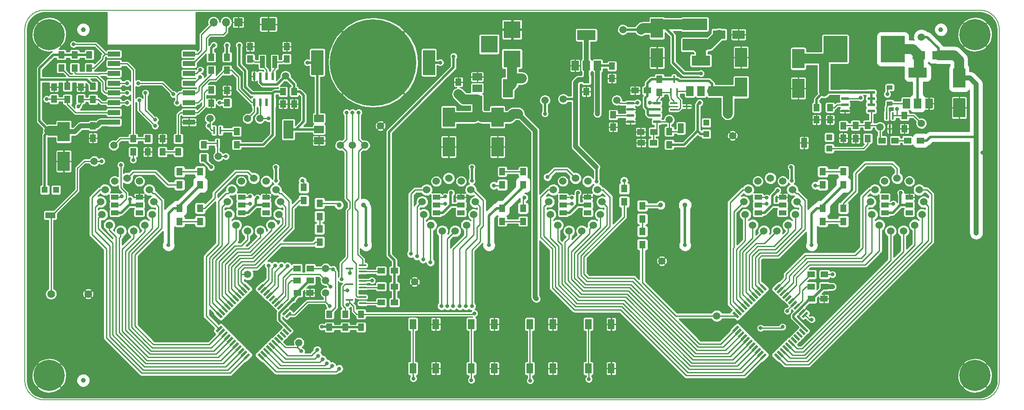
<source format=gtl>
G04 #@! TF.FileFunction,Copper,L1,Top,Signal*
%FSLAX46Y46*%
G04 Gerber Fmt 4.6, Leading zero omitted, Abs format (unit mm)*
G04 Created by KiCad (PCBNEW 4.0.7-e2-6376~58~ubuntu16.04.1) date Sun Nov  5 21:07:29 2017*
%MOMM*%
%LPD*%
G01*
G04 APERTURE LIST*
%ADD10C,0.100000*%
%ADD11C,0.150000*%
%ADD12C,0.800000*%
%ADD13C,1.500000*%
%ADD14R,1.500000X0.450000*%
%ADD15R,1.300000X1.500000*%
%ADD16R,1.500000X1.300000*%
%ADD17R,0.600000X1.550000*%
%ADD18R,2.000000X3.800000*%
%ADD19R,2.000000X1.500000*%
%ADD20R,1.500000X1.250000*%
%ADD21R,1.250000X1.500000*%
%ADD22R,2.500000X1.800000*%
%ADD23R,1.200000X0.900000*%
%ADD24R,3.500000X3.500000*%
%ADD25R,1.700000X1.700000*%
%ADD26O,1.700000X1.700000*%
%ADD27R,5.100000X2.350000*%
%ADD28R,4.900000X5.400000*%
%ADD29C,1.000000*%
%ADD30R,0.450000X1.500000*%
%ADD31R,3.800000X2.000000*%
%ADD32R,1.500000X2.000000*%
%ADD33C,1.600000*%
%ADD34R,1.300000X1.300000*%
%ADD35R,1.300000X2.000000*%
%ADD36R,2.000000X1.300000*%
%ADD37R,1.397000X2.108200*%
%ADD38R,1.550000X0.600000*%
%ADD39R,1.000000X2.500000*%
%ADD40R,3.000000X2.500000*%
%ADD41C,1.524000*%
%ADD42C,6.400000*%
%ADD43R,2.500000X4.000000*%
%ADD44R,1.600000X1.000000*%
%ADD45R,2.500000X5.100000*%
%ADD46C,17.800000*%
%ADD47R,2.500000X1.100000*%
%ADD48C,0.500000*%
%ADD49C,1.000000*%
%ADD50C,2.000000*%
%ADD51C,0.250000*%
%ADD52C,0.240000*%
G04 APERTURE END LIST*
D10*
D11*
X250600000Y-65000000D02*
G75*
G03X246600000Y-61000000I-4000000J0D01*
G01*
X246600000Y-141000000D02*
G75*
G03X250600000Y-137000000I0J4000000D01*
G01*
X50600000Y-137000000D02*
G75*
G03X54600000Y-141000000I4000000J0D01*
G01*
X54600000Y-61000000D02*
G75*
G03X50600000Y-65000000I0J-4000000D01*
G01*
X246600000Y-141000000D02*
X54600000Y-141000000D01*
X250600000Y-65000000D02*
X250600000Y-137000000D01*
X54600000Y-61000000D02*
X246600000Y-61000000D01*
X50600000Y-137000000D02*
X50600000Y-65000000D01*
D12*
X163350000Y-69500000D03*
X160350000Y-73250000D03*
X165850000Y-80000000D03*
X182100000Y-79500000D03*
X110850000Y-117750000D03*
X197100000Y-105750000D03*
X191850000Y-105500000D03*
X182100000Y-106750000D03*
X174100000Y-106500000D03*
X168350000Y-112750000D03*
X189600000Y-112750000D03*
X178850000Y-96750000D03*
X191600000Y-97250000D03*
X203100000Y-97750000D03*
X203600000Y-104250000D03*
X228850000Y-122000000D03*
X221350000Y-129750000D03*
X210350000Y-136250000D03*
X220350000Y-107000000D03*
X214600000Y-107000000D03*
X207600000Y-111500000D03*
X203350000Y-112750000D03*
X220350000Y-115250000D03*
X219100000Y-118500000D03*
X213100000Y-122750000D03*
X203600000Y-116750000D03*
X201600000Y-123500000D03*
X204350000Y-128250000D03*
X203600000Y-134250000D03*
X149600000Y-136750000D03*
X161600000Y-137000000D03*
X170350000Y-137750000D03*
X180600000Y-132750000D03*
X174850000Y-129500000D03*
X162100000Y-129500000D03*
X150850000Y-130000000D03*
X158350000Y-122500000D03*
X145350000Y-122250000D03*
X136350000Y-130750000D03*
X152600000Y-117750000D03*
X145600000Y-118500000D03*
X151850000Y-112500000D03*
X144350000Y-112750000D03*
X152350000Y-106750000D03*
X148100000Y-107500000D03*
X150600000Y-96000000D03*
X146350000Y-99250000D03*
X144100000Y-96500000D03*
X127850000Y-105250000D03*
X130850000Y-95500000D03*
X136600000Y-97500000D03*
X137600000Y-104000000D03*
X134600000Y-113750000D03*
X128850000Y-118250000D03*
X133600000Y-117500000D03*
X131600000Y-122250000D03*
X122350000Y-125500000D03*
X125600000Y-128500000D03*
X118100000Y-128750000D03*
X109350000Y-129500000D03*
X108850000Y-127000000D03*
X109100000Y-123500000D03*
X122350000Y-107250000D03*
X123600000Y-105000000D03*
X123600000Y-99500000D03*
X121100000Y-96000000D03*
X110600000Y-97750000D03*
X113600000Y-96250000D03*
X114100000Y-106000000D03*
X104850000Y-97500000D03*
X108600000Y-103000000D03*
X106850000Y-106250000D03*
X71850000Y-104000000D03*
X72100000Y-97500000D03*
X97600000Y-104000000D03*
X97350000Y-97500000D03*
X97850000Y-76750000D03*
X94600000Y-79750000D03*
X91600000Y-82250000D03*
X72350000Y-69750000D03*
X81100000Y-70500000D03*
X76850000Y-73250000D03*
X76350000Y-77000000D03*
X71100000Y-81750000D03*
X79600000Y-82000000D03*
X85850000Y-86250000D03*
X83850000Y-89000000D03*
X89350000Y-95250000D03*
X87100000Y-99250000D03*
X84100000Y-95750000D03*
X76850000Y-93000000D03*
X79850000Y-95000000D03*
X80350000Y-99500000D03*
X84350000Y-102750000D03*
X88100000Y-106750000D03*
X82600000Y-106750000D03*
X98600000Y-115000000D03*
X76100000Y-124500000D03*
X75350000Y-112500000D03*
X84600000Y-112000000D03*
X85850000Y-116000000D03*
X86600000Y-126750000D03*
X97600000Y-122250000D03*
X98100000Y-129000000D03*
X96600000Y-135250000D03*
X72350000Y-135500000D03*
X67600000Y-131750000D03*
X64350000Y-125250000D03*
X57100000Y-125500000D03*
X63600000Y-113250000D03*
X58100000Y-113250000D03*
X61850000Y-106250000D03*
X57600000Y-106000000D03*
X62100000Y-101250000D03*
X55850000Y-100500000D03*
X66350000Y-95000000D03*
X63350000Y-94500000D03*
X70350000Y-90750000D03*
X66600000Y-89750000D03*
X55850000Y-89000000D03*
X62350000Y-88750000D03*
X61100000Y-83000000D03*
X55850000Y-82500000D03*
X54850000Y-77000000D03*
X55350000Y-73000000D03*
X60600000Y-78000000D03*
X66350000Y-65750000D03*
X94350000Y-66000000D03*
X97100000Y-64250000D03*
X101600000Y-68000000D03*
X105350000Y-62750000D03*
X113850000Y-63000000D03*
X110100000Y-67250000D03*
X107100000Y-70500000D03*
X109350000Y-79250000D03*
X104600000Y-82500000D03*
X97850000Y-85500000D03*
X96600000Y-90500000D03*
X106100000Y-90500000D03*
X114100000Y-84000000D03*
X113100000Y-90750000D03*
X120600000Y-84250000D03*
X123350000Y-90500000D03*
X126850000Y-81750000D03*
X131850000Y-76250000D03*
X127600000Y-88750000D03*
X136100000Y-78500000D03*
X133350000Y-90250000D03*
X133600000Y-86250000D03*
X140600000Y-87000000D03*
X143850000Y-89500000D03*
X144350000Y-86250000D03*
X152600000Y-90250000D03*
X152100000Y-86000000D03*
X157600000Y-90500000D03*
X157600000Y-85500000D03*
X161100000Y-90250000D03*
X161350000Y-85250000D03*
X172100000Y-90250000D03*
X174600000Y-86000000D03*
X177600000Y-90750000D03*
X188100000Y-90250000D03*
X187100000Y-84500000D03*
X191350000Y-80000000D03*
X192600000Y-85000000D03*
X198100000Y-90250000D03*
X206850000Y-85250000D03*
X206350000Y-90250000D03*
X213350000Y-88000000D03*
X221100000Y-91000000D03*
X224100000Y-95250000D03*
X231350000Y-90500000D03*
X242850000Y-106250000D03*
X238600000Y-106250000D03*
X228600000Y-97750000D03*
X229600000Y-104000000D03*
X226100000Y-111750000D03*
X235850000Y-112750000D03*
X245600000Y-112750000D03*
X247600000Y-104500000D03*
X247100000Y-90250000D03*
X242350000Y-90250000D03*
X221600000Y-82500000D03*
X229350000Y-84750000D03*
X225850000Y-83000000D03*
X237100000Y-85000000D03*
X243600000Y-85250000D03*
X246100000Y-73250000D03*
X238350000Y-77500000D03*
X237850000Y-73250000D03*
X231600000Y-77000000D03*
X227600000Y-74000000D03*
X218100000Y-74500000D03*
X222850000Y-69000000D03*
X223350000Y-65000000D03*
X218350000Y-64250000D03*
X210100000Y-66000000D03*
X205850000Y-71000000D03*
X205600000Y-77500000D03*
X201350000Y-77500000D03*
X201350000Y-71000000D03*
X200850000Y-66000000D03*
X193850000Y-70000000D03*
X193850000Y-73750000D03*
X146600000Y-78500000D03*
X153100000Y-78750000D03*
X155350000Y-79250000D03*
X169600000Y-78250000D03*
X177100000Y-74250000D03*
X177100000Y-70750000D03*
X171100000Y-68000000D03*
X156350000Y-66500000D03*
X156350000Y-64250000D03*
X141850000Y-70000000D03*
X141850000Y-67250000D03*
X141850000Y-64000000D03*
D13*
X112350000Y-119000000D03*
D14*
X119930000Y-117900000D03*
X119930000Y-116600000D03*
X117270000Y-117250000D03*
D15*
X116350000Y-126100000D03*
X116350000Y-123400000D03*
D14*
X119930000Y-114650000D03*
X119930000Y-113350000D03*
X117270000Y-114000000D03*
D15*
X119600000Y-126100000D03*
X119600000Y-123400000D03*
X113100000Y-126100000D03*
X113100000Y-123400000D03*
D14*
X119930000Y-121150000D03*
X119930000Y-119850000D03*
X117270000Y-120500000D03*
D16*
X126450000Y-114500000D03*
X123750000Y-114500000D03*
X126450000Y-121000000D03*
X123750000Y-121000000D03*
D17*
X101505000Y-74550000D03*
X100235000Y-74550000D03*
X98965000Y-74550000D03*
X97695000Y-74550000D03*
X97695000Y-79950000D03*
X98965000Y-79950000D03*
X100235000Y-79950000D03*
X101505000Y-79950000D03*
D13*
X104100000Y-74500000D03*
D18*
X104700000Y-85500000D03*
D19*
X111000000Y-85500000D03*
X111000000Y-83200000D03*
X111000000Y-87800000D03*
D20*
X178350000Y-77500000D03*
X175850000Y-77500000D03*
D21*
X171350000Y-82500000D03*
X171350000Y-85000000D03*
D20*
X179600000Y-88250000D03*
X177100000Y-88250000D03*
D21*
X213100000Y-81000000D03*
X213100000Y-83500000D03*
X215850000Y-81000000D03*
X215850000Y-83500000D03*
X218600000Y-84750000D03*
X218600000Y-87250000D03*
X103600000Y-77750000D03*
X103600000Y-80250000D03*
X105850000Y-77750000D03*
X105850000Y-80250000D03*
X104350000Y-71000000D03*
X104350000Y-68500000D03*
X96850000Y-71000000D03*
X96850000Y-68500000D03*
X92100000Y-80000000D03*
X92100000Y-77500000D03*
X56600000Y-79250000D03*
X56600000Y-76750000D03*
X62100000Y-79250000D03*
X62100000Y-76750000D03*
X139600000Y-78250000D03*
X139600000Y-75750000D03*
X64600000Y-84750000D03*
X64600000Y-87250000D03*
D22*
X193100000Y-66000000D03*
X197100000Y-66000000D03*
D23*
X228100000Y-80150000D03*
X228100000Y-76850000D03*
D22*
X238100000Y-70250000D03*
X234100000Y-70250000D03*
D15*
X82100000Y-90100000D03*
X82100000Y-87400000D03*
D24*
X150600000Y-71000000D03*
X150600000Y-65000000D03*
X145900000Y-68000000D03*
D25*
X94430000Y-63500000D03*
D26*
X91890000Y-63500000D03*
X89350000Y-63500000D03*
D27*
X188100000Y-68075000D03*
X188100000Y-63925000D03*
D28*
X216950000Y-69000000D03*
X228750000Y-69000000D03*
D29*
X120100000Y-101000000D03*
X115100000Y-101000000D03*
X186100000Y-101000000D03*
X181100000Y-101000000D03*
D30*
X183200000Y-77830000D03*
X184500000Y-77830000D03*
X183850000Y-75170000D03*
D14*
X183770000Y-80100000D03*
X183770000Y-81400000D03*
X186430000Y-80750000D03*
D31*
X189350000Y-71350000D03*
D32*
X189350000Y-77650000D03*
X191650000Y-77650000D03*
X187050000Y-77650000D03*
D30*
X228750000Y-82670000D03*
X227450000Y-82670000D03*
X228100000Y-85330000D03*
D31*
X233850000Y-73850000D03*
D32*
X233850000Y-80150000D03*
X236150000Y-80150000D03*
X231550000Y-80150000D03*
D18*
X149750000Y-77000000D03*
D19*
X143450000Y-77000000D03*
X143450000Y-79300000D03*
X143450000Y-74700000D03*
D15*
X180850000Y-75150000D03*
X180850000Y-77850000D03*
X182850000Y-88600000D03*
X182850000Y-85900000D03*
D16*
X179700000Y-86000000D03*
X177000000Y-86000000D03*
D15*
X231100000Y-82650000D03*
X231100000Y-85350000D03*
D16*
X234450000Y-87750000D03*
X231750000Y-87750000D03*
X229200000Y-87750000D03*
X226500000Y-87750000D03*
D15*
X221100000Y-84650000D03*
X221100000Y-87350000D03*
X223600000Y-87350000D03*
X223600000Y-84650000D03*
X78850000Y-90100000D03*
X78850000Y-87400000D03*
X59350000Y-76650000D03*
X59350000Y-79350000D03*
X64600000Y-76650000D03*
X64600000Y-79350000D03*
D33*
X56000000Y-119250000D03*
X63600000Y-119250000D03*
D15*
X72850000Y-90100000D03*
X72850000Y-87400000D03*
X75850000Y-87400000D03*
X75850000Y-90100000D03*
X60850000Y-70150000D03*
X60850000Y-72850000D03*
X63850000Y-70150000D03*
X63850000Y-72850000D03*
X58100000Y-70150000D03*
X58100000Y-72850000D03*
X88850000Y-77400000D03*
X88850000Y-80100000D03*
X88850000Y-70650000D03*
X88850000Y-73350000D03*
X92100000Y-70650000D03*
X92100000Y-73350000D03*
D16*
X126450000Y-117750000D03*
X123750000Y-117750000D03*
D15*
X86600000Y-96850000D03*
X86600000Y-94150000D03*
X82350000Y-94150000D03*
X82350000Y-96850000D03*
X82350000Y-101650000D03*
X82350000Y-104350000D03*
X86600000Y-104350000D03*
X86600000Y-101650000D03*
X107850000Y-97400000D03*
X107850000Y-100100000D03*
X152850000Y-96850000D03*
X152850000Y-94150000D03*
X148600000Y-94150000D03*
X148600000Y-96850000D03*
X148600000Y-101650000D03*
X148600000Y-104350000D03*
X152850000Y-104350000D03*
X152850000Y-101650000D03*
X173600000Y-97650000D03*
X173600000Y-100350000D03*
X218600000Y-96850000D03*
X218600000Y-94150000D03*
X214350000Y-94150000D03*
X214350000Y-96850000D03*
X214350000Y-101650000D03*
X214350000Y-104350000D03*
X218600000Y-104350000D03*
X218600000Y-101650000D03*
X111100000Y-100650000D03*
X111100000Y-103350000D03*
X111100000Y-105900000D03*
X111100000Y-108600000D03*
X177350000Y-101150000D03*
X177350000Y-103850000D03*
X177350000Y-106400000D03*
X177350000Y-109100000D03*
D34*
X190450000Y-84100000D03*
D35*
X185250000Y-85250000D03*
D34*
X190450000Y-86400000D03*
X215700000Y-87100000D03*
D35*
X210500000Y-88250000D03*
D34*
X215700000Y-89400000D03*
X54700000Y-97900000D03*
D36*
X55850000Y-103100000D03*
D34*
X57000000Y-97900000D03*
D37*
X130250000Y-125450000D03*
X134950000Y-134550000D03*
X134950000Y-125450000D03*
X130250000Y-134550000D03*
X142250000Y-125450000D03*
X146950000Y-134550000D03*
X146950000Y-125450000D03*
X142250000Y-134550000D03*
X154250000Y-125450000D03*
X158950000Y-134550000D03*
X158950000Y-125450000D03*
X154250000Y-134550000D03*
X166250000Y-125450000D03*
X170950000Y-134550000D03*
X170950000Y-125450000D03*
X166250000Y-134550000D03*
D38*
X174900000Y-80095000D03*
X174900000Y-81365000D03*
X174900000Y-82635000D03*
X174900000Y-83905000D03*
X180300000Y-83905000D03*
X180300000Y-82635000D03*
X180300000Y-81365000D03*
X180300000Y-80095000D03*
X218900000Y-77845000D03*
X218900000Y-79115000D03*
X218900000Y-80385000D03*
X218900000Y-81655000D03*
X224300000Y-81655000D03*
X224300000Y-80385000D03*
X224300000Y-79115000D03*
X224300000Y-77845000D03*
D10*
G36*
X90147095Y-127163747D02*
X89779399Y-126796051D01*
X90840059Y-125735391D01*
X91207755Y-126103087D01*
X90147095Y-127163747D01*
X90147095Y-127163747D01*
G37*
G36*
X90712780Y-127729432D02*
X90345084Y-127361736D01*
X91405744Y-126301076D01*
X91773440Y-126668772D01*
X90712780Y-127729432D01*
X90712780Y-127729432D01*
G37*
G36*
X91278466Y-128295118D02*
X90910770Y-127927422D01*
X91971430Y-126866762D01*
X92339126Y-127234458D01*
X91278466Y-128295118D01*
X91278466Y-128295118D01*
G37*
G36*
X91844151Y-128860803D02*
X91476455Y-128493107D01*
X92537115Y-127432447D01*
X92904811Y-127800143D01*
X91844151Y-128860803D01*
X91844151Y-128860803D01*
G37*
G36*
X92409837Y-129426489D02*
X92042141Y-129058793D01*
X93102801Y-127998133D01*
X93470497Y-128365829D01*
X92409837Y-129426489D01*
X92409837Y-129426489D01*
G37*
G36*
X92975522Y-129992174D02*
X92607826Y-129624478D01*
X93668486Y-128563818D01*
X94036182Y-128931514D01*
X92975522Y-129992174D01*
X92975522Y-129992174D01*
G37*
G36*
X93541207Y-130557859D02*
X93173511Y-130190163D01*
X94234171Y-129129503D01*
X94601867Y-129497199D01*
X93541207Y-130557859D01*
X93541207Y-130557859D01*
G37*
G36*
X94106893Y-131123545D02*
X93739197Y-130755849D01*
X94799857Y-129695189D01*
X95167553Y-130062885D01*
X94106893Y-131123545D01*
X94106893Y-131123545D01*
G37*
G36*
X94672578Y-131689230D02*
X94304882Y-131321534D01*
X95365542Y-130260874D01*
X95733238Y-130628570D01*
X94672578Y-131689230D01*
X94672578Y-131689230D01*
G37*
G36*
X95238264Y-132254916D02*
X94870568Y-131887220D01*
X95931228Y-130826560D01*
X96298924Y-131194256D01*
X95238264Y-132254916D01*
X95238264Y-132254916D01*
G37*
G36*
X95803949Y-132820601D02*
X95436253Y-132452905D01*
X96496913Y-131392245D01*
X96864609Y-131759941D01*
X95803949Y-132820601D01*
X95803949Y-132820601D01*
G37*
G36*
X99396051Y-132820601D02*
X98335391Y-131759941D01*
X98703087Y-131392245D01*
X99763747Y-132452905D01*
X99396051Y-132820601D01*
X99396051Y-132820601D01*
G37*
G36*
X99961736Y-132254916D02*
X98901076Y-131194256D01*
X99268772Y-130826560D01*
X100329432Y-131887220D01*
X99961736Y-132254916D01*
X99961736Y-132254916D01*
G37*
G36*
X100527422Y-131689230D02*
X99466762Y-130628570D01*
X99834458Y-130260874D01*
X100895118Y-131321534D01*
X100527422Y-131689230D01*
X100527422Y-131689230D01*
G37*
G36*
X101093107Y-131123545D02*
X100032447Y-130062885D01*
X100400143Y-129695189D01*
X101460803Y-130755849D01*
X101093107Y-131123545D01*
X101093107Y-131123545D01*
G37*
G36*
X101658793Y-130557859D02*
X100598133Y-129497199D01*
X100965829Y-129129503D01*
X102026489Y-130190163D01*
X101658793Y-130557859D01*
X101658793Y-130557859D01*
G37*
G36*
X102224478Y-129992174D02*
X101163818Y-128931514D01*
X101531514Y-128563818D01*
X102592174Y-129624478D01*
X102224478Y-129992174D01*
X102224478Y-129992174D01*
G37*
G36*
X102790163Y-129426489D02*
X101729503Y-128365829D01*
X102097199Y-127998133D01*
X103157859Y-129058793D01*
X102790163Y-129426489D01*
X102790163Y-129426489D01*
G37*
G36*
X103355849Y-128860803D02*
X102295189Y-127800143D01*
X102662885Y-127432447D01*
X103723545Y-128493107D01*
X103355849Y-128860803D01*
X103355849Y-128860803D01*
G37*
G36*
X103921534Y-128295118D02*
X102860874Y-127234458D01*
X103228570Y-126866762D01*
X104289230Y-127927422D01*
X103921534Y-128295118D01*
X103921534Y-128295118D01*
G37*
G36*
X104487220Y-127729432D02*
X103426560Y-126668772D01*
X103794256Y-126301076D01*
X104854916Y-127361736D01*
X104487220Y-127729432D01*
X104487220Y-127729432D01*
G37*
G36*
X105052905Y-127163747D02*
X103992245Y-126103087D01*
X104359941Y-125735391D01*
X105420601Y-126796051D01*
X105052905Y-127163747D01*
X105052905Y-127163747D01*
G37*
G36*
X104359941Y-124264609D02*
X103992245Y-123896913D01*
X105052905Y-122836253D01*
X105420601Y-123203949D01*
X104359941Y-124264609D01*
X104359941Y-124264609D01*
G37*
G36*
X103794256Y-123698924D02*
X103426560Y-123331228D01*
X104487220Y-122270568D01*
X104854916Y-122638264D01*
X103794256Y-123698924D01*
X103794256Y-123698924D01*
G37*
G36*
X103228570Y-123133238D02*
X102860874Y-122765542D01*
X103921534Y-121704882D01*
X104289230Y-122072578D01*
X103228570Y-123133238D01*
X103228570Y-123133238D01*
G37*
G36*
X102662885Y-122567553D02*
X102295189Y-122199857D01*
X103355849Y-121139197D01*
X103723545Y-121506893D01*
X102662885Y-122567553D01*
X102662885Y-122567553D01*
G37*
G36*
X102097199Y-122001867D02*
X101729503Y-121634171D01*
X102790163Y-120573511D01*
X103157859Y-120941207D01*
X102097199Y-122001867D01*
X102097199Y-122001867D01*
G37*
G36*
X101531514Y-121436182D02*
X101163818Y-121068486D01*
X102224478Y-120007826D01*
X102592174Y-120375522D01*
X101531514Y-121436182D01*
X101531514Y-121436182D01*
G37*
G36*
X100965829Y-120870497D02*
X100598133Y-120502801D01*
X101658793Y-119442141D01*
X102026489Y-119809837D01*
X100965829Y-120870497D01*
X100965829Y-120870497D01*
G37*
G36*
X100400143Y-120304811D02*
X100032447Y-119937115D01*
X101093107Y-118876455D01*
X101460803Y-119244151D01*
X100400143Y-120304811D01*
X100400143Y-120304811D01*
G37*
G36*
X99834458Y-119739126D02*
X99466762Y-119371430D01*
X100527422Y-118310770D01*
X100895118Y-118678466D01*
X99834458Y-119739126D01*
X99834458Y-119739126D01*
G37*
G36*
X99268772Y-119173440D02*
X98901076Y-118805744D01*
X99961736Y-117745084D01*
X100329432Y-118112780D01*
X99268772Y-119173440D01*
X99268772Y-119173440D01*
G37*
G36*
X98703087Y-118607755D02*
X98335391Y-118240059D01*
X99396051Y-117179399D01*
X99763747Y-117547095D01*
X98703087Y-118607755D01*
X98703087Y-118607755D01*
G37*
G36*
X96496913Y-118607755D02*
X95436253Y-117547095D01*
X95803949Y-117179399D01*
X96864609Y-118240059D01*
X96496913Y-118607755D01*
X96496913Y-118607755D01*
G37*
G36*
X95931228Y-119173440D02*
X94870568Y-118112780D01*
X95238264Y-117745084D01*
X96298924Y-118805744D01*
X95931228Y-119173440D01*
X95931228Y-119173440D01*
G37*
G36*
X95365542Y-119739126D02*
X94304882Y-118678466D01*
X94672578Y-118310770D01*
X95733238Y-119371430D01*
X95365542Y-119739126D01*
X95365542Y-119739126D01*
G37*
G36*
X94799857Y-120304811D02*
X93739197Y-119244151D01*
X94106893Y-118876455D01*
X95167553Y-119937115D01*
X94799857Y-120304811D01*
X94799857Y-120304811D01*
G37*
G36*
X94234171Y-120870497D02*
X93173511Y-119809837D01*
X93541207Y-119442141D01*
X94601867Y-120502801D01*
X94234171Y-120870497D01*
X94234171Y-120870497D01*
G37*
G36*
X93668486Y-121436182D02*
X92607826Y-120375522D01*
X92975522Y-120007826D01*
X94036182Y-121068486D01*
X93668486Y-121436182D01*
X93668486Y-121436182D01*
G37*
G36*
X93102801Y-122001867D02*
X92042141Y-120941207D01*
X92409837Y-120573511D01*
X93470497Y-121634171D01*
X93102801Y-122001867D01*
X93102801Y-122001867D01*
G37*
G36*
X92537115Y-122567553D02*
X91476455Y-121506893D01*
X91844151Y-121139197D01*
X92904811Y-122199857D01*
X92537115Y-122567553D01*
X92537115Y-122567553D01*
G37*
G36*
X91971430Y-123133238D02*
X90910770Y-122072578D01*
X91278466Y-121704882D01*
X92339126Y-122765542D01*
X91971430Y-123133238D01*
X91971430Y-123133238D01*
G37*
G36*
X91405744Y-123698924D02*
X90345084Y-122638264D01*
X90712780Y-122270568D01*
X91773440Y-123331228D01*
X91405744Y-123698924D01*
X91405744Y-123698924D01*
G37*
G36*
X90840059Y-124264609D02*
X89779399Y-123203949D01*
X90147095Y-122836253D01*
X91207755Y-123896913D01*
X90840059Y-124264609D01*
X90840059Y-124264609D01*
G37*
G36*
X196147095Y-127163747D02*
X195779399Y-126796051D01*
X196840059Y-125735391D01*
X197207755Y-126103087D01*
X196147095Y-127163747D01*
X196147095Y-127163747D01*
G37*
G36*
X196712780Y-127729432D02*
X196345084Y-127361736D01*
X197405744Y-126301076D01*
X197773440Y-126668772D01*
X196712780Y-127729432D01*
X196712780Y-127729432D01*
G37*
G36*
X197278466Y-128295118D02*
X196910770Y-127927422D01*
X197971430Y-126866762D01*
X198339126Y-127234458D01*
X197278466Y-128295118D01*
X197278466Y-128295118D01*
G37*
G36*
X197844151Y-128860803D02*
X197476455Y-128493107D01*
X198537115Y-127432447D01*
X198904811Y-127800143D01*
X197844151Y-128860803D01*
X197844151Y-128860803D01*
G37*
G36*
X198409837Y-129426489D02*
X198042141Y-129058793D01*
X199102801Y-127998133D01*
X199470497Y-128365829D01*
X198409837Y-129426489D01*
X198409837Y-129426489D01*
G37*
G36*
X198975522Y-129992174D02*
X198607826Y-129624478D01*
X199668486Y-128563818D01*
X200036182Y-128931514D01*
X198975522Y-129992174D01*
X198975522Y-129992174D01*
G37*
G36*
X199541207Y-130557859D02*
X199173511Y-130190163D01*
X200234171Y-129129503D01*
X200601867Y-129497199D01*
X199541207Y-130557859D01*
X199541207Y-130557859D01*
G37*
G36*
X200106893Y-131123545D02*
X199739197Y-130755849D01*
X200799857Y-129695189D01*
X201167553Y-130062885D01*
X200106893Y-131123545D01*
X200106893Y-131123545D01*
G37*
G36*
X200672578Y-131689230D02*
X200304882Y-131321534D01*
X201365542Y-130260874D01*
X201733238Y-130628570D01*
X200672578Y-131689230D01*
X200672578Y-131689230D01*
G37*
G36*
X201238264Y-132254916D02*
X200870568Y-131887220D01*
X201931228Y-130826560D01*
X202298924Y-131194256D01*
X201238264Y-132254916D01*
X201238264Y-132254916D01*
G37*
G36*
X201803949Y-132820601D02*
X201436253Y-132452905D01*
X202496913Y-131392245D01*
X202864609Y-131759941D01*
X201803949Y-132820601D01*
X201803949Y-132820601D01*
G37*
G36*
X205396051Y-132820601D02*
X204335391Y-131759941D01*
X204703087Y-131392245D01*
X205763747Y-132452905D01*
X205396051Y-132820601D01*
X205396051Y-132820601D01*
G37*
G36*
X205961736Y-132254916D02*
X204901076Y-131194256D01*
X205268772Y-130826560D01*
X206329432Y-131887220D01*
X205961736Y-132254916D01*
X205961736Y-132254916D01*
G37*
G36*
X206527422Y-131689230D02*
X205466762Y-130628570D01*
X205834458Y-130260874D01*
X206895118Y-131321534D01*
X206527422Y-131689230D01*
X206527422Y-131689230D01*
G37*
G36*
X207093107Y-131123545D02*
X206032447Y-130062885D01*
X206400143Y-129695189D01*
X207460803Y-130755849D01*
X207093107Y-131123545D01*
X207093107Y-131123545D01*
G37*
G36*
X207658793Y-130557859D02*
X206598133Y-129497199D01*
X206965829Y-129129503D01*
X208026489Y-130190163D01*
X207658793Y-130557859D01*
X207658793Y-130557859D01*
G37*
G36*
X208224478Y-129992174D02*
X207163818Y-128931514D01*
X207531514Y-128563818D01*
X208592174Y-129624478D01*
X208224478Y-129992174D01*
X208224478Y-129992174D01*
G37*
G36*
X208790163Y-129426489D02*
X207729503Y-128365829D01*
X208097199Y-127998133D01*
X209157859Y-129058793D01*
X208790163Y-129426489D01*
X208790163Y-129426489D01*
G37*
G36*
X209355849Y-128860803D02*
X208295189Y-127800143D01*
X208662885Y-127432447D01*
X209723545Y-128493107D01*
X209355849Y-128860803D01*
X209355849Y-128860803D01*
G37*
G36*
X209921534Y-128295118D02*
X208860874Y-127234458D01*
X209228570Y-126866762D01*
X210289230Y-127927422D01*
X209921534Y-128295118D01*
X209921534Y-128295118D01*
G37*
G36*
X210487220Y-127729432D02*
X209426560Y-126668772D01*
X209794256Y-126301076D01*
X210854916Y-127361736D01*
X210487220Y-127729432D01*
X210487220Y-127729432D01*
G37*
G36*
X211052905Y-127163747D02*
X209992245Y-126103087D01*
X210359941Y-125735391D01*
X211420601Y-126796051D01*
X211052905Y-127163747D01*
X211052905Y-127163747D01*
G37*
G36*
X210359941Y-124264609D02*
X209992245Y-123896913D01*
X211052905Y-122836253D01*
X211420601Y-123203949D01*
X210359941Y-124264609D01*
X210359941Y-124264609D01*
G37*
G36*
X209794256Y-123698924D02*
X209426560Y-123331228D01*
X210487220Y-122270568D01*
X210854916Y-122638264D01*
X209794256Y-123698924D01*
X209794256Y-123698924D01*
G37*
G36*
X209228570Y-123133238D02*
X208860874Y-122765542D01*
X209921534Y-121704882D01*
X210289230Y-122072578D01*
X209228570Y-123133238D01*
X209228570Y-123133238D01*
G37*
G36*
X208662885Y-122567553D02*
X208295189Y-122199857D01*
X209355849Y-121139197D01*
X209723545Y-121506893D01*
X208662885Y-122567553D01*
X208662885Y-122567553D01*
G37*
G36*
X208097199Y-122001867D02*
X207729503Y-121634171D01*
X208790163Y-120573511D01*
X209157859Y-120941207D01*
X208097199Y-122001867D01*
X208097199Y-122001867D01*
G37*
G36*
X207531514Y-121436182D02*
X207163818Y-121068486D01*
X208224478Y-120007826D01*
X208592174Y-120375522D01*
X207531514Y-121436182D01*
X207531514Y-121436182D01*
G37*
G36*
X206965829Y-120870497D02*
X206598133Y-120502801D01*
X207658793Y-119442141D01*
X208026489Y-119809837D01*
X206965829Y-120870497D01*
X206965829Y-120870497D01*
G37*
G36*
X206400143Y-120304811D02*
X206032447Y-119937115D01*
X207093107Y-118876455D01*
X207460803Y-119244151D01*
X206400143Y-120304811D01*
X206400143Y-120304811D01*
G37*
G36*
X205834458Y-119739126D02*
X205466762Y-119371430D01*
X206527422Y-118310770D01*
X206895118Y-118678466D01*
X205834458Y-119739126D01*
X205834458Y-119739126D01*
G37*
G36*
X205268772Y-119173440D02*
X204901076Y-118805744D01*
X205961736Y-117745084D01*
X206329432Y-118112780D01*
X205268772Y-119173440D01*
X205268772Y-119173440D01*
G37*
G36*
X204703087Y-118607755D02*
X204335391Y-118240059D01*
X205396051Y-117179399D01*
X205763747Y-117547095D01*
X204703087Y-118607755D01*
X204703087Y-118607755D01*
G37*
G36*
X202496913Y-118607755D02*
X201436253Y-117547095D01*
X201803949Y-117179399D01*
X202864609Y-118240059D01*
X202496913Y-118607755D01*
X202496913Y-118607755D01*
G37*
G36*
X201931228Y-119173440D02*
X200870568Y-118112780D01*
X201238264Y-117745084D01*
X202298924Y-118805744D01*
X201931228Y-119173440D01*
X201931228Y-119173440D01*
G37*
G36*
X201365542Y-119739126D02*
X200304882Y-118678466D01*
X200672578Y-118310770D01*
X201733238Y-119371430D01*
X201365542Y-119739126D01*
X201365542Y-119739126D01*
G37*
G36*
X200799857Y-120304811D02*
X199739197Y-119244151D01*
X200106893Y-118876455D01*
X201167553Y-119937115D01*
X200799857Y-120304811D01*
X200799857Y-120304811D01*
G37*
G36*
X200234171Y-120870497D02*
X199173511Y-119809837D01*
X199541207Y-119442141D01*
X200601867Y-120502801D01*
X200234171Y-120870497D01*
X200234171Y-120870497D01*
G37*
G36*
X199668486Y-121436182D02*
X198607826Y-120375522D01*
X198975522Y-120007826D01*
X200036182Y-121068486D01*
X199668486Y-121436182D01*
X199668486Y-121436182D01*
G37*
G36*
X199102801Y-122001867D02*
X198042141Y-120941207D01*
X198409837Y-120573511D01*
X199470497Y-121634171D01*
X199102801Y-122001867D01*
X199102801Y-122001867D01*
G37*
G36*
X198537115Y-122567553D02*
X197476455Y-121506893D01*
X197844151Y-121139197D01*
X198904811Y-122199857D01*
X198537115Y-122567553D01*
X198537115Y-122567553D01*
G37*
G36*
X197971430Y-123133238D02*
X196910770Y-122072578D01*
X197278466Y-121704882D01*
X198339126Y-122765542D01*
X197971430Y-123133238D01*
X197971430Y-123133238D01*
G37*
G36*
X197405744Y-123698924D02*
X196345084Y-122638264D01*
X196712780Y-122270568D01*
X197773440Y-123331228D01*
X197405744Y-123698924D01*
X197405744Y-123698924D01*
G37*
G36*
X196840059Y-124264609D02*
X195779399Y-123203949D01*
X196147095Y-122836253D01*
X197207755Y-123896913D01*
X196840059Y-124264609D01*
X196840059Y-124264609D01*
G37*
D39*
X101870000Y-71650000D03*
X99330000Y-71650000D03*
D40*
X100600000Y-63883333D03*
D41*
X71600000Y-95495000D03*
X74160000Y-96125000D03*
X76130000Y-97875000D03*
X77060000Y-100355000D03*
X76740000Y-102945000D03*
X75250000Y-105115000D03*
X72920000Y-106335000D03*
X70280000Y-106335000D03*
X67950000Y-105115000D03*
X66460000Y-102945000D03*
X66140000Y-100335000D03*
X67070000Y-97875000D03*
X69040000Y-96125000D03*
X97600000Y-95500000D03*
X100160000Y-96130000D03*
X102130000Y-97880000D03*
X103060000Y-100360000D03*
X102740000Y-102950000D03*
X101250000Y-105120000D03*
X98920000Y-106340000D03*
X96280000Y-106340000D03*
X93950000Y-105120000D03*
X92460000Y-102950000D03*
X92140000Y-100340000D03*
X93070000Y-97880000D03*
X95040000Y-96130000D03*
X137600000Y-95500000D03*
X140160000Y-96130000D03*
X142130000Y-97880000D03*
X143060000Y-100360000D03*
X142740000Y-102950000D03*
X141250000Y-105120000D03*
X138920000Y-106340000D03*
X136280000Y-106340000D03*
X133950000Y-105120000D03*
X132460000Y-102950000D03*
X132140000Y-100340000D03*
X133070000Y-97880000D03*
X135040000Y-96130000D03*
X163600000Y-95500000D03*
X166160000Y-96130000D03*
X168130000Y-97880000D03*
X169060000Y-100360000D03*
X168740000Y-102950000D03*
X167250000Y-105120000D03*
X164920000Y-106340000D03*
X162280000Y-106340000D03*
X159950000Y-105120000D03*
X158460000Y-102950000D03*
X158140000Y-100340000D03*
X159070000Y-97880000D03*
X161040000Y-96130000D03*
X203600000Y-95495000D03*
X206160000Y-96125000D03*
X208130000Y-97875000D03*
X209060000Y-100355000D03*
X208740000Y-102945000D03*
X207250000Y-105115000D03*
X204920000Y-106335000D03*
X202280000Y-106335000D03*
X199950000Y-105115000D03*
X198460000Y-102945000D03*
X198140000Y-100335000D03*
X199070000Y-97875000D03*
X201040000Y-96125000D03*
X229600000Y-95495000D03*
X232160000Y-96125000D03*
X234130000Y-97875000D03*
X235060000Y-100355000D03*
X234740000Y-102945000D03*
X233250000Y-105115000D03*
X230920000Y-106335000D03*
X228280000Y-106335000D03*
X225950000Y-105115000D03*
X224460000Y-102945000D03*
X224140000Y-100335000D03*
X225070000Y-97875000D03*
X227040000Y-96125000D03*
D29*
X62600000Y-137000000D03*
X62600000Y-65000000D03*
X238600000Y-65000000D03*
D42*
X55600000Y-136000000D03*
D12*
X58000000Y-136000000D03*
X57297056Y-137697056D03*
X55600000Y-138400000D03*
X53902944Y-137697056D03*
X53200000Y-136000000D03*
X53902944Y-134302944D03*
X55600000Y-133600000D03*
X57297056Y-134302944D03*
D42*
X55600000Y-66000000D03*
D12*
X58000000Y-66000000D03*
X57297056Y-67697056D03*
X55600000Y-68400000D03*
X53902944Y-67697056D03*
X53200000Y-66000000D03*
X53902944Y-64302944D03*
X55600000Y-63600000D03*
X57297056Y-64302944D03*
D42*
X245600000Y-66000000D03*
D12*
X248000000Y-66000000D03*
X247297056Y-67697056D03*
X245600000Y-68400000D03*
X243902944Y-67697056D03*
X243200000Y-66000000D03*
X243902944Y-64302944D03*
X245600000Y-63600000D03*
X247297056Y-64302944D03*
D42*
X245600000Y-136000000D03*
D12*
X248000000Y-136000000D03*
X247297056Y-137697056D03*
X245600000Y-138400000D03*
X243902944Y-137697056D03*
X243200000Y-136000000D03*
X243902944Y-134302944D03*
X245600000Y-133600000D03*
X247297056Y-134302944D03*
D13*
X157350000Y-79500000D03*
X181350000Y-112500000D03*
X195850000Y-86750000D03*
X173350000Y-65000000D03*
X123600000Y-84750000D03*
X130600000Y-116750000D03*
X234600000Y-66500000D03*
X172100000Y-79500000D03*
X182850000Y-83500000D03*
X234600000Y-84250000D03*
X226100000Y-85000000D03*
X98850000Y-83250000D03*
X96350000Y-83250000D03*
X152600000Y-75000000D03*
X115350000Y-88750000D03*
X117850000Y-88750000D03*
X120350000Y-88750000D03*
X112350000Y-114000000D03*
X112350000Y-116500000D03*
X106850000Y-129250000D03*
X96350000Y-115250000D03*
X192600000Y-123750000D03*
D20*
X106600000Y-119000000D03*
X109100000Y-119000000D03*
X212100000Y-120250000D03*
X214600000Y-120250000D03*
D43*
X197600000Y-76800000D03*
X197600000Y-70700000D03*
X180350000Y-64700000D03*
X180350000Y-70800000D03*
X209350000Y-70950000D03*
X209350000Y-77050000D03*
X242350000Y-74950000D03*
X242350000Y-81050000D03*
X147600000Y-82950000D03*
X147600000Y-89050000D03*
X137600000Y-82950000D03*
X137600000Y-89050000D03*
X58600000Y-85950000D03*
X58600000Y-92050000D03*
D13*
X64850000Y-92000000D03*
X68850000Y-88750000D03*
D44*
X74100000Y-102600000D03*
X74100000Y-101000000D03*
X74100000Y-99400000D03*
X69100000Y-102600000D03*
X69100000Y-101000000D03*
X69100000Y-99400000D03*
X100100000Y-102600000D03*
X100100000Y-101000000D03*
X100100000Y-99400000D03*
X95100000Y-102600000D03*
X95100000Y-101000000D03*
X95100000Y-99400000D03*
X140100000Y-102600000D03*
X140100000Y-101000000D03*
X140100000Y-99400000D03*
X135100000Y-102600000D03*
X135100000Y-101000000D03*
X135100000Y-99400000D03*
X166100000Y-102600000D03*
X166100000Y-101000000D03*
X166100000Y-99400000D03*
X161100000Y-102600000D03*
X161100000Y-101000000D03*
X161100000Y-99400000D03*
X206100000Y-102600000D03*
X206100000Y-101000000D03*
X206100000Y-99400000D03*
X201100000Y-102600000D03*
X201100000Y-101000000D03*
X201100000Y-99400000D03*
X232100000Y-102600000D03*
X232100000Y-101000000D03*
X232100000Y-99400000D03*
X227100000Y-102600000D03*
X227100000Y-101000000D03*
X227100000Y-99400000D03*
D30*
X90750000Y-85670000D03*
X89450000Y-85670000D03*
X90100000Y-88330000D03*
D15*
X87350000Y-91350000D03*
X87350000Y-88650000D03*
X94100000Y-88600000D03*
X94100000Y-85900000D03*
D13*
X88600000Y-83250000D03*
X90350000Y-91000000D03*
D21*
X171100000Y-72500000D03*
X171100000Y-75000000D03*
X165850000Y-75250000D03*
X165850000Y-77750000D03*
D31*
X165850000Y-66100000D03*
D32*
X165850000Y-72400000D03*
X168150000Y-72400000D03*
X163550000Y-72400000D03*
D13*
X161100000Y-79250000D03*
D45*
X133550000Y-71750000D03*
D46*
X122100000Y-71750000D03*
D45*
X110650000Y-71750000D03*
D47*
X68900000Y-70000000D03*
X68900000Y-72000000D03*
X68900000Y-74000000D03*
X68900000Y-76000000D03*
X68900000Y-78000000D03*
X68900000Y-80000000D03*
X68900000Y-82000000D03*
X68900000Y-84000000D03*
X84300000Y-84000000D03*
X84300000Y-82000000D03*
X84300000Y-80000000D03*
X84300000Y-78000000D03*
X84300000Y-76000000D03*
X84300000Y-74000000D03*
X84300000Y-72000000D03*
X84300000Y-70000000D03*
D16*
X109200000Y-116500000D03*
X106500000Y-116500000D03*
X109200000Y-114000000D03*
X106500000Y-114000000D03*
X214700000Y-117750000D03*
X212000000Y-117750000D03*
X214700000Y-115250000D03*
X212000000Y-115250000D03*
D12*
X157350000Y-82250000D03*
X168100000Y-82250000D03*
X216350000Y-117750000D03*
X111600000Y-126000000D03*
X105600000Y-120394112D03*
X155600000Y-120250000D03*
X151850000Y-82250000D03*
X150850000Y-82250000D03*
X214600000Y-76750000D03*
X194850000Y-81250000D03*
X214600000Y-77750000D03*
X194850000Y-82250000D03*
X150100000Y-83000000D03*
X94600000Y-68199990D03*
X138600000Y-70500000D03*
X92100000Y-68199990D03*
X89400010Y-68199990D03*
X55600000Y-85750000D03*
X177100000Y-65000000D03*
X189100000Y-80000000D03*
X189350000Y-74000000D03*
X212100000Y-109250000D03*
X120600000Y-109250000D03*
X186100000Y-109250000D03*
X145850000Y-109250000D03*
X80100000Y-109250000D03*
X245850000Y-106750000D03*
X130350000Y-136622743D03*
X81850000Y-80000000D03*
X90600000Y-80000000D03*
X154315922Y-137048437D03*
X55100000Y-79250000D03*
X229600000Y-81250000D03*
X227600000Y-78250000D03*
X222100000Y-79000000D03*
X107600000Y-96000000D03*
X146850000Y-97000000D03*
X157850000Y-95250000D03*
X153100000Y-99500000D03*
X173600000Y-96000000D03*
X212850000Y-97000000D03*
X142350000Y-121750000D03*
X115100000Y-134600645D03*
X113669844Y-134034658D03*
X141100000Y-121750000D03*
X112594239Y-133502584D03*
X139850000Y-121750000D03*
X111710315Y-132690063D03*
X138500006Y-121750000D03*
X110765810Y-131949835D03*
X137300003Y-121750000D03*
X110602506Y-130752298D03*
X136100000Y-121750000D03*
X104517965Y-113527733D03*
X133850000Y-112750000D03*
X132350000Y-112165836D03*
X103233745Y-113445169D03*
X131100000Y-111515826D03*
X101951387Y-113419379D03*
X129850000Y-111011927D03*
X100656760Y-113405858D03*
X178850000Y-80000000D03*
X176350000Y-80000000D03*
X121850000Y-116500000D03*
X115600000Y-116250000D03*
X116600000Y-82000000D03*
X81100000Y-78250000D03*
X73850000Y-76000000D03*
X71600000Y-76000000D03*
X116850000Y-118500000D03*
X113341076Y-117750000D03*
X117850000Y-82000000D03*
X86600000Y-74750000D03*
X212100000Y-124500000D03*
X206100000Y-126000000D03*
X201600000Y-126250000D03*
X142850000Y-123250000D03*
X113162016Y-121728433D03*
X116850000Y-121500000D03*
X216350000Y-115250000D03*
X113850000Y-114177742D03*
X117350000Y-115000000D03*
X72850000Y-91750000D03*
X66350000Y-92000000D03*
X166350000Y-136750000D03*
X60600000Y-68000000D03*
X100600000Y-83250000D03*
X77350000Y-83500000D03*
X75350000Y-78000000D03*
X71600000Y-78000000D03*
X207100000Y-122750000D03*
X107350000Y-131000000D03*
X142243103Y-136947098D03*
X71600000Y-80000000D03*
X61600000Y-80750000D03*
X88350000Y-84750000D03*
X77350000Y-84750000D03*
X74100000Y-79500000D03*
X72192968Y-99793416D03*
X230350000Y-98500000D03*
X207850000Y-93232999D03*
X207967762Y-96000000D03*
X205100000Y-98000000D03*
X167930000Y-96200000D03*
X164100000Y-98500000D03*
X142350000Y-93240279D03*
X142350000Y-96000000D03*
X138100000Y-98500000D03*
X102100000Y-93240279D03*
X102160000Y-96020000D03*
X98350000Y-99500000D03*
X88850000Y-93240279D03*
X167850000Y-93250000D03*
X91850000Y-91000000D03*
X70312999Y-92787001D03*
X70526234Y-99234560D03*
X96850000Y-100750000D03*
X136850000Y-100750000D03*
X96850000Y-99250000D03*
X162850000Y-100750000D03*
X136850000Y-99250000D03*
X202850000Y-100750000D03*
X162850000Y-99500000D03*
X228850000Y-100750000D03*
X202850000Y-99500000D03*
X135850000Y-71750000D03*
X108600000Y-71750000D03*
X119100000Y-82000000D03*
X86600000Y-73250000D03*
D48*
X168150000Y-72400000D02*
X171000000Y-72400000D01*
X171000000Y-72400000D02*
X171100000Y-72500000D01*
X157350000Y-79500000D02*
X157350000Y-82250000D01*
D49*
X168150000Y-72400000D02*
X168150000Y-82200000D01*
X168150000Y-82200000D02*
X168100000Y-82250000D01*
D48*
X178465000Y-82365000D02*
X178735000Y-82635000D01*
X178735000Y-82635000D02*
X180300000Y-82635000D01*
X178465000Y-81365000D02*
X178465000Y-82365000D01*
X208350000Y-123644112D02*
X208350000Y-124093146D01*
X208350000Y-124093146D02*
X210706423Y-126449569D01*
X209575052Y-122419060D02*
X208350000Y-123644112D01*
D49*
X216350000Y-117750000D02*
X214700000Y-117750000D01*
D48*
X212100000Y-120250000D02*
X212200000Y-120250000D01*
X212200000Y-120250000D02*
X214700000Y-117750000D01*
X209575052Y-122419060D02*
X211744112Y-120250000D01*
X211744112Y-120250000D02*
X212100000Y-120250000D01*
D49*
X151850000Y-82250000D02*
X155353284Y-85753284D01*
X155353284Y-85753284D02*
X155353284Y-120003284D01*
X155353284Y-120003284D02*
X155600000Y-120250000D01*
D48*
X116350000Y-126100000D02*
X119600000Y-126100000D01*
X113100000Y-126100000D02*
X116350000Y-126100000D01*
X111600000Y-126000000D02*
X113000000Y-126000000D01*
X113000000Y-126000000D02*
X113100000Y-126100000D01*
X103575052Y-122419060D02*
X105600000Y-120394112D01*
X105600000Y-120394112D02*
X106600000Y-119394112D01*
X103575052Y-122419060D02*
X102850000Y-123144112D01*
X102850000Y-123144112D02*
X102850000Y-124593146D01*
X102850000Y-124593146D02*
X104105383Y-125848529D01*
X104105383Y-125848529D02*
X104706423Y-126449569D01*
X106600000Y-119000000D02*
X106600000Y-118924784D01*
X106600000Y-118924784D02*
X109024784Y-116500000D01*
X109024784Y-116500000D02*
X109200000Y-116500000D01*
X106600000Y-119394112D02*
X106600000Y-119000000D01*
X218900000Y-77845000D02*
X224300000Y-77845000D01*
X224300000Y-79115000D02*
X224300000Y-77845000D01*
X224300000Y-80385000D02*
X224300000Y-79115000D01*
X213100000Y-81000000D02*
X213100000Y-79250000D01*
X213100000Y-79250000D02*
X214600000Y-77750000D01*
X218900000Y-77845000D02*
X214695000Y-77845000D01*
X214695000Y-77845000D02*
X214600000Y-77750000D01*
X180300000Y-81365000D02*
X178465000Y-81365000D01*
X178465000Y-81365000D02*
X177949999Y-80849999D01*
X177949999Y-80849999D02*
X177949999Y-79025001D01*
X177949999Y-79025001D02*
X178350000Y-78625000D01*
X178350000Y-78625000D02*
X178350000Y-77500000D01*
X178198726Y-76901274D02*
X178350000Y-76750000D01*
X178350000Y-77500000D02*
X178350000Y-76750000D01*
X178350000Y-76750000D02*
X178350000Y-76000000D01*
X180850000Y-75150000D02*
X183830000Y-75150000D01*
X183830000Y-75150000D02*
X183850000Y-75170000D01*
X178350000Y-76000000D02*
X179200000Y-75150000D01*
X179200000Y-75150000D02*
X180850000Y-75150000D01*
X183850000Y-75170000D02*
X184575000Y-75170000D01*
X184575000Y-75170000D02*
X184905000Y-75500000D01*
X191000000Y-75500000D02*
X191650000Y-76150000D01*
X184905000Y-75500000D02*
X191000000Y-75500000D01*
X191650000Y-76150000D02*
X191650000Y-77650000D01*
D50*
X150100000Y-83000000D02*
X150850000Y-82250000D01*
X150850000Y-82250000D02*
X151850000Y-82250000D01*
X214600000Y-77750000D02*
X214600000Y-76750000D01*
X214600000Y-76750000D02*
X214600000Y-71350000D01*
X194850000Y-82250000D02*
X194850000Y-81250000D01*
X194850000Y-81250000D02*
X194850000Y-77900000D01*
X214600000Y-71350000D02*
X216950000Y-69000000D01*
X191650000Y-77650000D02*
X194600000Y-77650000D01*
X194600000Y-77650000D02*
X196750000Y-77650000D01*
X194850000Y-77900000D02*
X194600000Y-77650000D01*
X147600000Y-82950000D02*
X150050000Y-82950000D01*
X150050000Y-82950000D02*
X150100000Y-83000000D01*
X209350000Y-70950000D02*
X215000000Y-70950000D01*
X215000000Y-70950000D02*
X216950000Y-69000000D01*
X196750000Y-77650000D02*
X197600000Y-76800000D01*
X143450000Y-79300000D02*
X140650000Y-79300000D01*
X140650000Y-79300000D02*
X139600000Y-78250000D01*
X143450000Y-82400000D02*
X142900000Y-82950000D01*
X142900000Y-82950000D02*
X137600000Y-82950000D01*
X143450000Y-82050000D02*
X143450000Y-82400000D01*
X143450000Y-79300000D02*
X143450000Y-82050000D01*
X143450000Y-82050000D02*
X144350000Y-82950000D01*
X144350000Y-82950000D02*
X147600000Y-82950000D01*
D51*
X174900000Y-82635000D02*
X171485000Y-82635000D01*
X171485000Y-82635000D02*
X171350000Y-82500000D01*
X179600000Y-88250000D02*
X179600000Y-86100000D01*
X179600000Y-86100000D02*
X179700000Y-86000000D01*
X182850000Y-85900000D02*
X184600000Y-85900000D01*
X184600000Y-85900000D02*
X185250000Y-85250000D01*
X182850000Y-83500000D02*
X182850000Y-85900000D01*
X180300000Y-83905000D02*
X182445000Y-83905000D01*
X182445000Y-83905000D02*
X182850000Y-83500000D01*
X180300000Y-83905000D02*
X180300000Y-85400000D01*
X180300000Y-85400000D02*
X179700000Y-86000000D01*
D48*
X126450000Y-117750000D02*
X126450000Y-121000000D01*
X126450000Y-114500000D02*
X126450000Y-117750000D01*
X125350000Y-98000000D02*
X125350000Y-111250000D01*
X125350000Y-111250000D02*
X126450000Y-112350000D01*
X126450000Y-112350000D02*
X126450000Y-114500000D01*
X125350000Y-86000000D02*
X125350000Y-98000000D01*
X125350000Y-98000000D02*
X125350000Y-109250000D01*
X63300000Y-75250000D02*
X59350000Y-75250000D01*
X59350000Y-75250000D02*
X53600000Y-75250000D01*
X59350000Y-76650000D02*
X59350000Y-75400000D01*
X59350000Y-75400000D02*
X59350000Y-75250000D01*
X53600000Y-76500000D02*
X53600000Y-75250000D01*
X53600000Y-75250000D02*
X53600000Y-74750000D01*
X64600000Y-76650000D02*
X64600000Y-76550000D01*
X64600000Y-76550000D02*
X63300000Y-75250000D01*
X53600000Y-83750000D02*
X53600000Y-76500000D01*
X95850000Y-73500000D02*
X94600000Y-72250000D01*
X94600000Y-72250000D02*
X94600000Y-68199990D01*
X95850000Y-76750000D02*
X95850000Y-73500000D01*
X97195000Y-78095000D02*
X95850000Y-76750000D01*
X101505000Y-78095000D02*
X97195000Y-78095000D01*
X101505000Y-86595000D02*
X99500000Y-88600000D01*
X99500000Y-88600000D02*
X94100000Y-88600000D01*
X101505000Y-79950000D02*
X101505000Y-86595000D01*
X53600000Y-74750000D02*
X53600000Y-73000000D01*
X60850000Y-70150000D02*
X63850000Y-70150000D01*
X58100000Y-70150000D02*
X60850000Y-70150000D01*
X55600000Y-85750000D02*
X53600000Y-83750000D01*
X53600000Y-73000000D02*
X56450000Y-70150000D01*
X56450000Y-70150000D02*
X58100000Y-70150000D01*
X126600000Y-84750000D02*
X125350000Y-86000000D01*
X129600000Y-81750000D02*
X126600000Y-84750000D01*
X138600000Y-72750000D02*
X129600000Y-81750000D01*
X138600000Y-70500000D02*
X138600000Y-72750000D01*
X54700000Y-97900000D02*
X54700000Y-86650000D01*
X54700000Y-86650000D02*
X55600000Y-85750000D01*
X177100000Y-65000000D02*
X173350000Y-65000000D01*
X101505000Y-78095000D02*
X101850000Y-77750000D01*
X101850000Y-77750000D02*
X103600000Y-77750000D01*
X101505000Y-79950000D02*
X101505000Y-78095000D01*
X92100000Y-70650000D02*
X92100000Y-68199990D01*
X88850000Y-70650000D02*
X88850000Y-68750000D01*
X88850000Y-68750000D02*
X89400010Y-68199990D01*
D49*
X65350000Y-84750000D02*
X66100000Y-84000000D01*
X66100000Y-84000000D02*
X69600000Y-84000000D01*
X64600000Y-84750000D02*
X65350000Y-84750000D01*
X62050000Y-84750000D02*
X64600000Y-84750000D01*
X58600000Y-85950000D02*
X60850000Y-85950000D01*
X60850000Y-85950000D02*
X62050000Y-84750000D01*
D50*
X55600000Y-85750000D02*
X58400000Y-85750000D01*
X58400000Y-85750000D02*
X58600000Y-85950000D01*
X180350000Y-64700000D02*
X177400000Y-64700000D01*
X177400000Y-64700000D02*
X177100000Y-65000000D01*
D48*
X182850000Y-88600000D02*
X185900002Y-88600000D01*
X185900002Y-88600000D02*
X188700001Y-85800001D01*
X189100000Y-80000000D02*
X188700001Y-80399999D01*
X188700001Y-80399999D02*
X188700001Y-85800001D01*
X188700001Y-85800001D02*
X189300000Y-86400000D01*
X189300000Y-86400000D02*
X190450000Y-86400000D01*
X183600000Y-71750000D02*
X185850000Y-74000000D01*
X185850000Y-74000000D02*
X189350000Y-74000000D01*
X183600000Y-66200000D02*
X183600000Y-71750000D01*
X180350000Y-64700000D02*
X182100000Y-64700000D01*
X182100000Y-64700000D02*
X183600000Y-66200000D01*
D50*
X188100000Y-63925000D02*
X181125000Y-63925000D01*
X181125000Y-63925000D02*
X180350000Y-64700000D01*
D51*
X215850000Y-81000000D02*
X216725000Y-81000000D01*
X216725000Y-81000000D02*
X217340000Y-80385000D01*
X217340000Y-80385000D02*
X217875000Y-80385000D01*
X217875000Y-80385000D02*
X218900000Y-80385000D01*
X226100000Y-85000000D02*
X226100000Y-87350000D01*
X226100000Y-87350000D02*
X226500000Y-87750000D01*
X223600000Y-84650000D02*
X225750000Y-84650000D01*
X225750000Y-84650000D02*
X226100000Y-85000000D01*
X221100000Y-84650000D02*
X218700000Y-84650000D01*
X218700000Y-84650000D02*
X218600000Y-84750000D01*
X223600000Y-84650000D02*
X221100000Y-84650000D01*
X224300000Y-81655000D02*
X224300000Y-83950000D01*
X224300000Y-83950000D02*
X223600000Y-84650000D01*
D48*
X214350000Y-101650000D02*
X213200000Y-101650000D01*
X213200000Y-101650000D02*
X212100000Y-102750000D01*
X212100000Y-102750000D02*
X212100000Y-109250000D01*
X148600000Y-101650000D02*
X147450000Y-101650000D01*
X147450000Y-101650000D02*
X145856880Y-103243120D01*
X145856880Y-103243120D02*
X145856880Y-109243120D01*
X145856880Y-109243120D02*
X145850000Y-109250000D01*
X82350000Y-101650000D02*
X81200000Y-101650000D01*
X81200000Y-101650000D02*
X80141782Y-102708218D01*
X80141782Y-102708218D02*
X80141782Y-109208218D01*
X80141782Y-109208218D02*
X80100000Y-109250000D01*
X120100000Y-101000000D02*
X120600000Y-101500000D01*
X120600000Y-101500000D02*
X120600000Y-109250000D01*
X186100000Y-101000000D02*
X186100000Y-109250000D01*
D49*
X245850000Y-76200000D02*
X245850000Y-87000000D01*
X245850000Y-87000000D02*
X245850000Y-106750000D01*
D48*
X234450000Y-87750000D02*
X235700000Y-87750000D01*
X235700000Y-87750000D02*
X236450000Y-87000000D01*
X236450000Y-87000000D02*
X245850000Y-87000000D01*
X214350000Y-101650000D02*
X214350000Y-101200000D01*
X214350000Y-101200000D02*
X218600000Y-96950000D01*
X218600000Y-96950000D02*
X218600000Y-96850000D01*
X148600000Y-101650000D02*
X148600000Y-101550000D01*
X148600000Y-101550000D02*
X152850000Y-97300000D01*
X152850000Y-97300000D02*
X152850000Y-96850000D01*
X82350000Y-101650000D02*
X82350000Y-101200000D01*
X82350000Y-101200000D02*
X86600000Y-96950000D01*
X86600000Y-96950000D02*
X86600000Y-96850000D01*
D49*
X242350000Y-74950000D02*
X244600000Y-74950000D01*
X244600000Y-74950000D02*
X245850000Y-76200000D01*
D48*
X238100000Y-70250000D02*
X238100000Y-68850000D01*
X235750000Y-66500000D02*
X235660660Y-66500000D01*
X238100000Y-68850000D02*
X235750000Y-66500000D01*
X235660660Y-66500000D02*
X234600000Y-66500000D01*
D50*
X242350000Y-71250000D02*
X242350000Y-74950000D01*
X238100000Y-70250000D02*
X241350000Y-70250000D01*
X241350000Y-70250000D02*
X242350000Y-71250000D01*
D51*
X101505000Y-73515000D02*
X101505000Y-74550000D01*
X101870000Y-73150000D02*
X101505000Y-73515000D01*
X101870000Y-71650000D02*
X103450000Y-71650000D01*
X101870000Y-71650000D02*
X101870000Y-73150000D01*
X103450000Y-71650000D02*
X104100000Y-71000000D01*
X97750000Y-71650000D02*
X97100000Y-71000000D01*
X99330000Y-71650000D02*
X97750000Y-71650000D01*
X99330000Y-71650000D02*
X99330000Y-72400000D01*
X99330000Y-72400000D02*
X100235000Y-73305000D01*
X100235000Y-73305000D02*
X100235000Y-73525000D01*
X100235000Y-73525000D02*
X100235000Y-74550000D01*
X130250000Y-136522743D02*
X130350000Y-136622743D01*
X130250000Y-134550000D02*
X130250000Y-136522743D01*
X130350000Y-136000000D02*
X130350000Y-136622743D01*
X86313175Y-77536825D02*
X85850000Y-78000000D01*
X85850000Y-78000000D02*
X83600000Y-78000000D01*
X88850000Y-73350000D02*
X88850000Y-74129933D01*
X88850000Y-74129933D02*
X86313175Y-76666758D01*
X86313175Y-76666758D02*
X86313175Y-77536825D01*
X130250000Y-134550000D02*
X130250000Y-133245900D01*
X130250000Y-133245900D02*
X130250000Y-125450000D01*
X81850000Y-78500000D02*
X82350000Y-78000000D01*
X82350000Y-78000000D02*
X83600000Y-78000000D01*
X81850000Y-80000000D02*
X81850000Y-78500000D01*
X92100000Y-80000000D02*
X90600000Y-80000000D01*
X154250000Y-136982515D02*
X154315922Y-137048437D01*
X154250000Y-134550000D02*
X154250000Y-136982515D01*
X56600000Y-79250000D02*
X55100000Y-79250000D01*
X59350000Y-79350000D02*
X59350000Y-80350000D01*
X59350000Y-80350000D02*
X61000000Y-82000000D01*
X56600000Y-79250000D02*
X59250000Y-79250000D01*
X59250000Y-79250000D02*
X59350000Y-79350000D01*
X61000000Y-82000000D02*
X69600000Y-82000000D01*
X154250000Y-134550000D02*
X154250000Y-125450000D01*
D50*
X188100000Y-68075000D02*
X191025000Y-68075000D01*
X191025000Y-68075000D02*
X193100000Y-66000000D01*
X189350000Y-71350000D02*
X189350000Y-69325000D01*
X189350000Y-69325000D02*
X188100000Y-68075000D01*
D51*
X228100000Y-80150000D02*
X231550000Y-80150000D01*
X227450000Y-82670000D02*
X227450000Y-80800000D01*
X227450000Y-80800000D02*
X228100000Y-80150000D01*
X231100000Y-82650000D02*
X229600000Y-82650000D01*
X229600000Y-82650000D02*
X228770000Y-82650000D01*
X229600000Y-81250000D02*
X229600000Y-82650000D01*
X227600000Y-78250000D02*
X227600000Y-77350000D01*
X227600000Y-77350000D02*
X228100000Y-76850000D01*
X218900000Y-79115000D02*
X221985000Y-79115000D01*
X221985000Y-79115000D02*
X222100000Y-79000000D01*
X228770000Y-82650000D02*
X228750000Y-82670000D01*
X231100000Y-82650000D02*
X233000000Y-82650000D01*
X233000000Y-82650000D02*
X234600000Y-84250000D01*
D48*
X233850000Y-80150000D02*
X233850000Y-78650000D01*
X233850000Y-78650000D02*
X233850000Y-73850000D01*
D50*
X234100000Y-70250000D02*
X234100000Y-73600000D01*
X234100000Y-73600000D02*
X233850000Y-73850000D01*
X228750000Y-69000000D02*
X232850000Y-69000000D01*
X232850000Y-69000000D02*
X234100000Y-70250000D01*
D51*
X82100000Y-90100000D02*
X78850000Y-90100000D01*
X82600000Y-82000000D02*
X82100000Y-82500000D01*
X82100000Y-82500000D02*
X82100000Y-87400000D01*
X83600000Y-82000000D02*
X82600000Y-82000000D01*
X87400280Y-80699720D02*
X86100000Y-82000000D01*
X86100000Y-82000000D02*
X83600000Y-82000000D01*
X87400280Y-77949720D02*
X87400280Y-80699720D01*
X87950000Y-77400000D02*
X87400280Y-77949720D01*
X88850000Y-77400000D02*
X87950000Y-77400000D01*
X77337999Y-94237999D02*
X79950000Y-96850000D01*
X79950000Y-96850000D02*
X82350000Y-96850000D01*
X72857001Y-94237999D02*
X77337999Y-94237999D01*
X71600000Y-95495000D02*
X72857001Y-94237999D01*
X78677011Y-100067249D02*
X78677011Y-105000000D01*
X78677011Y-105000000D02*
X78677011Y-105672989D01*
X73200090Y-111250296D02*
X78677011Y-105773375D01*
X78677011Y-105773375D02*
X78677011Y-105000000D01*
X73200090Y-125500000D02*
X73200090Y-125250000D01*
X73200090Y-125826822D02*
X73200090Y-125500000D01*
X73200090Y-125500000D02*
X73200090Y-111250296D01*
X76130000Y-97875000D02*
X76891999Y-98636999D01*
X76891999Y-98636999D02*
X77246761Y-98636999D01*
X77246761Y-98636999D02*
X78677011Y-100067249D01*
X76111634Y-128738366D02*
X73200090Y-125826822D01*
X77023178Y-129649910D02*
X76111634Y-128738366D01*
X88424606Y-129649910D02*
X77023178Y-129649910D01*
X91059262Y-127015254D02*
X88424606Y-129649910D01*
X78027001Y-101322001D02*
X78027001Y-105000000D01*
X72550080Y-110981054D02*
X78027001Y-105504133D01*
X78027001Y-105000000D02*
X78027001Y-105254133D01*
X78027001Y-105504133D02*
X78027001Y-105000000D01*
X72550080Y-124500000D02*
X72550080Y-124000000D01*
X72550080Y-126096064D02*
X72550080Y-124500000D01*
X72550080Y-124500000D02*
X72550080Y-110981054D01*
X77060000Y-100355000D02*
X78027001Y-101322001D01*
X75277008Y-128822992D02*
X72550080Y-126096064D01*
X76753936Y-130299920D02*
X75277008Y-128822992D01*
X88905968Y-130299920D02*
X76753936Y-130299920D01*
X91624948Y-127580940D02*
X88905968Y-130299920D01*
X76740000Y-102945000D02*
X76740000Y-105500000D01*
X76740000Y-105500000D02*
X76740000Y-105621882D01*
X74350000Y-108250000D02*
X76740000Y-105860000D01*
X76740000Y-105860000D02*
X76740000Y-105500000D01*
X71900070Y-122750000D02*
X71900070Y-110711812D01*
X71900070Y-110711812D02*
X74350000Y-108261882D01*
X74350000Y-108250000D02*
X74600000Y-108000000D01*
X74350000Y-108261882D02*
X74350000Y-108250000D01*
X71900070Y-122750000D02*
X71900070Y-122500000D01*
X71900070Y-126365306D02*
X71900070Y-122750000D01*
X76484694Y-130949930D02*
X71900070Y-126365306D01*
X89400070Y-130949930D02*
X76484694Y-130949930D01*
X92190633Y-128146625D02*
X89574689Y-130762569D01*
X89574689Y-130762569D02*
X89574689Y-130775311D01*
X89574689Y-130775311D02*
X89400070Y-130949930D01*
X75250000Y-105115000D02*
X75250000Y-106000000D01*
X75250000Y-106000000D02*
X75250000Y-106192630D01*
X75250000Y-106430748D02*
X75250000Y-106000000D01*
X73692630Y-108000000D02*
X73692630Y-107988118D01*
X73692630Y-107988118D02*
X75250000Y-106430748D01*
X71250060Y-121750000D02*
X71250060Y-126634548D01*
X71250060Y-121400060D02*
X71250060Y-121750000D01*
X71250060Y-110442570D02*
X73692630Y-108000000D01*
X71250060Y-121750000D02*
X71250060Y-110442570D01*
X71250060Y-126634548D02*
X76215452Y-131599940D01*
X76215452Y-131599940D02*
X89868690Y-131599940D01*
X89868690Y-131599940D02*
X92756319Y-128712311D01*
X70600050Y-126500000D02*
X70600050Y-126250000D01*
X70600050Y-126903790D02*
X70600050Y-126500000D01*
X72920000Y-106335000D02*
X72920000Y-107750000D01*
X70600050Y-126500000D02*
X70600050Y-110069950D01*
X70600050Y-110069950D02*
X72920000Y-107750000D01*
X75946210Y-132249950D02*
X70600050Y-126903790D01*
X90350050Y-132249950D02*
X75946210Y-132249950D01*
X93322004Y-129277996D02*
X90350050Y-132249950D01*
X69950040Y-126500000D02*
X69950040Y-126000000D01*
X69950040Y-127173032D02*
X69950040Y-126500000D01*
X69950040Y-107742590D02*
X70280000Y-107412630D01*
X69950040Y-126500000D02*
X69950040Y-107742590D01*
X70280000Y-107412630D02*
X70280000Y-106335000D01*
X75676968Y-132899960D02*
X69950040Y-127173032D01*
X90831410Y-132899960D02*
X75676968Y-132899960D01*
X93887689Y-129843681D02*
X90831410Y-132899960D01*
X69300030Y-125750000D02*
X69300030Y-125250000D01*
X69300030Y-127442274D02*
X69300030Y-125750000D01*
X67950000Y-106192630D02*
X68850000Y-107092630D01*
X69300030Y-125750000D02*
X69300030Y-107542660D01*
X69300030Y-107542660D02*
X68850000Y-107092630D01*
X67950000Y-105115000D02*
X67950000Y-106192630D01*
X75407726Y-133549970D02*
X69300030Y-127442274D01*
X91300030Y-133549970D02*
X75407726Y-133549970D01*
X94453375Y-130409367D02*
X91337430Y-133525312D01*
X91337430Y-133525312D02*
X91324688Y-133525312D01*
X91324688Y-133525312D02*
X91300030Y-133549970D01*
X68650020Y-108800020D02*
X65698001Y-105848001D01*
X68650020Y-124250000D02*
X68650020Y-123750000D01*
X68650020Y-127711516D02*
X68650020Y-124250000D01*
X68650020Y-124250000D02*
X68650020Y-108800020D01*
X65698001Y-105848001D02*
X65698001Y-103706999D01*
X65698001Y-103706999D02*
X66460000Y-102945000D01*
X70519252Y-129580748D02*
X68650020Y-127711516D01*
X75138484Y-134199980D02*
X70519252Y-129580748D01*
X91794132Y-134199980D02*
X75138484Y-134199980D01*
X95019060Y-130975052D02*
X91794132Y-134199980D01*
X65047991Y-106447991D02*
X67850000Y-109250000D01*
X68000010Y-109400010D02*
X67850000Y-109250000D01*
X95584746Y-131540738D02*
X94911244Y-132214240D01*
X74869242Y-134849990D02*
X68000010Y-127980758D01*
X68000010Y-127980758D02*
X68000010Y-109400010D01*
X94911244Y-132214240D02*
X94885760Y-132214240D01*
X94885760Y-132214240D02*
X92250010Y-134849990D01*
X92250010Y-134849990D02*
X74869242Y-134849990D01*
X66140000Y-100335000D02*
X65047991Y-101427009D01*
X65047991Y-101427009D02*
X65047991Y-106447991D01*
X64397981Y-107047981D02*
X67350000Y-110000000D01*
X67350000Y-118000000D02*
X67350000Y-110000000D01*
X67070000Y-97875000D02*
X65992370Y-97875000D01*
X65992370Y-97875000D02*
X64397981Y-99469389D01*
X64397981Y-99469389D02*
X64397981Y-107047981D01*
X67350000Y-128250000D02*
X67350000Y-118000000D01*
X74600000Y-135500000D02*
X67350000Y-128250000D01*
X92756854Y-135500000D02*
X74600000Y-135500000D01*
X96150431Y-132106423D02*
X92756854Y-135500000D01*
X93914239Y-94242999D02*
X96342999Y-94242999D01*
X96342999Y-94242999D02*
X96838001Y-94738001D01*
X96838001Y-94738001D02*
X97600000Y-95500000D01*
X89600000Y-99550000D02*
X89600000Y-98557238D01*
X89600000Y-98557238D02*
X93914239Y-94242999D01*
X86600000Y-101650000D02*
X87500000Y-101650000D01*
X87500000Y-101650000D02*
X89600000Y-99550000D01*
X107850000Y-97400000D02*
X107850000Y-96250000D01*
X107850000Y-96250000D02*
X107600000Y-96000000D01*
X168130000Y-97880000D02*
X169207630Y-97880000D01*
X170677009Y-99349379D02*
X170677009Y-105436257D01*
X169207630Y-97880000D02*
X170677009Y-99349379D01*
X164700090Y-111413176D02*
X164700090Y-115423082D01*
X170677009Y-105436257D02*
X164700090Y-111413176D01*
X164700090Y-115423082D02*
X165926918Y-116649910D01*
X165926918Y-116649910D02*
X175273178Y-116649910D01*
X175273178Y-116649910D02*
X188773178Y-130149910D01*
X188773178Y-130149910D02*
X193924606Y-130149910D01*
X193924606Y-130149910D02*
X197059262Y-127015254D01*
X169060000Y-100360000D02*
X170027001Y-101327001D01*
X165657676Y-117299920D02*
X175003936Y-117299920D01*
X194405968Y-130799920D02*
X197624948Y-127580940D01*
X170027001Y-101327001D02*
X170027001Y-105167013D01*
X170027001Y-105167013D02*
X164050080Y-111143934D01*
X164050080Y-115692324D02*
X165657676Y-117299920D01*
X164050080Y-111143934D02*
X164050080Y-115692324D01*
X175003936Y-117299920D02*
X188503936Y-130799920D01*
X188503936Y-130799920D02*
X194405968Y-130799920D01*
X198190633Y-128146625D02*
X194887328Y-131449930D01*
X194887328Y-131449930D02*
X188234694Y-131449930D01*
X188234694Y-131449930D02*
X174734694Y-117949930D01*
X174734694Y-117949930D02*
X165388434Y-117949930D01*
X165388434Y-117949930D02*
X163400070Y-115961566D01*
X163405580Y-110869182D02*
X168740000Y-105534762D01*
X163400070Y-115961566D02*
X163400070Y-110869182D01*
X163400070Y-110869182D02*
X163405580Y-110869182D01*
X168740000Y-105534762D02*
X168740000Y-104027630D01*
X168740000Y-104027630D02*
X168740000Y-102950000D01*
X187965452Y-132099940D02*
X187365512Y-131500000D01*
X187365512Y-131500000D02*
X187107756Y-131242244D01*
X166488001Y-106861999D02*
X162750060Y-110599940D01*
X167250000Y-105120000D02*
X166488001Y-105881999D01*
X166488001Y-105881999D02*
X166488001Y-106861999D01*
X162750060Y-110599940D02*
X162750060Y-116230808D01*
X179615512Y-123750000D02*
X187365512Y-131500000D01*
X162750060Y-116230808D02*
X165119192Y-118599940D01*
X165119192Y-118599940D02*
X174465452Y-118599940D01*
X174465452Y-118599940D02*
X179615512Y-123750000D01*
X194350000Y-132099940D02*
X187965452Y-132099940D01*
X195368690Y-132099940D02*
X194350000Y-132099940D01*
X198756319Y-128712311D02*
X195368690Y-132099940D01*
X187696210Y-132749950D02*
X193850000Y-132749950D01*
X193850000Y-132749950D02*
X194100000Y-132749950D01*
X199322004Y-129277996D02*
X195850050Y-132749950D01*
X195850050Y-132749950D02*
X193850000Y-132749950D01*
X174196212Y-119249952D02*
X187696210Y-132749950D01*
X168350000Y-119249950D02*
X174196210Y-119249950D01*
X174196210Y-119249950D02*
X174196212Y-119249952D01*
X164849950Y-119249950D02*
X168350000Y-119249950D01*
X162100050Y-111000000D02*
X162100050Y-116500050D01*
X162100050Y-116500050D02*
X164849950Y-119249950D01*
X162100050Y-109750000D02*
X162100050Y-111000000D01*
X164920000Y-106930050D02*
X162100050Y-109750000D01*
X164920000Y-106340000D02*
X164920000Y-106930050D01*
X164920000Y-106340000D02*
X164920000Y-106480018D01*
X199887689Y-129843681D02*
X196331410Y-133399960D01*
X162721019Y-118194011D02*
X162721019Y-118121019D01*
X196331410Y-133399960D02*
X187426968Y-133399960D01*
X187426968Y-133399960D02*
X173926968Y-119899960D01*
X173926968Y-119899960D02*
X164426968Y-119899960D01*
X164426968Y-119899960D02*
X162721019Y-118194011D01*
X162721019Y-118121019D02*
X161450040Y-116850040D01*
X161450040Y-116850040D02*
X161450040Y-108649960D01*
X161450040Y-108649960D02*
X162280000Y-107820000D01*
X162280000Y-107820000D02*
X162280000Y-106340000D01*
X200453375Y-130409367D02*
X196812772Y-134049970D01*
X173657726Y-120549970D02*
X164157726Y-120549970D01*
X196812772Y-134049970D02*
X187157726Y-134049970D01*
X187157726Y-134049970D02*
X173657726Y-120549970D01*
X164157726Y-120549970D02*
X160800030Y-117192274D01*
X160800030Y-117192274D02*
X160800030Y-109203674D01*
X160800030Y-109203674D02*
X159950000Y-108353644D01*
X159950000Y-108353644D02*
X159950000Y-105120000D01*
X201019060Y-130975052D02*
X197294132Y-134699980D01*
X197294132Y-134699980D02*
X186888484Y-134699980D01*
X186888484Y-134699980D02*
X173388484Y-121199980D01*
X173388484Y-121199980D02*
X163888484Y-121199980D01*
X163888484Y-121199980D02*
X160150020Y-117461516D01*
X160150020Y-117461516D02*
X160150020Y-109472916D01*
X160150020Y-109472916D02*
X158460000Y-107782896D01*
X158460000Y-107782896D02*
X158460000Y-102950000D01*
X157119310Y-106000000D02*
X157119310Y-101360690D01*
X157119310Y-101360690D02*
X158140000Y-100340000D01*
X159500010Y-117730758D02*
X159500010Y-110500000D01*
X157119310Y-106000000D02*
X157119310Y-106250000D01*
X159500010Y-110500000D02*
X159500010Y-109742158D01*
X159500010Y-109742158D02*
X157119310Y-107361458D01*
X157119310Y-107361458D02*
X157119310Y-106000000D01*
X201584746Y-131540738D02*
X197775494Y-135349990D01*
X197775494Y-135349990D02*
X186619242Y-135349990D01*
X157119310Y-107361458D02*
X157119310Y-106480690D01*
X186619242Y-135349990D02*
X173119242Y-121849990D01*
X173119242Y-121849990D02*
X163619242Y-121849990D01*
X163619242Y-121849990D02*
X159500010Y-117730758D01*
X157119310Y-106480690D02*
X157119310Y-105750000D01*
X159070000Y-97880000D02*
X157992370Y-97880000D01*
X156469300Y-99403070D02*
X156469300Y-107630700D01*
X163350000Y-122500000D02*
X172850000Y-122500000D01*
X186350000Y-136000000D02*
X198256854Y-136000000D01*
X157992370Y-97880000D02*
X156469300Y-99403070D01*
X156469300Y-107630700D02*
X158850000Y-110011400D01*
X158850000Y-110011400D02*
X158850000Y-118000000D01*
X158850000Y-118000000D02*
X163350000Y-122500000D01*
X172850000Y-122500000D02*
X186350000Y-136000000D01*
X198256854Y-136000000D02*
X202150431Y-132106423D01*
X146850000Y-97000000D02*
X148450000Y-97000000D01*
X148450000Y-97000000D02*
X148600000Y-96850000D01*
X102130000Y-97880000D02*
X102891999Y-98641999D01*
X102891999Y-98641999D02*
X103246761Y-98641999D01*
X103246761Y-98641999D02*
X104802019Y-100197257D01*
X104802019Y-100197257D02*
X104802019Y-105403367D01*
X104802019Y-105403367D02*
X97605396Y-112599990D01*
X97605396Y-112599990D02*
X95080758Y-112599990D01*
X95080758Y-112599990D02*
X93699990Y-113980758D01*
X93699990Y-113980758D02*
X93699990Y-117705878D01*
X93699990Y-117705878D02*
X95019060Y-119024948D01*
X103060000Y-100360000D02*
X104152009Y-101452009D01*
X94811516Y-111949980D02*
X93049980Y-113711516D01*
X104152009Y-101452009D02*
X104152009Y-105134125D01*
X104152009Y-105134125D02*
X97336154Y-111949980D01*
X97336154Y-111949980D02*
X94811516Y-111949980D01*
X93049980Y-113711516D02*
X93049980Y-118187238D01*
X93049980Y-118187238D02*
X94453375Y-119590633D01*
X102740000Y-102950000D02*
X103501999Y-103711999D01*
X103501999Y-103711999D02*
X103501999Y-104864883D01*
X97066912Y-111299970D02*
X94542274Y-111299970D01*
X103501999Y-104864883D02*
X97066912Y-111299970D01*
X94542274Y-111299970D02*
X92399970Y-113442274D01*
X92399970Y-113442274D02*
X92399970Y-118668600D01*
X92399970Y-118668600D02*
X93887689Y-120156319D01*
X101250000Y-105120000D02*
X101250000Y-106197630D01*
X101250000Y-106197630D02*
X96797670Y-110649960D01*
X94273032Y-110649960D02*
X91749960Y-113173032D01*
X96797670Y-110649960D02*
X94273032Y-110649960D01*
X91749960Y-113173032D02*
X91749960Y-119149960D01*
X91749960Y-119149960D02*
X93322004Y-120722004D01*
X98920000Y-106340000D02*
X98920000Y-107608378D01*
X98920000Y-107608378D02*
X96528428Y-109999950D01*
X96528428Y-109999950D02*
X94003790Y-109999950D01*
X94003790Y-109999950D02*
X91099950Y-112903790D01*
X91099950Y-112903790D02*
X91099950Y-119631320D01*
X91099950Y-119631320D02*
X92756319Y-121287689D01*
X96280000Y-106340000D02*
X96280000Y-108146862D01*
X96280000Y-108146862D02*
X95076922Y-109349940D01*
X95076922Y-109349940D02*
X93734548Y-109349940D01*
X93734548Y-109349940D02*
X90449940Y-112634548D01*
X90449940Y-112634548D02*
X90449940Y-120112682D01*
X90449940Y-120112682D02*
X92190633Y-121853375D01*
X93950000Y-106000000D02*
X93950000Y-108215236D01*
X93950000Y-108215236D02*
X89799930Y-112365306D01*
X89799930Y-112365306D02*
X89799930Y-120594042D01*
X89799930Y-120594042D02*
X91624948Y-122419060D01*
X93950000Y-106000000D02*
X93950000Y-106197630D01*
X93950000Y-105120000D02*
X93950000Y-106000000D01*
X92460000Y-102950000D02*
X92460000Y-108785984D01*
X92460000Y-108785984D02*
X89149920Y-112096064D01*
X89149920Y-112096064D02*
X89149920Y-121075404D01*
X89149920Y-121075404D02*
X91059262Y-122984746D01*
X91047991Y-105617243D02*
X91047991Y-109278741D01*
X91047991Y-109278741D02*
X88499910Y-111826822D01*
X88499910Y-121556764D02*
X90493577Y-123550431D01*
X88499910Y-111826822D02*
X88499910Y-121556764D01*
X92140000Y-100340000D02*
X91047991Y-101432009D01*
X91047991Y-101432009D02*
X91047991Y-105617243D01*
X91047991Y-105617243D02*
X91047993Y-105617245D01*
X93070000Y-97880000D02*
X92308001Y-98641999D01*
X92308001Y-98641999D02*
X91933239Y-98641999D01*
X91933239Y-98641999D02*
X90397981Y-100177257D01*
X90397981Y-100177257D02*
X90397981Y-109009499D01*
X90397981Y-109009499D02*
X87849900Y-111557580D01*
X87849900Y-111557580D02*
X87849900Y-123805892D01*
X87849900Y-123805892D02*
X90493577Y-126449569D01*
X157850000Y-95250000D02*
X159350000Y-93750000D01*
X159350000Y-93750000D02*
X161850000Y-93750000D01*
X161850000Y-93750000D02*
X162838001Y-94738001D01*
X162838001Y-94738001D02*
X163600000Y-95500000D01*
X152850000Y-101650000D02*
X152850000Y-99750000D01*
X152850000Y-99750000D02*
X153100000Y-99500000D01*
X173600000Y-97650000D02*
X173600000Y-96000000D01*
X212850000Y-97000000D02*
X214200000Y-97000000D01*
X214200000Y-97000000D02*
X214350000Y-96850000D01*
X142350000Y-121750000D02*
X142350000Y-110208486D01*
X142350000Y-110208486D02*
X144069464Y-108489022D01*
X144677009Y-104592243D02*
X144677011Y-104592241D01*
X144069464Y-108489022D02*
X144069464Y-105939126D01*
X144069464Y-105939126D02*
X144677009Y-105331581D01*
X144677009Y-105331581D02*
X144677009Y-104592243D01*
X144677011Y-104592241D02*
X144677011Y-102500000D01*
X142130000Y-97880000D02*
X142484762Y-97880000D01*
X142484762Y-97880000D02*
X144677011Y-100072249D01*
X144677011Y-100072249D02*
X144677011Y-102500000D01*
X99049569Y-132106423D02*
X102148295Y-135205149D01*
X102148295Y-135205149D02*
X114495496Y-135205149D01*
X114495496Y-135205149D02*
X115100000Y-134600645D01*
X144677011Y-102500000D02*
X144677011Y-102478433D01*
X141100000Y-121750000D02*
X141100000Y-110257193D01*
X143390010Y-105613321D02*
X144027001Y-104976330D01*
X141100000Y-110257193D02*
X143390010Y-107967183D01*
X143390010Y-107967183D02*
X143390010Y-105613321D01*
X144027001Y-104976330D02*
X144027001Y-101327001D01*
X144027001Y-101327001D02*
X143060000Y-100360000D01*
X113149363Y-134555139D02*
X113269845Y-134434657D01*
X102629655Y-134555139D02*
X113149363Y-134555139D01*
X99615254Y-131540738D02*
X102629655Y-134555139D01*
X113269845Y-134434657D02*
X113669844Y-134034658D01*
X103111017Y-133905129D02*
X112191694Y-133905129D01*
X112191694Y-133905129D02*
X112194240Y-133902583D01*
X112194240Y-133902583D02*
X112594239Y-133502584D01*
X100180940Y-130975052D02*
X103111017Y-133905129D01*
X139850000Y-121750000D02*
X139850000Y-110000000D01*
X139850000Y-110000000D02*
X142740000Y-107110000D01*
X142740000Y-107110000D02*
X142740000Y-102950000D01*
X111310316Y-133090062D02*
X111710315Y-132690063D01*
X100746625Y-130409367D02*
X103592377Y-133255119D01*
X111145259Y-133255119D02*
X111310316Y-133090062D01*
X103592377Y-133255119D02*
X111145259Y-133255119D01*
X138500006Y-110099994D02*
X141250000Y-107350000D01*
X141250000Y-107350000D02*
X141250000Y-105120000D01*
X138500006Y-121750000D02*
X138500006Y-110099994D01*
X110365811Y-132349834D02*
X110765810Y-131949835D01*
X104073739Y-132605109D02*
X110110536Y-132605109D01*
X110110536Y-132605109D02*
X110365811Y-132349834D01*
X101312311Y-129843681D02*
X104073739Y-132605109D01*
X137300003Y-121750000D02*
X137300003Y-107959997D01*
X137300003Y-107959997D02*
X138920000Y-106340000D01*
X110202507Y-131152297D02*
X110602506Y-130752298D01*
X104530819Y-131930819D02*
X109423985Y-131930819D01*
X101877996Y-129277996D02*
X104530819Y-131930819D01*
X109423985Y-131930819D02*
X110202507Y-131152297D01*
X136100000Y-121750000D02*
X136100000Y-106520000D01*
X136100000Y-106520000D02*
X136280000Y-106340000D01*
X104117966Y-113927732D02*
X104517965Y-113527733D01*
X102600000Y-117737258D02*
X102600000Y-115445698D01*
X100746625Y-119590633D02*
X102600000Y-117737258D01*
X102600000Y-115445698D02*
X104117966Y-113927732D01*
X133850000Y-112750000D02*
X133850000Y-105220000D01*
X133850000Y-105220000D02*
X133950000Y-105120000D01*
X132350000Y-111750000D02*
X132350000Y-111500000D01*
X132350000Y-111500000D02*
X132350000Y-103060000D01*
X132350000Y-112165836D02*
X132350000Y-111500000D01*
X101949990Y-117255898D02*
X101949990Y-114728924D01*
X101949990Y-114728924D02*
X103233745Y-113445169D01*
X100180940Y-119024948D02*
X101949990Y-117255898D01*
X132350000Y-103060000D02*
X132460000Y-102950000D01*
X131100000Y-111515826D02*
X131100000Y-101380000D01*
X131100000Y-101380000D02*
X132140000Y-100340000D01*
X101299980Y-116774536D02*
X101299980Y-114070786D01*
X101299980Y-114070786D02*
X101951387Y-113419379D01*
X99615254Y-118459262D02*
X101299980Y-116774536D01*
X129850000Y-98750000D02*
X130720000Y-97880000D01*
X130720000Y-97880000D02*
X133070000Y-97880000D01*
X129850000Y-111011927D02*
X129850000Y-98750000D01*
X100649970Y-116293176D02*
X100649970Y-113412648D01*
X100649970Y-113412648D02*
X100656760Y-113405858D01*
X99049569Y-117893577D02*
X100649970Y-116293176D01*
X228600000Y-92500000D02*
X229600000Y-93500000D01*
X229600000Y-93500000D02*
X229600000Y-95495000D01*
X223100000Y-92500000D02*
X228600000Y-92500000D01*
X221100000Y-94500000D02*
X223100000Y-92500000D01*
X221100000Y-98150000D02*
X221100000Y-94500000D01*
X218600000Y-101650000D02*
X218600000Y-100650000D01*
X218600000Y-100650000D02*
X221100000Y-98150000D01*
X218600000Y-101650000D02*
X218600000Y-101550000D01*
X201200444Y-112010816D02*
X201200444Y-116943590D01*
X201200444Y-116943590D02*
X202150431Y-117893577D01*
X201769094Y-111442166D02*
X201200444Y-112010816D01*
X205165590Y-111442166D02*
X201769094Y-111442166D01*
X210677011Y-105930745D02*
X205165590Y-111442166D01*
X208130000Y-97875000D02*
X208891999Y-98636999D01*
X208891999Y-98636999D02*
X209246761Y-98636999D01*
X209246761Y-98636999D02*
X210677011Y-100067249D01*
X210677011Y-100067249D02*
X210677011Y-105930745D01*
X201584746Y-118459262D02*
X200550434Y-117424950D01*
X200550434Y-117424950D02*
X200550434Y-111741574D01*
X210027001Y-105661503D02*
X210027001Y-101322001D01*
X200550434Y-111741574D02*
X201499852Y-110792156D01*
X201499852Y-110792156D02*
X204896348Y-110792156D01*
X209821999Y-101116999D02*
X209060000Y-100355000D01*
X204896348Y-110792156D02*
X210027001Y-105661503D01*
X210027001Y-101322001D02*
X209821999Y-101116999D01*
X201019060Y-119024948D02*
X199900424Y-117906312D01*
X199900424Y-117906312D02*
X199900424Y-111472332D01*
X208740000Y-106029252D02*
X208740000Y-102945000D01*
X199900424Y-111472332D02*
X201230610Y-110142146D01*
X201230610Y-110142146D02*
X204627106Y-110142146D01*
X204627106Y-110142146D02*
X208740000Y-106029252D01*
X204357864Y-109492136D02*
X207250000Y-106600000D01*
X207250000Y-106600000D02*
X207250000Y-105115000D01*
X199250414Y-111203090D02*
X200961368Y-109492136D01*
X200961368Y-109492136D02*
X204357864Y-109492136D01*
X199250414Y-118400414D02*
X199250414Y-111203090D01*
X200453375Y-119590633D02*
X199337431Y-118474689D01*
X199337431Y-118474689D02*
X199324689Y-118474689D01*
X199324689Y-118474689D02*
X199250414Y-118400414D01*
X198600404Y-118869034D02*
X198600404Y-110933848D01*
X198600404Y-110933848D02*
X200692126Y-108842126D01*
X200692126Y-108842126D02*
X202412874Y-108842126D01*
X202412874Y-108842126D02*
X204920000Y-106335000D01*
X199887689Y-120156319D02*
X198600404Y-118869034D01*
X199322004Y-120722004D02*
X197950394Y-119350394D01*
X201518001Y-107096999D02*
X202280000Y-106335000D01*
X197950394Y-110664606D02*
X201518001Y-107096999D01*
X197950394Y-119350394D02*
X197950394Y-110664606D01*
X197300384Y-119831754D02*
X197300384Y-110395360D01*
X197896586Y-109799159D02*
X199950000Y-107745745D01*
X199950000Y-107745745D02*
X199950000Y-106192630D01*
X199950000Y-106192630D02*
X199950000Y-105115000D01*
X197300384Y-110395360D02*
X197896586Y-109799159D01*
X198756319Y-121287689D02*
X197300384Y-119831754D01*
X198460000Y-108316492D02*
X198460000Y-104022630D01*
X196650375Y-110126116D02*
X198460000Y-108316492D01*
X196650375Y-120313117D02*
X196650375Y-110126116D01*
X198190633Y-121853375D02*
X196650375Y-120313117D01*
X198460000Y-104022630D02*
X198460000Y-102945000D01*
X198140000Y-100335000D02*
X196109818Y-102365182D01*
X196109818Y-102365182D02*
X196109818Y-109747421D01*
X196109818Y-109747421D02*
X196000365Y-109856874D01*
X196000365Y-109856874D02*
X196000365Y-120794477D01*
X196000365Y-120794477D02*
X197023908Y-121818020D01*
X197023908Y-121818020D02*
X197624948Y-122419060D01*
X197059262Y-122984746D02*
X195350355Y-121275839D01*
X195350355Y-100517015D02*
X197992370Y-97875000D01*
X195350355Y-121275839D02*
X195350355Y-100517015D01*
X197992370Y-97875000D02*
X199070000Y-97875000D01*
X111100000Y-100650000D02*
X114750000Y-100650000D01*
X114750000Y-100650000D02*
X115100000Y-101000000D01*
X177350000Y-101150000D02*
X180950000Y-101150000D01*
X180950000Y-101150000D02*
X181100000Y-101000000D01*
X178850000Y-80000000D02*
X180205000Y-80000000D01*
X180205000Y-80000000D02*
X180300000Y-80095000D01*
X174900000Y-80095000D02*
X176255000Y-80095000D01*
X176255000Y-80095000D02*
X176350000Y-80000000D01*
X174900000Y-80095000D02*
X172695000Y-80095000D01*
X172695000Y-80095000D02*
X172100000Y-79500000D01*
X180300000Y-79300000D02*
X180400000Y-79300000D01*
X180400000Y-79300000D02*
X180850000Y-78850000D01*
X180850000Y-78850000D02*
X180850000Y-77850000D01*
X180300000Y-80095000D02*
X180300000Y-79300000D01*
X180850000Y-77850000D02*
X183180000Y-77850000D01*
X183180000Y-77850000D02*
X183200000Y-77830000D01*
X183770000Y-80100000D02*
X183770000Y-79625000D01*
X183770000Y-79625000D02*
X183200000Y-79055000D01*
X183200000Y-79055000D02*
X183200000Y-77830000D01*
X185100000Y-81070000D02*
X185100000Y-79430000D01*
X185100000Y-79430000D02*
X184500000Y-78830000D01*
X184500000Y-78830000D02*
X184500000Y-77830000D01*
X183770000Y-81400000D02*
X184770000Y-81400000D01*
X184770000Y-81400000D02*
X185100000Y-81070000D01*
X187050000Y-77650000D02*
X184680000Y-77650000D01*
X184680000Y-77650000D02*
X184500000Y-77830000D01*
X119930000Y-117900000D02*
X123600000Y-117900000D01*
X123600000Y-117900000D02*
X123750000Y-117750000D01*
X121850000Y-116500000D02*
X120030000Y-116500000D01*
X120030000Y-116500000D02*
X119930000Y-116600000D01*
X116850000Y-111750000D02*
X115600000Y-113000000D01*
X115600000Y-113000000D02*
X115600000Y-116250000D01*
X116850000Y-111250000D02*
X116850000Y-111750000D01*
X116850000Y-109250000D02*
X116850000Y-111250000D01*
X116850000Y-109250000D02*
X116850000Y-102124320D01*
X116850000Y-102124320D02*
X117306758Y-101667562D01*
X116600000Y-99619151D02*
X116600000Y-90000000D01*
X117306758Y-101667562D02*
X117306758Y-100325909D01*
X117306758Y-100325909D02*
X116600000Y-99619151D01*
X116600000Y-90000000D02*
X115350000Y-88750000D01*
X116600000Y-87000000D02*
X116600000Y-82000000D01*
X115350000Y-88750000D02*
X116600000Y-87500000D01*
X116600000Y-87500000D02*
X116600000Y-87000000D01*
X73850000Y-76000000D02*
X78850000Y-76000000D01*
X78850000Y-76000000D02*
X81100000Y-78250000D01*
X69600000Y-76000000D02*
X71600000Y-76000000D01*
X115850000Y-121647002D02*
X115850000Y-118500000D01*
X115850000Y-118500000D02*
X115850000Y-117736351D01*
X116850000Y-118500000D02*
X116284315Y-118500000D01*
X116284315Y-118500000D02*
X115850000Y-118500000D01*
X116350000Y-123400000D02*
X116350000Y-122147002D01*
X116350000Y-122147002D02*
X115850000Y-121647002D01*
X115850000Y-117736351D02*
X116336351Y-117250000D01*
X116336351Y-117250000D02*
X117270000Y-117250000D01*
X102443681Y-121287689D02*
X104100010Y-119631360D01*
X104100010Y-116303323D02*
X105153333Y-115250000D01*
X104100010Y-119631360D02*
X104100010Y-116303323D01*
X105153333Y-115250000D02*
X111100000Y-115250000D01*
X111100000Y-115250000D02*
X112350000Y-116500000D01*
X112350000Y-116500000D02*
X112350000Y-116758924D01*
X112350000Y-116758924D02*
X113341076Y-117750000D01*
X119930000Y-121150000D02*
X123600000Y-121150000D01*
X123600000Y-121150000D02*
X123750000Y-121000000D01*
X117850000Y-88750000D02*
X117850000Y-82000000D01*
X117850000Y-82000000D02*
X117850000Y-112250000D01*
X117850000Y-112250000D02*
X118600000Y-113000000D01*
X118930000Y-119850000D02*
X119930000Y-119850000D01*
X118600000Y-113000000D02*
X118600000Y-119612537D01*
X118600000Y-119612537D02*
X118836087Y-119848624D01*
X118836087Y-119848624D02*
X118928624Y-119848624D01*
X118928624Y-119848624D02*
X118930000Y-119850000D01*
X83600000Y-76000000D02*
X85350000Y-76000000D01*
X85350000Y-76000000D02*
X86600000Y-74750000D01*
X212100000Y-124500000D02*
X211655992Y-124500000D01*
X211655992Y-124500000D02*
X210706423Y-123550431D01*
X201600000Y-126250000D02*
X205850000Y-126250000D01*
X205850000Y-126250000D02*
X206100000Y-126000000D01*
X119600000Y-123400000D02*
X142700000Y-123400000D01*
X142700000Y-123400000D02*
X142850000Y-123250000D01*
X104706423Y-123550431D02*
X105938416Y-123550431D01*
X105938416Y-123550431D02*
X108620891Y-120867956D01*
X108620891Y-120867956D02*
X112350000Y-120867956D01*
X112350000Y-120867956D02*
X112350000Y-120250000D01*
X112762017Y-121328434D02*
X113162016Y-121728433D01*
X112350000Y-120250000D02*
X112350000Y-120916417D01*
X112350000Y-120916417D02*
X112762017Y-121328434D01*
X118100000Y-121805000D02*
X117350000Y-121055000D01*
X117350000Y-121055000D02*
X117270000Y-120975000D01*
X116850000Y-121500000D02*
X117295000Y-121055000D01*
X117295000Y-121055000D02*
X117350000Y-121055000D01*
X119600000Y-123400000D02*
X118700000Y-123400000D01*
X118700000Y-123400000D02*
X118100000Y-122800000D01*
X118100000Y-122800000D02*
X118100000Y-121805000D01*
X117270000Y-120975000D02*
X117270000Y-120500000D01*
X112350000Y-120250000D02*
X112350000Y-119000000D01*
X119930000Y-114650000D02*
X123600000Y-114650000D01*
X123600000Y-114650000D02*
X123750000Y-114500000D01*
X214700000Y-115250000D02*
X216350000Y-115250000D01*
X114366860Y-114694602D02*
X114249999Y-114577741D01*
X114366860Y-122033140D02*
X114366860Y-114694602D01*
X113100000Y-123300000D02*
X114366860Y-122033140D01*
X113100000Y-123400000D02*
X113100000Y-123300000D01*
X114249999Y-114577741D02*
X113850000Y-114177742D01*
X113672258Y-114000000D02*
X113850000Y-114177742D01*
X112350000Y-114000000D02*
X113672258Y-114000000D01*
X117350000Y-115000000D02*
X117350000Y-114080000D01*
X117350000Y-114080000D02*
X117270000Y-114000000D01*
X109200000Y-114000000D02*
X110200000Y-114000000D01*
X110200000Y-114000000D02*
X112350000Y-114000000D01*
X229200000Y-87750000D02*
X230200000Y-87750000D01*
X230200000Y-87750000D02*
X231750000Y-87750000D01*
X222700000Y-89400000D02*
X223600000Y-88500000D01*
X223600000Y-88500000D02*
X223600000Y-87350000D01*
X215700000Y-89400000D02*
X222700000Y-89400000D01*
X72850000Y-91750000D02*
X72850000Y-90100000D01*
X64850000Y-92000000D02*
X66350000Y-92000000D01*
X55850000Y-103100000D02*
X56200000Y-103100000D01*
X62850000Y-92000000D02*
X64850000Y-92000000D01*
X56200000Y-103100000D02*
X61350000Y-97950000D01*
X61350000Y-97950000D02*
X61350000Y-93500000D01*
X61350000Y-93500000D02*
X62850000Y-92000000D01*
X56000000Y-119250000D02*
X56000000Y-103250000D01*
X56000000Y-103250000D02*
X55850000Y-103100000D01*
X68850000Y-88750000D02*
X70200000Y-87400000D01*
X70200000Y-87400000D02*
X72850000Y-87400000D01*
X72850000Y-87400000D02*
X72850000Y-73250000D01*
X72850000Y-73250000D02*
X71600000Y-72000000D01*
X71600000Y-72000000D02*
X69600000Y-72000000D01*
X75850000Y-87400000D02*
X72850000Y-87400000D01*
X60850000Y-72850000D02*
X60850000Y-73850000D01*
X60850000Y-73850000D02*
X61069872Y-74069872D01*
X61069872Y-74069872D02*
X66030128Y-74069872D01*
X66030128Y-74069872D02*
X66100000Y-74000000D01*
X66100000Y-74000000D02*
X69600000Y-74000000D01*
X166350000Y-136750000D02*
X166350000Y-134650000D01*
X166350000Y-134650000D02*
X166250000Y-134550000D01*
X65100000Y-68000000D02*
X60600000Y-68000000D01*
X67100000Y-70000000D02*
X65100000Y-68000000D01*
X166250000Y-134550000D02*
X166250000Y-125450000D01*
X66600000Y-70500000D02*
X67100000Y-70000000D01*
X67100000Y-70000000D02*
X69600000Y-70000000D01*
X66600000Y-71000000D02*
X66600000Y-70500000D01*
X63850000Y-72850000D02*
X64750000Y-72850000D01*
X64750000Y-72850000D02*
X66600000Y-71000000D01*
X58100000Y-72850000D02*
X58100000Y-72950000D01*
X58100000Y-72950000D02*
X59730054Y-74580054D01*
X59730054Y-74580054D02*
X65430054Y-74580054D01*
X67100000Y-78000000D02*
X69600000Y-78000000D01*
X65430054Y-74580054D02*
X66600000Y-75750000D01*
X66600000Y-75750000D02*
X66600000Y-77500000D01*
X66600000Y-77500000D02*
X67100000Y-78000000D01*
X100600000Y-83250000D02*
X98850000Y-83250000D01*
X75350000Y-78000000D02*
X75350000Y-81500000D01*
X75350000Y-81500000D02*
X77350000Y-83500000D01*
X69600000Y-78000000D02*
X71600000Y-78000000D01*
X98965000Y-79950000D02*
X98965000Y-83135000D01*
X98965000Y-83135000D02*
X98850000Y-83250000D01*
X83600000Y-80000000D02*
X86100000Y-80000000D01*
X86100000Y-80000000D02*
X86900270Y-79199730D01*
X86900270Y-79199730D02*
X86900270Y-76786785D01*
X86900270Y-76786785D02*
X88437055Y-75250000D01*
X91601394Y-73350000D02*
X92100000Y-73350000D01*
X88437055Y-75250000D02*
X89701394Y-75250000D01*
X89701394Y-75250000D02*
X91601394Y-73350000D01*
X94420858Y-77225858D02*
X94420858Y-74750000D01*
X92100000Y-73350000D02*
X93020858Y-73350000D01*
X93020858Y-73350000D02*
X94420858Y-74750000D01*
X97695000Y-79950000D02*
X97145000Y-79950000D01*
X97145000Y-79950000D02*
X94420858Y-77225858D01*
X97695000Y-79950000D02*
X97695000Y-81905000D01*
X97695000Y-81905000D02*
X96350000Y-83250000D01*
X82350000Y-94150000D02*
X86600000Y-94150000D01*
X82350000Y-104350000D02*
X86600000Y-104350000D01*
X173600000Y-100350000D02*
X173600000Y-103432518D01*
X173600000Y-103432518D02*
X165350100Y-111682418D01*
X165350100Y-111682418D02*
X165350100Y-115153840D01*
X165350100Y-115153840D02*
X166196160Y-115999900D01*
X166196160Y-115999900D02*
X175542420Y-115999900D01*
X175542420Y-115999900D02*
X189042420Y-129499900D01*
X189042420Y-129499900D02*
X193443246Y-129499900D01*
X193443246Y-129499900D02*
X196493577Y-126449569D01*
X152850000Y-94150000D02*
X151950000Y-94150000D01*
X151950000Y-94150000D02*
X148600000Y-94150000D01*
X148600000Y-104350000D02*
X148600000Y-104450000D01*
X152850000Y-104350000D02*
X148600000Y-104350000D01*
X94350000Y-114250000D02*
X94350000Y-117224516D01*
X94350000Y-117224516D02*
X95584746Y-118459262D01*
X95350000Y-113250000D02*
X94350000Y-114250000D01*
X97874638Y-113250000D02*
X95350000Y-113250000D01*
X105452029Y-105672609D02*
X97874638Y-113250000D01*
X107850000Y-100100000D02*
X106950000Y-100100000D01*
X106950000Y-100100000D02*
X105452029Y-101597971D01*
X105452029Y-101597971D02*
X105452029Y-105672609D01*
X214350000Y-94150000D02*
X218600000Y-94150000D01*
X214350000Y-104350000D02*
X215250000Y-104350000D01*
X215250000Y-104350000D02*
X218600000Y-104350000D01*
X111100000Y-106500000D02*
X111100000Y-103350000D01*
X95000010Y-115250000D02*
X95000010Y-114519242D01*
X95000010Y-114519242D02*
X95619242Y-113900010D01*
X95619242Y-113900010D02*
X98143880Y-113900010D01*
X103071945Y-108971945D02*
X109828055Y-108971945D01*
X98143880Y-113900010D02*
X103071945Y-108971945D01*
X109828055Y-108971945D02*
X110200000Y-108600000D01*
X110200000Y-108600000D02*
X111100000Y-108600000D01*
X95000010Y-116743156D02*
X95000010Y-115250000D01*
X96350000Y-115250000D02*
X95289340Y-115250000D01*
X95289340Y-115250000D02*
X95000010Y-115250000D01*
X96150431Y-117893577D02*
X95000010Y-116743156D01*
X177350000Y-106400000D02*
X177350000Y-105400000D01*
X177350000Y-105400000D02*
X177350000Y-103850000D01*
X192600000Y-123750000D02*
X196294008Y-123750000D01*
X196294008Y-123750000D02*
X196493577Y-123550431D01*
X177350000Y-109100000D02*
X177350000Y-116888228D01*
X177350000Y-116888228D02*
X184211772Y-123750000D01*
X184211772Y-123750000D02*
X192600000Y-123750000D01*
D50*
X150600000Y-75000000D02*
X150600000Y-76150000D01*
X150600000Y-71000000D02*
X150600000Y-75000000D01*
X150600000Y-75000000D02*
X152600000Y-75000000D01*
X150600000Y-76150000D02*
X149750000Y-77000000D01*
D51*
X207100000Y-122750000D02*
X207100000Y-122631370D01*
X207100000Y-122631370D02*
X208443681Y-121287689D01*
X106600001Y-130250001D02*
X106600001Y-129499999D01*
X106600001Y-129499999D02*
X106850000Y-129250000D01*
X102503794Y-128652198D02*
X104101597Y-130250001D01*
X104101597Y-130250001D02*
X106600001Y-130250001D01*
X106600001Y-130250001D02*
X107350000Y-131000000D01*
X142250000Y-136940201D02*
X142243103Y-136947098D01*
X142250000Y-134550000D02*
X142250000Y-136940201D01*
X142250000Y-134550000D02*
X142250000Y-125450000D01*
X69600000Y-80000000D02*
X71600000Y-80000000D01*
X66350000Y-80000000D02*
X65700000Y-79350000D01*
X69600000Y-80000000D02*
X66350000Y-80000000D01*
X62100000Y-79250000D02*
X62100000Y-80250000D01*
X62100000Y-80250000D02*
X61600000Y-80750000D01*
X88600000Y-85295000D02*
X88600000Y-85000000D01*
X88600000Y-85000000D02*
X88600000Y-84310660D01*
X88350000Y-84750000D02*
X88600000Y-85000000D01*
X74100000Y-79500000D02*
X74100000Y-81500000D01*
X74100000Y-81500000D02*
X74849990Y-82249990D01*
X74849990Y-82249990D02*
X77350000Y-84750000D01*
X89450000Y-85670000D02*
X88975000Y-85670000D01*
X88975000Y-85670000D02*
X88600000Y-85295000D01*
X88600000Y-84310660D02*
X88600000Y-83250000D01*
X64600000Y-79350000D02*
X62200000Y-79350000D01*
X62200000Y-79350000D02*
X62100000Y-79250000D01*
X65700000Y-79350000D02*
X64600000Y-79350000D01*
D49*
X165850000Y-72400000D02*
X165850000Y-66100000D01*
X163600000Y-89000000D02*
X163600000Y-79250000D01*
X163600000Y-79250000D02*
X163600000Y-75875000D01*
D48*
X162160660Y-79250000D02*
X163600000Y-79250000D01*
X161100000Y-79250000D02*
X162160660Y-79250000D01*
D49*
X165850000Y-75250000D02*
X165850000Y-72400000D01*
X167850000Y-93250000D02*
X163600000Y-89000000D01*
X163600000Y-75875000D02*
X164225000Y-75250000D01*
X164225000Y-75250000D02*
X165850000Y-75250000D01*
D48*
X72192968Y-100359101D02*
X72192968Y-99793416D01*
X72192968Y-100842968D02*
X72192968Y-100359101D01*
X72350000Y-101000000D02*
X72192968Y-100842968D01*
X230300000Y-101000000D02*
X230300000Y-98550000D01*
X230300000Y-98550000D02*
X230350000Y-98500000D01*
X207967762Y-93350761D02*
X207850000Y-93232999D01*
X207967762Y-96000000D02*
X207967762Y-93350761D01*
X204000000Y-101000000D02*
X204000000Y-99100000D01*
X204000000Y-99100000D02*
X205100000Y-98000000D01*
X142350000Y-96000000D02*
X142350000Y-93240279D01*
X167930000Y-96200000D02*
X167930000Y-93330000D01*
X167930000Y-93330000D02*
X167850000Y-93250000D01*
X164000000Y-101000000D02*
X164000000Y-98600000D01*
X164000000Y-98600000D02*
X164100000Y-98500000D01*
X138000000Y-101000000D02*
X138000000Y-98600000D01*
X138000000Y-98600000D02*
X138100000Y-98500000D01*
X102160000Y-96020000D02*
X102160000Y-93300279D01*
X102160000Y-93300279D02*
X102100000Y-93240279D01*
X98000000Y-101000000D02*
X98000000Y-99850000D01*
X98000000Y-99850000D02*
X98350000Y-99500000D01*
X72000000Y-101000000D02*
X72350000Y-101000000D01*
X72350000Y-101000000D02*
X72850000Y-101000000D01*
X72850000Y-101000000D02*
X74100000Y-101000000D01*
X87350000Y-91740279D02*
X88850000Y-93240279D01*
X87350000Y-91350000D02*
X87350000Y-91740279D01*
X69100000Y-102600000D02*
X70400000Y-102600000D01*
X70400000Y-102600000D02*
X72000000Y-101000000D01*
X98000000Y-101000000D02*
X100100000Y-101000000D01*
X95100000Y-102600000D02*
X96400000Y-102600000D01*
X96400000Y-102600000D02*
X98000000Y-101000000D01*
X138000000Y-101000000D02*
X140100000Y-101000000D01*
X135100000Y-102600000D02*
X136400000Y-102600000D01*
X136400000Y-102600000D02*
X138000000Y-101000000D01*
X164000000Y-101000000D02*
X166100000Y-101000000D01*
X161100000Y-102600000D02*
X162400000Y-102600000D01*
X162400000Y-102600000D02*
X164000000Y-101000000D01*
X201100000Y-102600000D02*
X202400000Y-102600000D01*
X202400000Y-102600000D02*
X204000000Y-101000000D01*
X204000000Y-101000000D02*
X204800000Y-101000000D01*
X204800000Y-101000000D02*
X206100000Y-101000000D01*
X228700000Y-102600000D02*
X230300000Y-101000000D01*
X230300000Y-101000000D02*
X232100000Y-101000000D01*
X227100000Y-102600000D02*
X228700000Y-102600000D01*
D49*
X165650000Y-75050000D02*
X165850000Y-75250000D01*
D51*
X70312999Y-93537001D02*
X70312999Y-97462999D01*
X71420606Y-99729394D02*
X70150000Y-101000000D01*
X71420606Y-98570606D02*
X71420606Y-99729394D01*
X70312999Y-97462999D02*
X71420606Y-98570606D01*
X70150000Y-101000000D02*
X69100000Y-101000000D01*
X91850000Y-91000000D02*
X90350000Y-91000000D01*
X70312999Y-93537001D02*
X70312999Y-92787001D01*
X90100000Y-88330000D02*
X90100000Y-90750000D01*
X90100000Y-90750000D02*
X90350000Y-91000000D01*
X90100000Y-88330000D02*
X87670000Y-88330000D01*
X87670000Y-88330000D02*
X87350000Y-88650000D01*
X70350000Y-93500000D02*
X70312999Y-93537001D01*
X69100000Y-99400000D02*
X70360794Y-99400000D01*
X70360794Y-99400000D02*
X70526234Y-99234560D01*
X96850000Y-100750000D02*
X95350000Y-100750000D01*
X95350000Y-100750000D02*
X95100000Y-101000000D01*
X136850000Y-100750000D02*
X135350000Y-100750000D01*
X135350000Y-100750000D02*
X135100000Y-101000000D01*
X95100000Y-99400000D02*
X96700000Y-99400000D01*
X96700000Y-99400000D02*
X96850000Y-99250000D01*
X162850000Y-100750000D02*
X161350000Y-100750000D01*
X161350000Y-100750000D02*
X161100000Y-101000000D01*
X135100000Y-99400000D02*
X136700000Y-99400000D01*
X136700000Y-99400000D02*
X136850000Y-99250000D01*
X202850000Y-100750000D02*
X201350000Y-100750000D01*
X201350000Y-100750000D02*
X201100000Y-101000000D01*
X161100000Y-99400000D02*
X162750000Y-99400000D01*
X162750000Y-99400000D02*
X162850000Y-99500000D01*
X228850000Y-100750000D02*
X227350000Y-100750000D01*
X227350000Y-100750000D02*
X227100000Y-101000000D01*
X201100000Y-99400000D02*
X202750000Y-99400000D01*
X202750000Y-99400000D02*
X202850000Y-99500000D01*
X90750000Y-85670000D02*
X93870000Y-85670000D01*
X93870000Y-85670000D02*
X94100000Y-85900000D01*
X236677011Y-98827011D02*
X235725000Y-97875000D01*
X235725000Y-97875000D02*
X234130000Y-97875000D01*
X205049569Y-132106423D02*
X206693196Y-133750050D01*
X206693196Y-133750050D02*
X211446210Y-133750050D01*
X211446210Y-133750050D02*
X236677011Y-108519249D01*
X236677011Y-108519249D02*
X236677011Y-98827011D01*
X205615254Y-131540738D02*
X207174556Y-133100040D01*
X207174556Y-133100040D02*
X211176968Y-133100040D01*
X211176968Y-133100040D02*
X236027001Y-108250007D01*
X235821999Y-101116999D02*
X235060000Y-100355000D01*
X236027001Y-108250007D02*
X236027001Y-101322001D01*
X236027001Y-101322001D02*
X235821999Y-101116999D01*
X206180940Y-130975052D02*
X207655918Y-132450030D01*
X234740000Y-108617756D02*
X234740000Y-104022630D01*
X207655918Y-132450030D02*
X210907726Y-132450030D01*
X210907726Y-132450030D02*
X234740000Y-108617756D01*
X234740000Y-104022630D02*
X234740000Y-102945000D01*
X206746625Y-130409367D02*
X208137278Y-131800020D01*
X208137278Y-131800020D02*
X210638484Y-131800020D01*
X210638484Y-131800020D02*
X233250000Y-109188504D01*
X233250000Y-109188504D02*
X233250000Y-106192630D01*
X233250000Y-106192630D02*
X233250000Y-105115000D01*
X207312311Y-129843681D02*
X208618640Y-131150010D01*
X208618640Y-131150010D02*
X210369242Y-131150010D01*
X210369242Y-131150010D02*
X230920000Y-110599252D01*
X230920000Y-110599252D02*
X230920000Y-107412630D01*
X230920000Y-107412630D02*
X230920000Y-106335000D01*
X210100000Y-130500000D02*
X228280000Y-112320000D01*
X228280000Y-112320000D02*
X228280000Y-106335000D01*
X207877996Y-129277996D02*
X209100000Y-130500000D01*
X209100000Y-130500000D02*
X210100000Y-130500000D01*
X223100000Y-113250000D02*
X225950000Y-110400000D01*
X225950000Y-110400000D02*
X225950000Y-105115000D01*
X211600000Y-113250000D02*
X223100000Y-113250000D01*
X208949990Y-115900010D02*
X211600000Y-113250000D01*
X206746625Y-119590633D02*
X208949990Y-117387268D01*
X208949990Y-117387268D02*
X208949990Y-115900010D01*
X206180940Y-119024948D02*
X208299980Y-116905908D01*
X222500010Y-112599990D02*
X224460000Y-110640000D01*
X208299980Y-116905908D02*
X208299980Y-115630768D01*
X208299980Y-115630768D02*
X211330758Y-112599990D01*
X211330758Y-112599990D02*
X222500010Y-112599990D01*
X224460000Y-110640000D02*
X224460000Y-102945000D01*
X205615254Y-118459262D02*
X207481198Y-116593318D01*
X207481198Y-116593318D02*
X207481198Y-115530298D01*
X223378001Y-101096999D02*
X224140000Y-100335000D01*
X207481198Y-115530298D02*
X211061516Y-111949980D01*
X211061516Y-111949980D02*
X222230768Y-111949980D01*
X222230768Y-111949980D02*
X223172999Y-111007749D01*
X223172999Y-101302001D02*
X223378001Y-101096999D01*
X223172999Y-111007749D02*
X223172999Y-101302001D01*
X223992370Y-97875000D02*
X222600000Y-99267370D01*
X221050030Y-111299970D02*
X222522989Y-109827011D01*
X222522989Y-109827011D02*
X222522989Y-99344381D01*
X222522989Y-99344381D02*
X222600000Y-99267370D01*
X210792274Y-111299970D02*
X221050030Y-111299970D01*
X206831188Y-116111958D02*
X206831188Y-115261056D01*
X206831188Y-115261056D02*
X210792274Y-111299970D01*
X205049569Y-117893577D02*
X206831188Y-116111958D01*
X225070000Y-97875000D02*
X223992370Y-97875000D01*
D48*
X135850000Y-71750000D02*
X133550000Y-71750000D01*
X110650000Y-71750000D02*
X108600000Y-71750000D01*
X110650000Y-71750000D02*
X110650000Y-82850000D01*
X110650000Y-82850000D02*
X111000000Y-83200000D01*
X104700000Y-85500000D02*
X111000000Y-85500000D01*
X99390000Y-76250000D02*
X102350000Y-76250000D01*
X102350000Y-76250000D02*
X104100000Y-74500000D01*
X98965000Y-74550000D02*
X98965000Y-75825000D01*
X98965000Y-75825000D02*
X99390000Y-76250000D01*
X105850000Y-77750000D02*
X105850000Y-76250000D01*
X105850000Y-76250000D02*
X104100000Y-74500000D01*
X104700000Y-85500000D02*
X106200000Y-85500000D01*
X106200000Y-85500000D02*
X107850000Y-83850000D01*
X107850000Y-83850000D02*
X107850000Y-78500000D01*
X107850000Y-78500000D02*
X107100000Y-77750000D01*
X107100000Y-77750000D02*
X105850000Y-77750000D01*
D51*
X105850000Y-77875000D02*
X105850000Y-77750000D01*
X119930000Y-113350000D02*
X119930000Y-112125000D01*
X119930000Y-112125000D02*
X118930063Y-111125063D01*
X118930063Y-111125063D02*
X118930063Y-102235065D01*
X118930063Y-102235065D02*
X118375400Y-101680402D01*
X118375400Y-101680402D02*
X118375400Y-100319598D01*
X118375400Y-100319598D02*
X119124985Y-99570013D01*
X119124985Y-99570013D02*
X119124985Y-89975015D01*
X119124985Y-89975015D02*
X120350000Y-88750000D01*
X119124985Y-82024985D02*
X119124985Y-87250000D01*
X120350000Y-88750000D02*
X119124985Y-87524985D01*
X119124985Y-87524985D02*
X119124985Y-87250000D01*
X119100000Y-82000000D02*
X119124985Y-82024985D01*
X83600000Y-74000000D02*
X85850000Y-74000000D01*
X85850000Y-74000000D02*
X86600000Y-73250000D01*
X103009367Y-121853375D02*
X104600020Y-120262722D01*
X104600020Y-120262722D02*
X104600020Y-117211469D01*
X104600020Y-117211469D02*
X105311489Y-116500000D01*
X105311489Y-116500000D02*
X106500000Y-116500000D01*
X103600000Y-115900000D02*
X105500000Y-114000000D01*
X101877996Y-120722004D02*
X103600000Y-119000000D01*
X103600000Y-119000000D02*
X103600000Y-115900000D01*
X105500000Y-114000000D02*
X106500000Y-114000000D01*
X212000000Y-117750000D02*
X211000000Y-117750000D01*
X211000000Y-117750000D02*
X210212567Y-118537433D01*
X210212567Y-118537433D02*
X210212567Y-120650175D01*
X210212567Y-120650175D02*
X209009367Y-121853375D01*
X209600000Y-119000000D02*
X209600000Y-117550000D01*
X209600000Y-117550000D02*
X211900000Y-115250000D01*
X211900000Y-115250000D02*
X212000000Y-115250000D01*
X207877996Y-120722004D02*
X209600000Y-119000000D01*
X91350000Y-66000000D02*
X91890000Y-65460000D01*
X91890000Y-65460000D02*
X91890000Y-63500000D01*
X88600000Y-66000000D02*
X91350000Y-66000000D01*
X87850000Y-66750000D02*
X88600000Y-66000000D01*
X87850000Y-69207120D02*
X87850000Y-66750000D01*
X83600000Y-72000000D02*
X85057120Y-72000000D01*
X85057120Y-72000000D02*
X87850000Y-69207120D01*
X86850000Y-69250000D02*
X86850000Y-66000000D01*
X86850000Y-66000000D02*
X87350000Y-65500000D01*
X86100000Y-70000000D02*
X86850000Y-69250000D01*
X83600000Y-70000000D02*
X86100000Y-70000000D01*
X87350000Y-65500000D02*
X89350000Y-63500000D01*
D52*
G36*
X67480000Y-68000000D02*
X67488207Y-68043615D01*
X67513983Y-68083673D01*
X67553313Y-68110546D01*
X67600000Y-68120000D01*
X85600000Y-68120000D01*
X85643615Y-68111793D01*
X85683673Y-68086017D01*
X85710546Y-68046687D01*
X85720000Y-68000000D01*
X85720000Y-61495000D01*
X246575787Y-61495000D01*
X247280332Y-61564081D01*
X247934746Y-61761660D01*
X248538323Y-62082587D01*
X249068070Y-62514638D01*
X249503809Y-63041356D01*
X249828942Y-63642678D01*
X250031086Y-64295701D01*
X250104993Y-64998872D01*
X250105000Y-65000855D01*
X250105000Y-136975786D01*
X250035919Y-137680332D01*
X249838340Y-138334746D01*
X249517411Y-138938324D01*
X249085361Y-139468070D01*
X248558644Y-139903809D01*
X247957324Y-140228942D01*
X247304299Y-140431087D01*
X246601129Y-140504993D01*
X246599145Y-140505000D01*
X54624214Y-140505000D01*
X53919668Y-140435919D01*
X53265254Y-140238340D01*
X52661676Y-139917411D01*
X52131930Y-139485361D01*
X51696191Y-138958644D01*
X51371058Y-138357324D01*
X51168913Y-137704299D01*
X51095007Y-137001129D01*
X51095000Y-136999145D01*
X51095000Y-135864161D01*
X52015298Y-135864161D01*
X52057676Y-136566111D01*
X52236184Y-137246307D01*
X52543961Y-137878607D01*
X52694898Y-138104500D01*
X53125289Y-138467640D01*
X53319529Y-138273400D01*
X53326477Y-138280594D01*
X53132360Y-138474711D01*
X53495500Y-138905102D01*
X54102694Y-139259849D01*
X54767430Y-139489322D01*
X55464161Y-139584702D01*
X56166111Y-139542324D01*
X56846307Y-139363816D01*
X57478607Y-139056039D01*
X57704500Y-138905102D01*
X58067640Y-138474711D01*
X57873460Y-138280531D01*
X57880704Y-138273633D01*
X58074711Y-138467640D01*
X58505102Y-138104500D01*
X58859849Y-137497306D01*
X58991177Y-137116875D01*
X61208173Y-137116875D01*
X61257381Y-137384990D01*
X61357729Y-137638441D01*
X61505395Y-137867573D01*
X61694754Y-138063660D01*
X61918594Y-138219233D01*
X62168388Y-138328365D01*
X62434622Y-138386901D01*
X62707155Y-138392610D01*
X62975607Y-138345274D01*
X63229752Y-138246698D01*
X63459910Y-138100635D01*
X63657315Y-137912650D01*
X63814446Y-137689901D01*
X63925320Y-137440875D01*
X63985712Y-137175056D01*
X63990060Y-136863703D01*
X63937113Y-136596302D01*
X63833236Y-136344277D01*
X63682385Y-136117228D01*
X63490307Y-135923804D01*
X63264317Y-135771372D01*
X63013023Y-135665738D01*
X62745998Y-135610925D01*
X62473411Y-135609022D01*
X62205646Y-135660101D01*
X61952902Y-135762216D01*
X61724806Y-135911478D01*
X61530046Y-136102202D01*
X61376040Y-136327122D01*
X61268654Y-136577672D01*
X61211979Y-136844308D01*
X61208173Y-137116875D01*
X58991177Y-137116875D01*
X59089322Y-136832570D01*
X59184702Y-136135839D01*
X59142324Y-135433889D01*
X58963816Y-134753693D01*
X58656039Y-134121393D01*
X58505102Y-133895500D01*
X58074711Y-133532360D01*
X57880435Y-133726636D01*
X57873389Y-133719540D01*
X58067640Y-133525289D01*
X57704500Y-133094898D01*
X57097306Y-132740151D01*
X56432570Y-132510678D01*
X55735839Y-132415298D01*
X55033889Y-132457676D01*
X54353693Y-132636184D01*
X53721393Y-132943961D01*
X53495500Y-133094898D01*
X53132360Y-133525289D01*
X53326632Y-133719561D01*
X53319487Y-133726558D01*
X53125289Y-133532360D01*
X52694898Y-133895500D01*
X52340151Y-134502694D01*
X52110678Y-135167430D01*
X52015298Y-135864161D01*
X51095000Y-135864161D01*
X51095000Y-102450000D01*
X54427968Y-102450000D01*
X54427968Y-103750000D01*
X54433302Y-103816883D01*
X54468432Y-103930325D01*
X54533776Y-104029488D01*
X54624159Y-104106521D01*
X54732425Y-104155323D01*
X54850000Y-104172032D01*
X55455000Y-104172032D01*
X55455000Y-118154325D01*
X55432044Y-118163600D01*
X55231845Y-118294607D01*
X55060904Y-118462005D01*
X54925733Y-118659417D01*
X54831481Y-118879324D01*
X54781737Y-119113350D01*
X54778396Y-119352581D01*
X54821586Y-119587905D01*
X54909662Y-119810358D01*
X55039268Y-120011467D01*
X55205468Y-120183572D01*
X55401931Y-120320118D01*
X55621175Y-120415903D01*
X55854848Y-120467279D01*
X56094050Y-120472290D01*
X56329670Y-120430744D01*
X56552732Y-120344224D01*
X56754741Y-120216025D01*
X56928003Y-120051030D01*
X56950288Y-120019438D01*
X62837634Y-120019438D01*
X62913015Y-120204060D01*
X63112344Y-120319752D01*
X63330412Y-120394334D01*
X63558841Y-120424940D01*
X63788851Y-120410393D01*
X64011604Y-120351254D01*
X64218539Y-120249794D01*
X64286985Y-120204060D01*
X64362366Y-120019438D01*
X63600000Y-119257071D01*
X62837634Y-120019438D01*
X56950288Y-120019438D01*
X57065916Y-119855525D01*
X57163230Y-119636955D01*
X57216236Y-119403646D01*
X57218956Y-119208841D01*
X62425060Y-119208841D01*
X62439607Y-119438851D01*
X62498746Y-119661604D01*
X62600206Y-119868539D01*
X62645940Y-119936985D01*
X62830562Y-120012366D01*
X63592929Y-119250000D01*
X63607071Y-119250000D01*
X64369438Y-120012366D01*
X64554060Y-119936985D01*
X64669752Y-119737656D01*
X64744334Y-119519588D01*
X64774940Y-119291159D01*
X64760393Y-119061149D01*
X64701254Y-118838396D01*
X64599794Y-118631461D01*
X64554060Y-118563015D01*
X64369438Y-118487634D01*
X63607071Y-119250000D01*
X63592929Y-119250000D01*
X62830562Y-118487634D01*
X62645940Y-118563015D01*
X62530248Y-118762344D01*
X62455666Y-118980412D01*
X62425060Y-119208841D01*
X57218956Y-119208841D01*
X57220052Y-119130373D01*
X57173581Y-118895675D01*
X57082408Y-118674473D01*
X56953575Y-118480562D01*
X62837634Y-118480562D01*
X63600000Y-119242929D01*
X64362366Y-118480562D01*
X64286985Y-118295940D01*
X64087656Y-118180248D01*
X63869588Y-118105666D01*
X63641159Y-118075060D01*
X63411149Y-118089607D01*
X63188396Y-118148746D01*
X62981461Y-118250206D01*
X62913015Y-118295940D01*
X62837634Y-118480562D01*
X56953575Y-118480562D01*
X56950007Y-118475193D01*
X56781420Y-118305426D01*
X56583069Y-118171636D01*
X56545000Y-118155633D01*
X56545000Y-104172032D01*
X56850000Y-104172032D01*
X56916883Y-104166698D01*
X57030325Y-104131568D01*
X57129488Y-104066224D01*
X57206521Y-103975841D01*
X57255323Y-103867575D01*
X57272032Y-103750000D01*
X57272032Y-102798714D01*
X60601357Y-99469389D01*
X63752981Y-99469389D01*
X63752981Y-107047981D01*
X63758795Y-107107273D01*
X63763988Y-107166629D01*
X63764934Y-107169885D01*
X63765265Y-107173262D01*
X63782492Y-107230320D01*
X63799108Y-107287513D01*
X63800669Y-107290524D01*
X63801649Y-107293771D01*
X63829634Y-107346404D01*
X63857039Y-107399273D01*
X63859153Y-107401921D01*
X63860747Y-107404919D01*
X63898411Y-107451100D01*
X63935573Y-107497652D01*
X63940231Y-107502375D01*
X63940308Y-107502470D01*
X63940396Y-107502542D01*
X63941897Y-107504065D01*
X66705000Y-110267168D01*
X66705000Y-128250000D01*
X66710814Y-128309292D01*
X66716007Y-128368648D01*
X66716953Y-128371904D01*
X66717284Y-128375281D01*
X66734511Y-128432339D01*
X66751127Y-128489532D01*
X66752688Y-128492543D01*
X66753668Y-128495790D01*
X66781653Y-128548423D01*
X66809058Y-128601292D01*
X66811172Y-128603940D01*
X66812766Y-128606938D01*
X66850430Y-128653119D01*
X66887592Y-128699671D01*
X66892250Y-128704394D01*
X66892327Y-128704489D01*
X66892415Y-128704561D01*
X66893916Y-128706084D01*
X74143916Y-135956084D01*
X74189962Y-135993907D01*
X74235596Y-136032198D01*
X74238567Y-136033831D01*
X74241189Y-136035985D01*
X74293697Y-136064139D01*
X74345907Y-136092842D01*
X74349141Y-136093868D01*
X74352129Y-136095470D01*
X74409106Y-136112890D01*
X74465897Y-136130905D01*
X74469266Y-136131283D01*
X74472511Y-136132275D01*
X74531803Y-136138298D01*
X74590994Y-136144937D01*
X74597624Y-136144983D01*
X74597748Y-136144996D01*
X74597864Y-136144985D01*
X74600000Y-136145000D01*
X92756854Y-136145000D01*
X92816146Y-136139186D01*
X92875502Y-136133993D01*
X92878758Y-136133047D01*
X92882135Y-136132716D01*
X92939193Y-136115489D01*
X92996386Y-136098873D01*
X92999397Y-136097312D01*
X93002644Y-136096332D01*
X93055277Y-136068347D01*
X93108146Y-136040942D01*
X93110794Y-136038828D01*
X93113792Y-136037234D01*
X93159973Y-135999570D01*
X93206525Y-135962408D01*
X93211248Y-135957750D01*
X93211343Y-135957673D01*
X93211415Y-135957585D01*
X93212938Y-135956084D01*
X95831671Y-133337351D01*
X95918355Y-133330439D01*
X96055863Y-133278381D01*
X96173424Y-133190076D01*
X97234084Y-132129416D01*
X97287968Y-132066192D01*
X97356527Y-131936122D01*
X97386134Y-131792102D01*
X97374447Y-131645535D01*
X97322389Y-131508027D01*
X97234084Y-131390466D01*
X96866388Y-131022770D01*
X96803164Y-130968886D01*
X96757676Y-130944910D01*
X96756704Y-130942342D01*
X96668399Y-130824781D01*
X96300703Y-130457085D01*
X96237479Y-130403201D01*
X96191990Y-130379224D01*
X96191018Y-130376656D01*
X96102713Y-130259095D01*
X95735017Y-129891399D01*
X95671793Y-129837515D01*
X95626305Y-129813539D01*
X95625333Y-129810971D01*
X95537028Y-129693410D01*
X95169332Y-129325714D01*
X95106108Y-129271830D01*
X95060619Y-129247853D01*
X95059647Y-129245285D01*
X94971342Y-129127724D01*
X94603646Y-128760028D01*
X94540422Y-128706144D01*
X94494934Y-128682168D01*
X94493962Y-128679600D01*
X94405657Y-128562039D01*
X94037961Y-128194343D01*
X93974737Y-128140459D01*
X93929249Y-128116483D01*
X93928277Y-128113915D01*
X93839972Y-127996354D01*
X93472276Y-127628658D01*
X93409052Y-127574774D01*
X93363563Y-127550797D01*
X93362591Y-127548229D01*
X93274286Y-127430668D01*
X92906590Y-127062972D01*
X92843366Y-127009088D01*
X92797878Y-126985112D01*
X92796906Y-126982544D01*
X92708601Y-126864983D01*
X92340905Y-126497287D01*
X92277681Y-126443403D01*
X92232192Y-126419426D01*
X92231220Y-126416858D01*
X92142915Y-126299297D01*
X91775219Y-125931601D01*
X91711995Y-125877717D01*
X91666507Y-125853741D01*
X91665535Y-125851173D01*
X91577230Y-125733612D01*
X91209534Y-125365916D01*
X91146310Y-125312032D01*
X91016240Y-125243473D01*
X90872220Y-125213866D01*
X90725653Y-125225553D01*
X90588145Y-125277611D01*
X90470584Y-125365916D01*
X90396338Y-125440162D01*
X88494900Y-123538724D01*
X88494900Y-122463922D01*
X89262649Y-123231671D01*
X89269561Y-123318355D01*
X89321619Y-123455863D01*
X89409924Y-123573424D01*
X90470584Y-124634084D01*
X90533808Y-124687968D01*
X90663878Y-124756527D01*
X90807898Y-124786134D01*
X90954465Y-124774447D01*
X91091973Y-124722389D01*
X91209534Y-124634084D01*
X91577230Y-124266388D01*
X91631114Y-124203164D01*
X91655090Y-124157676D01*
X91657658Y-124156704D01*
X91775219Y-124068399D01*
X92142915Y-123700703D01*
X92196799Y-123637479D01*
X92220776Y-123591990D01*
X92223344Y-123591018D01*
X92340905Y-123502713D01*
X92708601Y-123135017D01*
X92762485Y-123071793D01*
X92786461Y-123026305D01*
X92789029Y-123025333D01*
X92906590Y-122937028D01*
X93274286Y-122569332D01*
X93328170Y-122506108D01*
X93352147Y-122460619D01*
X93354715Y-122459647D01*
X93472276Y-122371342D01*
X93839972Y-122003646D01*
X93893856Y-121940422D01*
X93917832Y-121894934D01*
X93920400Y-121893962D01*
X94037961Y-121805657D01*
X94405657Y-121437961D01*
X94459541Y-121374737D01*
X94483517Y-121329249D01*
X94486085Y-121328277D01*
X94603646Y-121239972D01*
X94971342Y-120872276D01*
X95025226Y-120809052D01*
X95049203Y-120763563D01*
X95051771Y-120762591D01*
X95169332Y-120674286D01*
X95537028Y-120306590D01*
X95590912Y-120243366D01*
X95614888Y-120197878D01*
X95617456Y-120196906D01*
X95735017Y-120108601D01*
X96102713Y-119740905D01*
X96156597Y-119677681D01*
X96180574Y-119632192D01*
X96183142Y-119631220D01*
X96300703Y-119542915D01*
X96668399Y-119175219D01*
X96722283Y-119111995D01*
X96746259Y-119066507D01*
X96748827Y-119065535D01*
X96866388Y-118977230D01*
X97234084Y-118609534D01*
X97287968Y-118546310D01*
X97356527Y-118416240D01*
X97386134Y-118272220D01*
X97374447Y-118125653D01*
X97322389Y-117988145D01*
X97234084Y-117870584D01*
X96173424Y-116809924D01*
X96110200Y-116756040D01*
X95980130Y-116687481D01*
X95836110Y-116657874D01*
X95827576Y-116658554D01*
X95645010Y-116475988D01*
X95645010Y-116306698D01*
X95727420Y-116363975D01*
X95955650Y-116463686D01*
X96198899Y-116517168D01*
X96447905Y-116522384D01*
X96693181Y-116479135D01*
X96925385Y-116389069D01*
X97135673Y-116255616D01*
X97316035Y-116083859D01*
X97459602Y-115880341D01*
X97560903Y-115652814D01*
X97616082Y-115409943D01*
X97620054Y-115125470D01*
X97571678Y-114881154D01*
X97476769Y-114650886D01*
X97406425Y-114545010D01*
X98143880Y-114545010D01*
X98203172Y-114539196D01*
X98262528Y-114534003D01*
X98265784Y-114533057D01*
X98269161Y-114532726D01*
X98326219Y-114515499D01*
X98383412Y-114498883D01*
X98386423Y-114497322D01*
X98389670Y-114496342D01*
X98442303Y-114468357D01*
X98495172Y-114440952D01*
X98497820Y-114438838D01*
X98500818Y-114437244D01*
X98546999Y-114399580D01*
X98593551Y-114362418D01*
X98598274Y-114357760D01*
X98598369Y-114357683D01*
X98598441Y-114357595D01*
X98599964Y-114356094D01*
X99760967Y-113195091D01*
X99738070Y-113302810D01*
X99735551Y-113483214D01*
X99768121Y-113660671D01*
X99834538Y-113828423D01*
X99932274Y-113980079D01*
X100004970Y-114055358D01*
X100004970Y-116026008D01*
X99368329Y-116662649D01*
X99281645Y-116669561D01*
X99144137Y-116721619D01*
X99026576Y-116809924D01*
X97965916Y-117870584D01*
X97912032Y-117933808D01*
X97843473Y-118063878D01*
X97813866Y-118207898D01*
X97825553Y-118354465D01*
X97877611Y-118491973D01*
X97965916Y-118609534D01*
X98333612Y-118977230D01*
X98396836Y-119031114D01*
X98442324Y-119055090D01*
X98443296Y-119057658D01*
X98531601Y-119175219D01*
X98899297Y-119542915D01*
X98962521Y-119596799D01*
X99008010Y-119620776D01*
X99008982Y-119623344D01*
X99097287Y-119740905D01*
X99464983Y-120108601D01*
X99528207Y-120162485D01*
X99573695Y-120186461D01*
X99574667Y-120189029D01*
X99662972Y-120306590D01*
X100030668Y-120674286D01*
X100093892Y-120728170D01*
X100223962Y-120796729D01*
X100313656Y-120815168D01*
X100667407Y-121168919D01*
X100718472Y-121212441D01*
X100784772Y-121247387D01*
X100794073Y-121271955D01*
X100865396Y-121366908D01*
X101233092Y-121734604D01*
X101284157Y-121778126D01*
X101350457Y-121813072D01*
X101359758Y-121837640D01*
X101431081Y-121932593D01*
X101798777Y-122300289D01*
X101849842Y-122343811D01*
X101916143Y-122378757D01*
X101925444Y-122403326D01*
X101996767Y-122498279D01*
X102285087Y-122786599D01*
X102263988Y-122825948D01*
X102234179Y-122880171D01*
X102233114Y-122883529D01*
X102231449Y-122886634D01*
X102213368Y-122945775D01*
X102194641Y-123004811D01*
X102194248Y-123008317D01*
X102193219Y-123011682D01*
X102186970Y-123073195D01*
X102180065Y-123134757D01*
X102180017Y-123141645D01*
X102180004Y-123141774D01*
X102180015Y-123141895D01*
X102180000Y-123144112D01*
X102180000Y-124593146D01*
X102186040Y-124654743D01*
X102191433Y-124716393D01*
X102192416Y-124719778D01*
X102192760Y-124723283D01*
X102210638Y-124782499D01*
X102227914Y-124841963D01*
X102229537Y-124845093D01*
X102230554Y-124848463D01*
X102259596Y-124903083D01*
X102288091Y-124958054D01*
X102290289Y-124960808D01*
X102291943Y-124963918D01*
X102331018Y-125011829D01*
X102369669Y-125060247D01*
X102374512Y-125065158D01*
X102374588Y-125065251D01*
X102374674Y-125065322D01*
X102376238Y-125066908D01*
X103403909Y-126094579D01*
X103128138Y-126370350D01*
X103084616Y-126421415D01*
X103049670Y-126487716D01*
X103025101Y-126497017D01*
X102930148Y-126568340D01*
X102562452Y-126936036D01*
X102518930Y-126987101D01*
X102483984Y-127053401D01*
X102459416Y-127062702D01*
X102364463Y-127134025D01*
X101996767Y-127501721D01*
X101953245Y-127552786D01*
X101918299Y-127619087D01*
X101893730Y-127628388D01*
X101798777Y-127699711D01*
X101446882Y-128051606D01*
X101417108Y-128053980D01*
X101279600Y-128106038D01*
X101162039Y-128194343D01*
X100794343Y-128562039D01*
X100740459Y-128625263D01*
X100716483Y-128670751D01*
X100713915Y-128671723D01*
X100596354Y-128760028D01*
X100228658Y-129127724D01*
X100174774Y-129190948D01*
X100150797Y-129236437D01*
X100148229Y-129237409D01*
X100030668Y-129325714D01*
X99662972Y-129693410D01*
X99609088Y-129756634D01*
X99585112Y-129802122D01*
X99582544Y-129803094D01*
X99464983Y-129891399D01*
X99097287Y-130259095D01*
X99043403Y-130322319D01*
X99019426Y-130367808D01*
X99016858Y-130368780D01*
X98899297Y-130457085D01*
X98531601Y-130824781D01*
X98477717Y-130888005D01*
X98453741Y-130933493D01*
X98451173Y-130934465D01*
X98333612Y-131022770D01*
X97965916Y-131390466D01*
X97912032Y-131453690D01*
X97843473Y-131583760D01*
X97813866Y-131727780D01*
X97825553Y-131874347D01*
X97877611Y-132011855D01*
X97965916Y-132129416D01*
X99026576Y-133190076D01*
X99089800Y-133243960D01*
X99219870Y-133312519D01*
X99363890Y-133342126D01*
X99372424Y-133341446D01*
X101692211Y-135661233D01*
X101738257Y-135699056D01*
X101783891Y-135737347D01*
X101786862Y-135738980D01*
X101789484Y-135741134D01*
X101841992Y-135769288D01*
X101894202Y-135797991D01*
X101897436Y-135799017D01*
X101900424Y-135800619D01*
X101957401Y-135818039D01*
X102014192Y-135836054D01*
X102017561Y-135836432D01*
X102020806Y-135837424D01*
X102080098Y-135843447D01*
X102139289Y-135850086D01*
X102145919Y-135850132D01*
X102146043Y-135850145D01*
X102146159Y-135850134D01*
X102148295Y-135850149D01*
X114495496Y-135850149D01*
X114554788Y-135844335D01*
X114614144Y-135839142D01*
X114617400Y-135838196D01*
X114620777Y-135837865D01*
X114677835Y-135820638D01*
X114735028Y-135804022D01*
X114738039Y-135802461D01*
X114741286Y-135801481D01*
X114793919Y-135773496D01*
X114846788Y-135746091D01*
X114849436Y-135743977D01*
X114852434Y-135742383D01*
X114898615Y-135704719D01*
X114945167Y-135667557D01*
X114949890Y-135662899D01*
X114949985Y-135662822D01*
X114950057Y-135662734D01*
X114951580Y-135661233D01*
X115092093Y-135520720D01*
X115170923Y-135522371D01*
X115348603Y-135491042D01*
X115516814Y-135425797D01*
X115669149Y-135329122D01*
X115799805Y-135204700D01*
X115903805Y-135057270D01*
X115977189Y-134892447D01*
X116017161Y-134716509D01*
X116020039Y-134510434D01*
X115984995Y-134333449D01*
X115916242Y-134166642D01*
X115816398Y-134016365D01*
X115689267Y-133888343D01*
X115539691Y-133787453D01*
X115373368Y-133717537D01*
X115196631Y-133681258D01*
X115016215Y-133679999D01*
X114838989Y-133713806D01*
X114671706Y-133781393D01*
X114570687Y-133847498D01*
X114554839Y-133767462D01*
X114486086Y-133600655D01*
X114386242Y-133450378D01*
X114259111Y-133322356D01*
X114109535Y-133221466D01*
X113943212Y-133151550D01*
X113766475Y-133115271D01*
X113586059Y-133114012D01*
X113440640Y-133141752D01*
X113410481Y-133068581D01*
X113310637Y-132918304D01*
X113183506Y-132790282D01*
X113033930Y-132689392D01*
X112867607Y-132619476D01*
X112690870Y-132583197D01*
X112626968Y-132582751D01*
X112595310Y-132422867D01*
X112526557Y-132256060D01*
X112426713Y-132105783D01*
X112299582Y-131977761D01*
X112150006Y-131876871D01*
X111983683Y-131806955D01*
X111806946Y-131770676D01*
X111668045Y-131769707D01*
X111650805Y-131682639D01*
X111582052Y-131515832D01*
X111482208Y-131365555D01*
X111373232Y-131255815D01*
X111406311Y-131208923D01*
X111479695Y-131044100D01*
X111519667Y-130868162D01*
X111522545Y-130662087D01*
X111487501Y-130485102D01*
X111418748Y-130318295D01*
X111318904Y-130168018D01*
X111191773Y-130039996D01*
X111042197Y-129939106D01*
X110875874Y-129869190D01*
X110699137Y-129832911D01*
X110518721Y-129831652D01*
X110341495Y-129865459D01*
X110174212Y-129933046D01*
X110023241Y-130031838D01*
X109894335Y-130158072D01*
X109792403Y-130306940D01*
X109721328Y-130472772D01*
X109683816Y-130649250D01*
X109682264Y-130760372D01*
X109156817Y-131285819D01*
X108120386Y-131285819D01*
X108131843Y-131260085D01*
X108167471Y-131103271D01*
X108170036Y-130919595D01*
X108138801Y-130761847D01*
X108077521Y-130613170D01*
X107988529Y-130479228D01*
X107875217Y-130365122D01*
X107741899Y-130275198D01*
X107593654Y-130212881D01*
X107535264Y-130200895D01*
X107573809Y-130176434D01*
X107739970Y-130018201D01*
X107872231Y-129830708D01*
X107965557Y-129621096D01*
X108016391Y-129397349D01*
X108020050Y-129135276D01*
X107975483Y-128910197D01*
X107888047Y-128698061D01*
X107761072Y-128506948D01*
X107599395Y-128344138D01*
X107409173Y-128215831D01*
X107197652Y-128126916D01*
X106972890Y-128080779D01*
X106743447Y-128079178D01*
X106518062Y-128122172D01*
X106305321Y-128208125D01*
X106113326Y-128333763D01*
X105949391Y-128494300D01*
X105819760Y-128683621D01*
X105729371Y-128894516D01*
X105681666Y-129118950D01*
X105678462Y-129348377D01*
X105719882Y-129574056D01*
X105771727Y-129705001D01*
X104327343Y-129705001D01*
X103717919Y-129095577D01*
X104021967Y-128791529D01*
X104065489Y-128740464D01*
X104100435Y-128674164D01*
X104125003Y-128664863D01*
X104219956Y-128593540D01*
X104587652Y-128225844D01*
X104631174Y-128174779D01*
X104666120Y-128108478D01*
X104690689Y-128099177D01*
X104785642Y-128027854D01*
X105153338Y-127660158D01*
X105196860Y-127609093D01*
X105231806Y-127542793D01*
X105256374Y-127533492D01*
X105351327Y-127462169D01*
X105719023Y-127094473D01*
X105762545Y-127043408D01*
X105817919Y-126938351D01*
X105841833Y-126822027D01*
X105832393Y-126703646D01*
X105790346Y-126592582D01*
X105719023Y-126497629D01*
X105290342Y-126068948D01*
X110778922Y-126068948D01*
X110807951Y-126227116D01*
X110867149Y-126376634D01*
X110954262Y-126511806D01*
X111065970Y-126627483D01*
X111198019Y-126719260D01*
X111345380Y-126783640D01*
X111502439Y-126818172D01*
X111663214Y-126821540D01*
X111821581Y-126793615D01*
X111971509Y-126735462D01*
X112027968Y-126699632D01*
X112027968Y-126850000D01*
X112033302Y-126916883D01*
X112068432Y-127030325D01*
X112133776Y-127129488D01*
X112224159Y-127206521D01*
X112332425Y-127255323D01*
X112450000Y-127272032D01*
X113750000Y-127272032D01*
X113816883Y-127266698D01*
X113930325Y-127231568D01*
X114029488Y-127166224D01*
X114106521Y-127075841D01*
X114155323Y-126967575D01*
X114172032Y-126850000D01*
X114172032Y-126770000D01*
X115277968Y-126770000D01*
X115277968Y-126850000D01*
X115283302Y-126916883D01*
X115318432Y-127030325D01*
X115383776Y-127129488D01*
X115474159Y-127206521D01*
X115582425Y-127255323D01*
X115700000Y-127272032D01*
X117000000Y-127272032D01*
X117066883Y-127266698D01*
X117180325Y-127231568D01*
X117279488Y-127166224D01*
X117356521Y-127075841D01*
X117405323Y-126967575D01*
X117422032Y-126850000D01*
X117422032Y-126770000D01*
X118527968Y-126770000D01*
X118527968Y-126850000D01*
X118533302Y-126916883D01*
X118568432Y-127030325D01*
X118633776Y-127129488D01*
X118724159Y-127206521D01*
X118832425Y-127255323D01*
X118950000Y-127272032D01*
X120250000Y-127272032D01*
X120316883Y-127266698D01*
X120430325Y-127231568D01*
X120529488Y-127166224D01*
X120606521Y-127075841D01*
X120655323Y-126967575D01*
X120672032Y-126850000D01*
X120672032Y-125350000D01*
X120666698Y-125283117D01*
X120631568Y-125169675D01*
X120566224Y-125070512D01*
X120475841Y-124993479D01*
X120367575Y-124944677D01*
X120250000Y-124927968D01*
X118950000Y-124927968D01*
X118883117Y-124933302D01*
X118769675Y-124968432D01*
X118670512Y-125033776D01*
X118593479Y-125124159D01*
X118544677Y-125232425D01*
X118527968Y-125350000D01*
X118527968Y-125430000D01*
X117422032Y-125430000D01*
X117422032Y-125350000D01*
X117416698Y-125283117D01*
X117381568Y-125169675D01*
X117316224Y-125070512D01*
X117225841Y-124993479D01*
X117117575Y-124944677D01*
X117000000Y-124927968D01*
X115700000Y-124927968D01*
X115633117Y-124933302D01*
X115519675Y-124968432D01*
X115420512Y-125033776D01*
X115343479Y-125124159D01*
X115294677Y-125232425D01*
X115277968Y-125350000D01*
X115277968Y-125430000D01*
X114172032Y-125430000D01*
X114172032Y-125350000D01*
X114166698Y-125283117D01*
X114131568Y-125169675D01*
X114066224Y-125070512D01*
X113975841Y-124993479D01*
X113867575Y-124944677D01*
X113750000Y-124927968D01*
X112450000Y-124927968D01*
X112383117Y-124933302D01*
X112269675Y-124968432D01*
X112170512Y-125033776D01*
X112093479Y-125124159D01*
X112044677Y-125232425D01*
X112034513Y-125303942D01*
X111991899Y-125275198D01*
X111843654Y-125212881D01*
X111686128Y-125180546D01*
X111525322Y-125179423D01*
X111367360Y-125209556D01*
X111218259Y-125269797D01*
X111083699Y-125357850D01*
X110968804Y-125470364D01*
X110877951Y-125603050D01*
X110814601Y-125750857D01*
X110781167Y-125908153D01*
X110778922Y-126068948D01*
X105290342Y-126068948D01*
X104658363Y-125436969D01*
X104607298Y-125393447D01*
X104587267Y-125382889D01*
X104579145Y-125374767D01*
X104579139Y-125374762D01*
X103520000Y-124315622D01*
X103520000Y-123947927D01*
X103558395Y-123986322D01*
X103586404Y-124005037D01*
X103622500Y-124100382D01*
X103693823Y-124195335D01*
X104061519Y-124563031D01*
X104112584Y-124606553D01*
X104217641Y-124661927D01*
X104333965Y-124685841D01*
X104452346Y-124676401D01*
X104563410Y-124634354D01*
X104658363Y-124563031D01*
X105125963Y-124095431D01*
X105938416Y-124095431D01*
X105988485Y-124090522D01*
X106038670Y-124086131D01*
X106041421Y-124085332D01*
X106044274Y-124085052D01*
X106092471Y-124070500D01*
X106140812Y-124056456D01*
X106143357Y-124055137D01*
X106146099Y-124054309D01*
X106190554Y-124030672D01*
X106235244Y-124007506D01*
X106237483Y-124005719D01*
X106240014Y-124004373D01*
X106279048Y-123972538D01*
X106318371Y-123941147D01*
X106322356Y-123937217D01*
X106322442Y-123937147D01*
X106322508Y-123937067D01*
X106323789Y-123935804D01*
X108846638Y-121412956D01*
X112075793Y-121412956D01*
X112342580Y-121679743D01*
X112340938Y-121797381D01*
X112369967Y-121955549D01*
X112429165Y-122105067D01*
X112508370Y-122227968D01*
X112450000Y-122227968D01*
X112383117Y-122233302D01*
X112269675Y-122268432D01*
X112170512Y-122333776D01*
X112093479Y-122424159D01*
X112044677Y-122532425D01*
X112027968Y-122650000D01*
X112027968Y-124150000D01*
X112033302Y-124216883D01*
X112068432Y-124330325D01*
X112133776Y-124429488D01*
X112224159Y-124506521D01*
X112332425Y-124555323D01*
X112450000Y-124572032D01*
X113750000Y-124572032D01*
X113816883Y-124566698D01*
X113930325Y-124531568D01*
X114029488Y-124466224D01*
X114106521Y-124375841D01*
X114155323Y-124267575D01*
X114172032Y-124150000D01*
X114172032Y-122998714D01*
X114752233Y-122418513D01*
X114784166Y-122379638D01*
X114816547Y-122341047D01*
X114817927Y-122338536D01*
X114819747Y-122336321D01*
X114843550Y-122291929D01*
X114867789Y-122247838D01*
X114868655Y-122245108D01*
X114870010Y-122242581D01*
X114884741Y-122194399D01*
X114899950Y-122146452D01*
X114900269Y-122143607D01*
X114901108Y-122140863D01*
X114906199Y-122090742D01*
X114911807Y-122040749D01*
X114911846Y-122035150D01*
X114911857Y-122035042D01*
X114911847Y-122034941D01*
X114911860Y-122033140D01*
X114911860Y-116696011D01*
X114954262Y-116761806D01*
X115065970Y-116877483D01*
X115198019Y-116969260D01*
X115345380Y-117033640D01*
X115502439Y-117068172D01*
X115663214Y-117071540D01*
X115761374Y-117054231D01*
X115464627Y-117350978D01*
X115432694Y-117389853D01*
X115400313Y-117428444D01*
X115398933Y-117430955D01*
X115397113Y-117433170D01*
X115373310Y-117477562D01*
X115349071Y-117521653D01*
X115348205Y-117524383D01*
X115346850Y-117526910D01*
X115332133Y-117575051D01*
X115316910Y-117623039D01*
X115316590Y-117625889D01*
X115315753Y-117628628D01*
X115310666Y-117678700D01*
X115305053Y-117728742D01*
X115305014Y-117734341D01*
X115305003Y-117734449D01*
X115305013Y-117734550D01*
X115305000Y-117736351D01*
X115305000Y-121647002D01*
X115309909Y-121697071D01*
X115314300Y-121747256D01*
X115315099Y-121750007D01*
X115315379Y-121752860D01*
X115329931Y-121801057D01*
X115343975Y-121849398D01*
X115345294Y-121851943D01*
X115346122Y-121854685D01*
X115369759Y-121899140D01*
X115392925Y-121943830D01*
X115394712Y-121946069D01*
X115396058Y-121948600D01*
X115427893Y-121987634D01*
X115459284Y-122026957D01*
X115463214Y-122030942D01*
X115463284Y-122031028D01*
X115463364Y-122031094D01*
X115464627Y-122032375D01*
X115663158Y-122230906D01*
X115633117Y-122233302D01*
X115519675Y-122268432D01*
X115420512Y-122333776D01*
X115343479Y-122424159D01*
X115294677Y-122532425D01*
X115277968Y-122650000D01*
X115277968Y-124150000D01*
X115283302Y-124216883D01*
X115318432Y-124330325D01*
X115383776Y-124429488D01*
X115474159Y-124506521D01*
X115582425Y-124555323D01*
X115700000Y-124572032D01*
X117000000Y-124572032D01*
X117066883Y-124566698D01*
X117180325Y-124531568D01*
X117279488Y-124466224D01*
X117356521Y-124375841D01*
X117405323Y-124267575D01*
X117422032Y-124150000D01*
X117422032Y-122650000D01*
X117416698Y-122583117D01*
X117381568Y-122469675D01*
X117316224Y-122370512D01*
X117225841Y-122293479D01*
X117154657Y-122261392D01*
X117221509Y-122235462D01*
X117357285Y-122149296D01*
X117473740Y-122038398D01*
X117510517Y-121986263D01*
X117555000Y-122030746D01*
X117555000Y-122800000D01*
X117559909Y-122850069D01*
X117564300Y-122900254D01*
X117565099Y-122903005D01*
X117565379Y-122905858D01*
X117579931Y-122954055D01*
X117593975Y-123002396D01*
X117595294Y-123004941D01*
X117596122Y-123007683D01*
X117619759Y-123052138D01*
X117642925Y-123096828D01*
X117644712Y-123099067D01*
X117646058Y-123101598D01*
X117677893Y-123140632D01*
X117709284Y-123179955D01*
X117713214Y-123183940D01*
X117713284Y-123184026D01*
X117713364Y-123184092D01*
X117714627Y-123185373D01*
X118314627Y-123785373D01*
X118353502Y-123817306D01*
X118392093Y-123849687D01*
X118394604Y-123851067D01*
X118396819Y-123852887D01*
X118441230Y-123876700D01*
X118485302Y-123900929D01*
X118488029Y-123901794D01*
X118490558Y-123903150D01*
X118527968Y-123914587D01*
X118527968Y-124150000D01*
X118533302Y-124216883D01*
X118568432Y-124330325D01*
X118633776Y-124429488D01*
X118724159Y-124506521D01*
X118832425Y-124555323D01*
X118950000Y-124572032D01*
X120250000Y-124572032D01*
X120316883Y-124566698D01*
X120430325Y-124531568D01*
X120529488Y-124466224D01*
X120589424Y-124395900D01*
X129129468Y-124395900D01*
X129129468Y-126504100D01*
X129134802Y-126570983D01*
X129169932Y-126684425D01*
X129235276Y-126783588D01*
X129325659Y-126860621D01*
X129433925Y-126909423D01*
X129551500Y-126926132D01*
X129705000Y-126926132D01*
X129705000Y-133073868D01*
X129551500Y-133073868D01*
X129484617Y-133079202D01*
X129371175Y-133114332D01*
X129272012Y-133179676D01*
X129194979Y-133270059D01*
X129146177Y-133378325D01*
X129129468Y-133495900D01*
X129129468Y-135604100D01*
X129134802Y-135670983D01*
X129169932Y-135784425D01*
X129235276Y-135883588D01*
X129325659Y-135960621D01*
X129433925Y-136009423D01*
X129551500Y-136026132D01*
X129705000Y-136026132D01*
X129705000Y-136113267D01*
X129627951Y-136225793D01*
X129564601Y-136373600D01*
X129531167Y-136530896D01*
X129528922Y-136691691D01*
X129557951Y-136849859D01*
X129617149Y-136999377D01*
X129704262Y-137134549D01*
X129815970Y-137250226D01*
X129948019Y-137342003D01*
X130095380Y-137406383D01*
X130252439Y-137440915D01*
X130413214Y-137444283D01*
X130571581Y-137416358D01*
X130721509Y-137358205D01*
X130857285Y-137272039D01*
X130973740Y-137161141D01*
X131066436Y-137029735D01*
X131131843Y-136882828D01*
X131167471Y-136726014D01*
X131170036Y-136542338D01*
X131138801Y-136384590D01*
X131077521Y-136235913D01*
X130988529Y-136101971D01*
X130913218Y-136026132D01*
X130948500Y-136026132D01*
X131015383Y-136020798D01*
X131128825Y-135985668D01*
X131227988Y-135920324D01*
X131305021Y-135829941D01*
X131353823Y-135721675D01*
X131370532Y-135604100D01*
X131370532Y-134647500D01*
X133881500Y-134647500D01*
X133881500Y-135640542D01*
X133895719Y-135712025D01*
X133923610Y-135779361D01*
X133964102Y-135839961D01*
X134015639Y-135891498D01*
X134076239Y-135931990D01*
X134143575Y-135959881D01*
X134215058Y-135974100D01*
X134852500Y-135974100D01*
X134945000Y-135881600D01*
X134945000Y-134555000D01*
X134955000Y-134555000D01*
X134955000Y-135881600D01*
X135047500Y-135974100D01*
X135684942Y-135974100D01*
X135756425Y-135959881D01*
X135823761Y-135931990D01*
X135884361Y-135891498D01*
X135935898Y-135839961D01*
X135976390Y-135779361D01*
X136004281Y-135712025D01*
X136018500Y-135640542D01*
X136018500Y-134647500D01*
X135926000Y-134555000D01*
X134955000Y-134555000D01*
X134945000Y-134555000D01*
X133974000Y-134555000D01*
X133881500Y-134647500D01*
X131370532Y-134647500D01*
X131370532Y-133495900D01*
X131367626Y-133459458D01*
X133881500Y-133459458D01*
X133881500Y-134452500D01*
X133974000Y-134545000D01*
X134945000Y-134545000D01*
X134945000Y-133218400D01*
X134955000Y-133218400D01*
X134955000Y-134545000D01*
X135926000Y-134545000D01*
X136018500Y-134452500D01*
X136018500Y-133459458D01*
X136004281Y-133387975D01*
X135976390Y-133320639D01*
X135935898Y-133260039D01*
X135884361Y-133208502D01*
X135823761Y-133168010D01*
X135756425Y-133140119D01*
X135684942Y-133125900D01*
X135047500Y-133125900D01*
X134955000Y-133218400D01*
X134945000Y-133218400D01*
X134852500Y-133125900D01*
X134215058Y-133125900D01*
X134143575Y-133140119D01*
X134076239Y-133168010D01*
X134015639Y-133208502D01*
X133964102Y-133260039D01*
X133923610Y-133320639D01*
X133895719Y-133387975D01*
X133881500Y-133459458D01*
X131367626Y-133459458D01*
X131365198Y-133429017D01*
X131330068Y-133315575D01*
X131264724Y-133216412D01*
X131174341Y-133139379D01*
X131066075Y-133090577D01*
X130948500Y-133073868D01*
X130795000Y-133073868D01*
X130795000Y-126926132D01*
X130948500Y-126926132D01*
X131015383Y-126920798D01*
X131128825Y-126885668D01*
X131227988Y-126820324D01*
X131305021Y-126729941D01*
X131353823Y-126621675D01*
X131370532Y-126504100D01*
X131370532Y-125547500D01*
X133881500Y-125547500D01*
X133881500Y-126540542D01*
X133895719Y-126612025D01*
X133923610Y-126679361D01*
X133964102Y-126739961D01*
X134015639Y-126791498D01*
X134076239Y-126831990D01*
X134143575Y-126859881D01*
X134215058Y-126874100D01*
X134852500Y-126874100D01*
X134945000Y-126781600D01*
X134945000Y-125455000D01*
X134955000Y-125455000D01*
X134955000Y-126781600D01*
X135047500Y-126874100D01*
X135684942Y-126874100D01*
X135756425Y-126859881D01*
X135823761Y-126831990D01*
X135884361Y-126791498D01*
X135935898Y-126739961D01*
X135976390Y-126679361D01*
X136004281Y-126612025D01*
X136018500Y-126540542D01*
X136018500Y-125547500D01*
X135926000Y-125455000D01*
X134955000Y-125455000D01*
X134945000Y-125455000D01*
X133974000Y-125455000D01*
X133881500Y-125547500D01*
X131370532Y-125547500D01*
X131370532Y-124395900D01*
X131367626Y-124359458D01*
X133881500Y-124359458D01*
X133881500Y-125352500D01*
X133974000Y-125445000D01*
X134945000Y-125445000D01*
X134945000Y-124118400D01*
X134955000Y-124118400D01*
X134955000Y-125445000D01*
X135926000Y-125445000D01*
X136018500Y-125352500D01*
X136018500Y-124359458D01*
X136004281Y-124287975D01*
X135976390Y-124220639D01*
X135935898Y-124160039D01*
X135884361Y-124108502D01*
X135823761Y-124068010D01*
X135756425Y-124040119D01*
X135684942Y-124025900D01*
X135047500Y-124025900D01*
X134955000Y-124118400D01*
X134945000Y-124118400D01*
X134852500Y-124025900D01*
X134215058Y-124025900D01*
X134143575Y-124040119D01*
X134076239Y-124068010D01*
X134015639Y-124108502D01*
X133964102Y-124160039D01*
X133923610Y-124220639D01*
X133895719Y-124287975D01*
X133881500Y-124359458D01*
X131367626Y-124359458D01*
X131365198Y-124329017D01*
X131330068Y-124215575D01*
X131264724Y-124116412D01*
X131174341Y-124039379D01*
X131066075Y-123990577D01*
X130948500Y-123973868D01*
X129551500Y-123973868D01*
X129484617Y-123979202D01*
X129371175Y-124014332D01*
X129272012Y-124079676D01*
X129194979Y-124170059D01*
X129146177Y-124278325D01*
X129129468Y-124395900D01*
X120589424Y-124395900D01*
X120606521Y-124375841D01*
X120655323Y-124267575D01*
X120672032Y-124150000D01*
X120672032Y-123945000D01*
X142413114Y-123945000D01*
X142448019Y-123969260D01*
X142458566Y-123973868D01*
X141551500Y-123973868D01*
X141484617Y-123979202D01*
X141371175Y-124014332D01*
X141272012Y-124079676D01*
X141194979Y-124170059D01*
X141146177Y-124278325D01*
X141129468Y-124395900D01*
X141129468Y-126504100D01*
X141134802Y-126570983D01*
X141169932Y-126684425D01*
X141235276Y-126783588D01*
X141325659Y-126860621D01*
X141433925Y-126909423D01*
X141551500Y-126926132D01*
X141705000Y-126926132D01*
X141705000Y-133073868D01*
X141551500Y-133073868D01*
X141484617Y-133079202D01*
X141371175Y-133114332D01*
X141272012Y-133179676D01*
X141194979Y-133270059D01*
X141146177Y-133378325D01*
X141129468Y-133495900D01*
X141129468Y-135604100D01*
X141134802Y-135670983D01*
X141169932Y-135784425D01*
X141235276Y-135883588D01*
X141325659Y-135960621D01*
X141433925Y-136009423D01*
X141551500Y-136026132D01*
X141705000Y-136026132D01*
X141705000Y-136326298D01*
X141611907Y-136417462D01*
X141521054Y-136550148D01*
X141457704Y-136697955D01*
X141424270Y-136855251D01*
X141422025Y-137016046D01*
X141451054Y-137174214D01*
X141510252Y-137323732D01*
X141597365Y-137458904D01*
X141709073Y-137574581D01*
X141841122Y-137666358D01*
X141988483Y-137730738D01*
X142145542Y-137765270D01*
X142306317Y-137768638D01*
X142464684Y-137740713D01*
X142614612Y-137682560D01*
X142750388Y-137596394D01*
X142866843Y-137485496D01*
X142959539Y-137354090D01*
X143024946Y-137207183D01*
X143060574Y-137050369D01*
X143063139Y-136866693D01*
X143031904Y-136708945D01*
X142970624Y-136560268D01*
X142881632Y-136426326D01*
X142795000Y-136339087D01*
X142795000Y-136026132D01*
X142948500Y-136026132D01*
X143015383Y-136020798D01*
X143128825Y-135985668D01*
X143227988Y-135920324D01*
X143305021Y-135829941D01*
X143353823Y-135721675D01*
X143370532Y-135604100D01*
X143370532Y-134647500D01*
X145881500Y-134647500D01*
X145881500Y-135640542D01*
X145895719Y-135712025D01*
X145923610Y-135779361D01*
X145964102Y-135839961D01*
X146015639Y-135891498D01*
X146076239Y-135931990D01*
X146143575Y-135959881D01*
X146215058Y-135974100D01*
X146852500Y-135974100D01*
X146945000Y-135881600D01*
X146945000Y-134555000D01*
X146955000Y-134555000D01*
X146955000Y-135881600D01*
X147047500Y-135974100D01*
X147684942Y-135974100D01*
X147756425Y-135959881D01*
X147823761Y-135931990D01*
X147884361Y-135891498D01*
X147935898Y-135839961D01*
X147976390Y-135779361D01*
X148004281Y-135712025D01*
X148018500Y-135640542D01*
X148018500Y-134647500D01*
X147926000Y-134555000D01*
X146955000Y-134555000D01*
X146945000Y-134555000D01*
X145974000Y-134555000D01*
X145881500Y-134647500D01*
X143370532Y-134647500D01*
X143370532Y-133495900D01*
X143367626Y-133459458D01*
X145881500Y-133459458D01*
X145881500Y-134452500D01*
X145974000Y-134545000D01*
X146945000Y-134545000D01*
X146945000Y-133218400D01*
X146955000Y-133218400D01*
X146955000Y-134545000D01*
X147926000Y-134545000D01*
X148018500Y-134452500D01*
X148018500Y-133459458D01*
X148004281Y-133387975D01*
X147976390Y-133320639D01*
X147935898Y-133260039D01*
X147884361Y-133208502D01*
X147823761Y-133168010D01*
X147756425Y-133140119D01*
X147684942Y-133125900D01*
X147047500Y-133125900D01*
X146955000Y-133218400D01*
X146945000Y-133218400D01*
X146852500Y-133125900D01*
X146215058Y-133125900D01*
X146143575Y-133140119D01*
X146076239Y-133168010D01*
X146015639Y-133208502D01*
X145964102Y-133260039D01*
X145923610Y-133320639D01*
X145895719Y-133387975D01*
X145881500Y-133459458D01*
X143367626Y-133459458D01*
X143365198Y-133429017D01*
X143330068Y-133315575D01*
X143264724Y-133216412D01*
X143174341Y-133139379D01*
X143066075Y-133090577D01*
X142948500Y-133073868D01*
X142795000Y-133073868D01*
X142795000Y-126926132D01*
X142948500Y-126926132D01*
X143015383Y-126920798D01*
X143128825Y-126885668D01*
X143227988Y-126820324D01*
X143305021Y-126729941D01*
X143353823Y-126621675D01*
X143370532Y-126504100D01*
X143370532Y-125547500D01*
X145881500Y-125547500D01*
X145881500Y-126540542D01*
X145895719Y-126612025D01*
X145923610Y-126679361D01*
X145964102Y-126739961D01*
X146015639Y-126791498D01*
X146076239Y-126831990D01*
X146143575Y-126859881D01*
X146215058Y-126874100D01*
X146852500Y-126874100D01*
X146945000Y-126781600D01*
X146945000Y-125455000D01*
X146955000Y-125455000D01*
X146955000Y-126781600D01*
X147047500Y-126874100D01*
X147684942Y-126874100D01*
X147756425Y-126859881D01*
X147823761Y-126831990D01*
X147884361Y-126791498D01*
X147935898Y-126739961D01*
X147976390Y-126679361D01*
X148004281Y-126612025D01*
X148018500Y-126540542D01*
X148018500Y-125547500D01*
X147926000Y-125455000D01*
X146955000Y-125455000D01*
X146945000Y-125455000D01*
X145974000Y-125455000D01*
X145881500Y-125547500D01*
X143370532Y-125547500D01*
X143370532Y-124395900D01*
X143367626Y-124359458D01*
X145881500Y-124359458D01*
X145881500Y-125352500D01*
X145974000Y-125445000D01*
X146945000Y-125445000D01*
X146945000Y-124118400D01*
X146955000Y-124118400D01*
X146955000Y-125445000D01*
X147926000Y-125445000D01*
X148018500Y-125352500D01*
X148018500Y-124395900D01*
X153129468Y-124395900D01*
X153129468Y-126504100D01*
X153134802Y-126570983D01*
X153169932Y-126684425D01*
X153235276Y-126783588D01*
X153325659Y-126860621D01*
X153433925Y-126909423D01*
X153551500Y-126926132D01*
X153705000Y-126926132D01*
X153705000Y-133073868D01*
X153551500Y-133073868D01*
X153484617Y-133079202D01*
X153371175Y-133114332D01*
X153272012Y-133179676D01*
X153194979Y-133270059D01*
X153146177Y-133378325D01*
X153129468Y-133495900D01*
X153129468Y-135604100D01*
X153134802Y-135670983D01*
X153169932Y-135784425D01*
X153235276Y-135883588D01*
X153325659Y-135960621D01*
X153433925Y-136009423D01*
X153551500Y-136026132D01*
X153705000Y-136026132D01*
X153705000Y-136498947D01*
X153684726Y-136518801D01*
X153593873Y-136651487D01*
X153530523Y-136799294D01*
X153497089Y-136956590D01*
X153494844Y-137117385D01*
X153523873Y-137275553D01*
X153583071Y-137425071D01*
X153670184Y-137560243D01*
X153781892Y-137675920D01*
X153913941Y-137767697D01*
X154061302Y-137832077D01*
X154218361Y-137866609D01*
X154379136Y-137869977D01*
X154537503Y-137842052D01*
X154687431Y-137783899D01*
X154823207Y-137697733D01*
X154939662Y-137586835D01*
X155032358Y-137455429D01*
X155097765Y-137308522D01*
X155133393Y-137151708D01*
X155135958Y-136968032D01*
X155104723Y-136810284D01*
X155043443Y-136661607D01*
X154954451Y-136527665D01*
X154841139Y-136413559D01*
X154795000Y-136382438D01*
X154795000Y-136026132D01*
X154948500Y-136026132D01*
X155015383Y-136020798D01*
X155128825Y-135985668D01*
X155227988Y-135920324D01*
X155305021Y-135829941D01*
X155353823Y-135721675D01*
X155370532Y-135604100D01*
X155370532Y-134647500D01*
X157881500Y-134647500D01*
X157881500Y-135640542D01*
X157895719Y-135712025D01*
X157923610Y-135779361D01*
X157964102Y-135839961D01*
X158015639Y-135891498D01*
X158076239Y-135931990D01*
X158143575Y-135959881D01*
X158215058Y-135974100D01*
X158852500Y-135974100D01*
X158945000Y-135881600D01*
X158945000Y-134555000D01*
X158955000Y-134555000D01*
X158955000Y-135881600D01*
X159047500Y-135974100D01*
X159684942Y-135974100D01*
X159756425Y-135959881D01*
X159823761Y-135931990D01*
X159884361Y-135891498D01*
X159935898Y-135839961D01*
X159976390Y-135779361D01*
X160004281Y-135712025D01*
X160018500Y-135640542D01*
X160018500Y-134647500D01*
X159926000Y-134555000D01*
X158955000Y-134555000D01*
X158945000Y-134555000D01*
X157974000Y-134555000D01*
X157881500Y-134647500D01*
X155370532Y-134647500D01*
X155370532Y-133495900D01*
X155367626Y-133459458D01*
X157881500Y-133459458D01*
X157881500Y-134452500D01*
X157974000Y-134545000D01*
X158945000Y-134545000D01*
X158945000Y-133218400D01*
X158955000Y-133218400D01*
X158955000Y-134545000D01*
X159926000Y-134545000D01*
X160018500Y-134452500D01*
X160018500Y-133459458D01*
X160004281Y-133387975D01*
X159976390Y-133320639D01*
X159935898Y-133260039D01*
X159884361Y-133208502D01*
X159823761Y-133168010D01*
X159756425Y-133140119D01*
X159684942Y-133125900D01*
X159047500Y-133125900D01*
X158955000Y-133218400D01*
X158945000Y-133218400D01*
X158852500Y-133125900D01*
X158215058Y-133125900D01*
X158143575Y-133140119D01*
X158076239Y-133168010D01*
X158015639Y-133208502D01*
X157964102Y-133260039D01*
X157923610Y-133320639D01*
X157895719Y-133387975D01*
X157881500Y-133459458D01*
X155367626Y-133459458D01*
X155365198Y-133429017D01*
X155330068Y-133315575D01*
X155264724Y-133216412D01*
X155174341Y-133139379D01*
X155066075Y-133090577D01*
X154948500Y-133073868D01*
X154795000Y-133073868D01*
X154795000Y-126926132D01*
X154948500Y-126926132D01*
X155015383Y-126920798D01*
X155128825Y-126885668D01*
X155227988Y-126820324D01*
X155305021Y-126729941D01*
X155353823Y-126621675D01*
X155370532Y-126504100D01*
X155370532Y-125547500D01*
X157881500Y-125547500D01*
X157881500Y-126540542D01*
X157895719Y-126612025D01*
X157923610Y-126679361D01*
X157964102Y-126739961D01*
X158015639Y-126791498D01*
X158076239Y-126831990D01*
X158143575Y-126859881D01*
X158215058Y-126874100D01*
X158852500Y-126874100D01*
X158945000Y-126781600D01*
X158945000Y-125455000D01*
X158955000Y-125455000D01*
X158955000Y-126781600D01*
X159047500Y-126874100D01*
X159684942Y-126874100D01*
X159756425Y-126859881D01*
X159823761Y-126831990D01*
X159884361Y-126791498D01*
X159935898Y-126739961D01*
X159976390Y-126679361D01*
X160004281Y-126612025D01*
X160018500Y-126540542D01*
X160018500Y-125547500D01*
X159926000Y-125455000D01*
X158955000Y-125455000D01*
X158945000Y-125455000D01*
X157974000Y-125455000D01*
X157881500Y-125547500D01*
X155370532Y-125547500D01*
X155370532Y-124395900D01*
X155367626Y-124359458D01*
X157881500Y-124359458D01*
X157881500Y-125352500D01*
X157974000Y-125445000D01*
X158945000Y-125445000D01*
X158945000Y-124118400D01*
X158955000Y-124118400D01*
X158955000Y-125445000D01*
X159926000Y-125445000D01*
X160018500Y-125352500D01*
X160018500Y-124395900D01*
X165129468Y-124395900D01*
X165129468Y-126504100D01*
X165134802Y-126570983D01*
X165169932Y-126684425D01*
X165235276Y-126783588D01*
X165325659Y-126860621D01*
X165433925Y-126909423D01*
X165551500Y-126926132D01*
X165705000Y-126926132D01*
X165705000Y-133073868D01*
X165551500Y-133073868D01*
X165484617Y-133079202D01*
X165371175Y-133114332D01*
X165272012Y-133179676D01*
X165194979Y-133270059D01*
X165146177Y-133378325D01*
X165129468Y-133495900D01*
X165129468Y-135604100D01*
X165134802Y-135670983D01*
X165169932Y-135784425D01*
X165235276Y-135883588D01*
X165325659Y-135960621D01*
X165433925Y-136009423D01*
X165551500Y-136026132D01*
X165805000Y-136026132D01*
X165805000Y-136135954D01*
X165718804Y-136220364D01*
X165627951Y-136353050D01*
X165564601Y-136500857D01*
X165531167Y-136658153D01*
X165528922Y-136818948D01*
X165557951Y-136977116D01*
X165617149Y-137126634D01*
X165704262Y-137261806D01*
X165815970Y-137377483D01*
X165948019Y-137469260D01*
X166095380Y-137533640D01*
X166252439Y-137568172D01*
X166413214Y-137571540D01*
X166571581Y-137543615D01*
X166721509Y-137485462D01*
X166857285Y-137399296D01*
X166973740Y-137288398D01*
X167066436Y-137156992D01*
X167131843Y-137010085D01*
X167167471Y-136853271D01*
X167170036Y-136669595D01*
X167138801Y-136511847D01*
X167077521Y-136363170D01*
X166988529Y-136229228D01*
X166895000Y-136135044D01*
X166895000Y-136026132D01*
X166948500Y-136026132D01*
X167015383Y-136020798D01*
X167128825Y-135985668D01*
X167227988Y-135920324D01*
X167305021Y-135829941D01*
X167353823Y-135721675D01*
X167370532Y-135604100D01*
X167370532Y-134647500D01*
X169881500Y-134647500D01*
X169881500Y-135640542D01*
X169895719Y-135712025D01*
X169923610Y-135779361D01*
X169964102Y-135839961D01*
X170015639Y-135891498D01*
X170076239Y-135931990D01*
X170143575Y-135959881D01*
X170215058Y-135974100D01*
X170852500Y-135974100D01*
X170945000Y-135881600D01*
X170945000Y-134555000D01*
X170955000Y-134555000D01*
X170955000Y-135881600D01*
X171047500Y-135974100D01*
X171684942Y-135974100D01*
X171756425Y-135959881D01*
X171823761Y-135931990D01*
X171884361Y-135891498D01*
X171935898Y-135839961D01*
X171976390Y-135779361D01*
X172004281Y-135712025D01*
X172018500Y-135640542D01*
X172018500Y-134647500D01*
X171926000Y-134555000D01*
X170955000Y-134555000D01*
X170945000Y-134555000D01*
X169974000Y-134555000D01*
X169881500Y-134647500D01*
X167370532Y-134647500D01*
X167370532Y-133495900D01*
X167367626Y-133459458D01*
X169881500Y-133459458D01*
X169881500Y-134452500D01*
X169974000Y-134545000D01*
X170945000Y-134545000D01*
X170945000Y-133218400D01*
X170955000Y-133218400D01*
X170955000Y-134545000D01*
X171926000Y-134545000D01*
X172018500Y-134452500D01*
X172018500Y-133459458D01*
X172004281Y-133387975D01*
X171976390Y-133320639D01*
X171935898Y-133260039D01*
X171884361Y-133208502D01*
X171823761Y-133168010D01*
X171756425Y-133140119D01*
X171684942Y-133125900D01*
X171047500Y-133125900D01*
X170955000Y-133218400D01*
X170945000Y-133218400D01*
X170852500Y-133125900D01*
X170215058Y-133125900D01*
X170143575Y-133140119D01*
X170076239Y-133168010D01*
X170015639Y-133208502D01*
X169964102Y-133260039D01*
X169923610Y-133320639D01*
X169895719Y-133387975D01*
X169881500Y-133459458D01*
X167367626Y-133459458D01*
X167365198Y-133429017D01*
X167330068Y-133315575D01*
X167264724Y-133216412D01*
X167174341Y-133139379D01*
X167066075Y-133090577D01*
X166948500Y-133073868D01*
X166795000Y-133073868D01*
X166795000Y-126926132D01*
X166948500Y-126926132D01*
X167015383Y-126920798D01*
X167128825Y-126885668D01*
X167227988Y-126820324D01*
X167305021Y-126729941D01*
X167353823Y-126621675D01*
X167370532Y-126504100D01*
X167370532Y-125547500D01*
X169881500Y-125547500D01*
X169881500Y-126540542D01*
X169895719Y-126612025D01*
X169923610Y-126679361D01*
X169964102Y-126739961D01*
X170015639Y-126791498D01*
X170076239Y-126831990D01*
X170143575Y-126859881D01*
X170215058Y-126874100D01*
X170852500Y-126874100D01*
X170945000Y-126781600D01*
X170945000Y-125455000D01*
X170955000Y-125455000D01*
X170955000Y-126781600D01*
X171047500Y-126874100D01*
X171684942Y-126874100D01*
X171756425Y-126859881D01*
X171823761Y-126831990D01*
X171884361Y-126791498D01*
X171935898Y-126739961D01*
X171976390Y-126679361D01*
X172004281Y-126612025D01*
X172018500Y-126540542D01*
X172018500Y-125547500D01*
X171926000Y-125455000D01*
X170955000Y-125455000D01*
X170945000Y-125455000D01*
X169974000Y-125455000D01*
X169881500Y-125547500D01*
X167370532Y-125547500D01*
X167370532Y-124395900D01*
X167367626Y-124359458D01*
X169881500Y-124359458D01*
X169881500Y-125352500D01*
X169974000Y-125445000D01*
X170945000Y-125445000D01*
X170945000Y-124118400D01*
X170955000Y-124118400D01*
X170955000Y-125445000D01*
X171926000Y-125445000D01*
X172018500Y-125352500D01*
X172018500Y-124359458D01*
X172004281Y-124287975D01*
X171976390Y-124220639D01*
X171935898Y-124160039D01*
X171884361Y-124108502D01*
X171823761Y-124068010D01*
X171756425Y-124040119D01*
X171684942Y-124025900D01*
X171047500Y-124025900D01*
X170955000Y-124118400D01*
X170945000Y-124118400D01*
X170852500Y-124025900D01*
X170215058Y-124025900D01*
X170143575Y-124040119D01*
X170076239Y-124068010D01*
X170015639Y-124108502D01*
X169964102Y-124160039D01*
X169923610Y-124220639D01*
X169895719Y-124287975D01*
X169881500Y-124359458D01*
X167367626Y-124359458D01*
X167365198Y-124329017D01*
X167330068Y-124215575D01*
X167264724Y-124116412D01*
X167174341Y-124039379D01*
X167066075Y-123990577D01*
X166948500Y-123973868D01*
X165551500Y-123973868D01*
X165484617Y-123979202D01*
X165371175Y-124014332D01*
X165272012Y-124079676D01*
X165194979Y-124170059D01*
X165146177Y-124278325D01*
X165129468Y-124395900D01*
X160018500Y-124395900D01*
X160018500Y-124359458D01*
X160004281Y-124287975D01*
X159976390Y-124220639D01*
X159935898Y-124160039D01*
X159884361Y-124108502D01*
X159823761Y-124068010D01*
X159756425Y-124040119D01*
X159684942Y-124025900D01*
X159047500Y-124025900D01*
X158955000Y-124118400D01*
X158945000Y-124118400D01*
X158852500Y-124025900D01*
X158215058Y-124025900D01*
X158143575Y-124040119D01*
X158076239Y-124068010D01*
X158015639Y-124108502D01*
X157964102Y-124160039D01*
X157923610Y-124220639D01*
X157895719Y-124287975D01*
X157881500Y-124359458D01*
X155367626Y-124359458D01*
X155365198Y-124329017D01*
X155330068Y-124215575D01*
X155264724Y-124116412D01*
X155174341Y-124039379D01*
X155066075Y-123990577D01*
X154948500Y-123973868D01*
X153551500Y-123973868D01*
X153484617Y-123979202D01*
X153371175Y-124014332D01*
X153272012Y-124079676D01*
X153194979Y-124170059D01*
X153146177Y-124278325D01*
X153129468Y-124395900D01*
X148018500Y-124395900D01*
X148018500Y-124359458D01*
X148004281Y-124287975D01*
X147976390Y-124220639D01*
X147935898Y-124160039D01*
X147884361Y-124108502D01*
X147823761Y-124068010D01*
X147756425Y-124040119D01*
X147684942Y-124025900D01*
X147047500Y-124025900D01*
X146955000Y-124118400D01*
X146945000Y-124118400D01*
X146852500Y-124025900D01*
X146215058Y-124025900D01*
X146143575Y-124040119D01*
X146076239Y-124068010D01*
X146015639Y-124108502D01*
X145964102Y-124160039D01*
X145923610Y-124220639D01*
X145895719Y-124287975D01*
X145881500Y-124359458D01*
X143367626Y-124359458D01*
X143365198Y-124329017D01*
X143330068Y-124215575D01*
X143264724Y-124116412D01*
X143174341Y-124039379D01*
X143131865Y-124020232D01*
X143221509Y-123985462D01*
X143357285Y-123899296D01*
X143473740Y-123788398D01*
X143566436Y-123656992D01*
X143631843Y-123510085D01*
X143667471Y-123353271D01*
X143670036Y-123169595D01*
X143638801Y-123011847D01*
X143577521Y-122863170D01*
X143488529Y-122729228D01*
X143375217Y-122615122D01*
X143241899Y-122525198D01*
X143093654Y-122462881D01*
X142963567Y-122436178D01*
X143049805Y-122354055D01*
X143153805Y-122206625D01*
X143227189Y-122041802D01*
X143267161Y-121865864D01*
X143270039Y-121659789D01*
X143234995Y-121482804D01*
X143166242Y-121315997D01*
X143066398Y-121165720D01*
X142995000Y-121093822D01*
X142995000Y-110475654D01*
X144525548Y-108945106D01*
X144563371Y-108899060D01*
X144579008Y-108880424D01*
X144531879Y-109102149D01*
X144528265Y-109360989D01*
X144574995Y-109615602D01*
X144670290Y-109856289D01*
X144810519Y-110073882D01*
X144990342Y-110260095D01*
X145202909Y-110407832D01*
X145440124Y-110511469D01*
X145692951Y-110567057D01*
X145951759Y-110572478D01*
X146206692Y-110527526D01*
X146448038Y-110433914D01*
X146666605Y-110295207D01*
X146854068Y-110116689D01*
X147003287Y-109905158D01*
X147108577Y-109668673D01*
X147165928Y-109416240D01*
X147170057Y-109120567D01*
X147119776Y-108866632D01*
X147026880Y-108641250D01*
X147026880Y-103727750D01*
X147536898Y-103217732D01*
X147675753Y-103280323D01*
X147670512Y-103283776D01*
X147593479Y-103374159D01*
X147544677Y-103482425D01*
X147527968Y-103600000D01*
X147527968Y-105100000D01*
X147533302Y-105166883D01*
X147568432Y-105280325D01*
X147633776Y-105379488D01*
X147724159Y-105456521D01*
X147832425Y-105505323D01*
X147950000Y-105522032D01*
X149250000Y-105522032D01*
X149316883Y-105516698D01*
X149430325Y-105481568D01*
X149529488Y-105416224D01*
X149606521Y-105325841D01*
X149655323Y-105217575D01*
X149672032Y-105100000D01*
X149672032Y-104895000D01*
X151777968Y-104895000D01*
X151777968Y-105100000D01*
X151783302Y-105166883D01*
X151818432Y-105280325D01*
X151883776Y-105379488D01*
X151974159Y-105456521D01*
X152082425Y-105505323D01*
X152200000Y-105522032D01*
X153500000Y-105522032D01*
X153566883Y-105516698D01*
X153680325Y-105481568D01*
X153779488Y-105416224D01*
X153856521Y-105325841D01*
X153905323Y-105217575D01*
X153922032Y-105100000D01*
X153922032Y-103600000D01*
X153916698Y-103533117D01*
X153881568Y-103419675D01*
X153816224Y-103320512D01*
X153725841Y-103243479D01*
X153617575Y-103194677D01*
X153500000Y-103177968D01*
X152200000Y-103177968D01*
X152133117Y-103183302D01*
X152019675Y-103218432D01*
X151920512Y-103283776D01*
X151843479Y-103374159D01*
X151794677Y-103482425D01*
X151777968Y-103600000D01*
X151777968Y-103805000D01*
X149672032Y-103805000D01*
X149672032Y-103600000D01*
X149666698Y-103533117D01*
X149631568Y-103419675D01*
X149566224Y-103320512D01*
X149514328Y-103276281D01*
X149644997Y-103235815D01*
X149862212Y-103092681D01*
X150030950Y-102894699D01*
X150137851Y-102657546D01*
X150174451Y-102400000D01*
X150174451Y-101630179D01*
X152186310Y-99618320D01*
X152206490Y-99728273D01*
X152205063Y-99740994D01*
X152205017Y-99747625D01*
X152205004Y-99747749D01*
X152205015Y-99747865D01*
X152205000Y-99750000D01*
X152205000Y-100377484D01*
X152200000Y-100377484D01*
X152117192Y-100384087D01*
X151976741Y-100427583D01*
X151853967Y-100508485D01*
X151758593Y-100620387D01*
X151698171Y-100754431D01*
X151677484Y-100900000D01*
X151677484Y-102400000D01*
X151684087Y-102482808D01*
X151727583Y-102623259D01*
X151808485Y-102746033D01*
X151920387Y-102841407D01*
X152054431Y-102901829D01*
X152200000Y-102922516D01*
X153500000Y-102922516D01*
X153582808Y-102915913D01*
X153723259Y-102872417D01*
X153846033Y-102791515D01*
X153941407Y-102679613D01*
X154001829Y-102545569D01*
X154022516Y-102400000D01*
X154022516Y-100900000D01*
X154015913Y-100817192D01*
X153972417Y-100676741D01*
X153891515Y-100553967D01*
X153779613Y-100458593D01*
X153645569Y-100398171D01*
X153500000Y-100377484D01*
X153495000Y-100377484D01*
X153495000Y-100333613D01*
X153516814Y-100325152D01*
X153669149Y-100228477D01*
X153799805Y-100104055D01*
X153903805Y-99956625D01*
X153977189Y-99791802D01*
X154017161Y-99615864D01*
X154020039Y-99409789D01*
X153984995Y-99232804D01*
X153916242Y-99065997D01*
X153816398Y-98915720D01*
X153689267Y-98787698D01*
X153539691Y-98686808D01*
X153373368Y-98616892D01*
X153219353Y-98585277D01*
X153280179Y-98524451D01*
X153500000Y-98524451D01*
X153646507Y-98512768D01*
X153894997Y-98435815D01*
X154112212Y-98292681D01*
X154280950Y-98094699D01*
X154387851Y-97857546D01*
X154424451Y-97600000D01*
X154424451Y-96100000D01*
X154412768Y-95953493D01*
X154335815Y-95705003D01*
X154192681Y-95487788D01*
X153994699Y-95319050D01*
X153774247Y-95219677D01*
X153779488Y-95216224D01*
X153856521Y-95125841D01*
X153905323Y-95017575D01*
X153922032Y-94900000D01*
X153922032Y-93400000D01*
X153916698Y-93333117D01*
X153881568Y-93219675D01*
X153816224Y-93120512D01*
X153725841Y-93043479D01*
X153617575Y-92994677D01*
X153500000Y-92977968D01*
X152200000Y-92977968D01*
X152133117Y-92983302D01*
X152019675Y-93018432D01*
X151920512Y-93083776D01*
X151843479Y-93174159D01*
X151794677Y-93282425D01*
X151777968Y-93400000D01*
X151777968Y-93605000D01*
X149672032Y-93605000D01*
X149672032Y-93400000D01*
X149666698Y-93333117D01*
X149631568Y-93219675D01*
X149566224Y-93120512D01*
X149475841Y-93043479D01*
X149367575Y-92994677D01*
X149250000Y-92977968D01*
X147950000Y-92977968D01*
X147883117Y-92983302D01*
X147769675Y-93018432D01*
X147670512Y-93083776D01*
X147593479Y-93174159D01*
X147544677Y-93282425D01*
X147527968Y-93400000D01*
X147527968Y-94900000D01*
X147533302Y-94966883D01*
X147568432Y-95080325D01*
X147633776Y-95179488D01*
X147724159Y-95256521D01*
X147832425Y-95305323D01*
X147950000Y-95322032D01*
X149250000Y-95322032D01*
X149316883Y-95316698D01*
X149430325Y-95281568D01*
X149529488Y-95216224D01*
X149606521Y-95125841D01*
X149655323Y-95017575D01*
X149672032Y-94900000D01*
X149672032Y-94695000D01*
X151777968Y-94695000D01*
X151777968Y-94900000D01*
X151783302Y-94966883D01*
X151818432Y-95080325D01*
X151883776Y-95179488D01*
X151935672Y-95223719D01*
X151805003Y-95264185D01*
X151587788Y-95407319D01*
X151419050Y-95605301D01*
X151312149Y-95842454D01*
X151275549Y-96100000D01*
X151275549Y-97219821D01*
X148519821Y-99975549D01*
X147950000Y-99975549D01*
X147803493Y-99987232D01*
X147555003Y-100064185D01*
X147337788Y-100207319D01*
X147169050Y-100405301D01*
X147110043Y-100536205D01*
X147015500Y-100563672D01*
X147010040Y-100566502D01*
X147004148Y-100568281D01*
X146908724Y-100619019D01*
X146812772Y-100668755D01*
X146807962Y-100672595D01*
X146802532Y-100675482D01*
X146718805Y-100743768D01*
X146634317Y-100811214D01*
X146625754Y-100819658D01*
X146625578Y-100819802D01*
X146625443Y-100819965D01*
X146622685Y-100822685D01*
X145322011Y-102123359D01*
X145322011Y-100072249D01*
X145316197Y-100012957D01*
X145311004Y-99953601D01*
X145310058Y-99950345D01*
X145309727Y-99946968D01*
X145292500Y-99889910D01*
X145275884Y-99832717D01*
X145274323Y-99829706D01*
X145273343Y-99826459D01*
X145245358Y-99773826D01*
X145217953Y-99720957D01*
X145215839Y-99718309D01*
X145214245Y-99715311D01*
X145176556Y-99669100D01*
X145139418Y-99622578D01*
X145134762Y-99617856D01*
X145134684Y-99617760D01*
X145134595Y-99617686D01*
X145133095Y-99616165D01*
X143410115Y-97893185D01*
X143412055Y-97754293D01*
X143363222Y-97507668D01*
X143267416Y-97275225D01*
X143135952Y-97077356D01*
X145928791Y-97077356D01*
X145961361Y-97254813D01*
X146027778Y-97422565D01*
X146125514Y-97574221D01*
X146250845Y-97704005D01*
X146398998Y-97806974D01*
X146564329Y-97879205D01*
X146740541Y-97917948D01*
X146920923Y-97921726D01*
X147098603Y-97890397D01*
X147266814Y-97825152D01*
X147419149Y-97728477D01*
X147441607Y-97707091D01*
X147477583Y-97823259D01*
X147558485Y-97946033D01*
X147670387Y-98041407D01*
X147804431Y-98101829D01*
X147950000Y-98122516D01*
X149250000Y-98122516D01*
X149332808Y-98115913D01*
X149473259Y-98072417D01*
X149596033Y-97991515D01*
X149691407Y-97879613D01*
X149751829Y-97745569D01*
X149772516Y-97600000D01*
X149772516Y-96100000D01*
X149765913Y-96017192D01*
X149722417Y-95876741D01*
X149641515Y-95753967D01*
X149529613Y-95658593D01*
X149395569Y-95598171D01*
X149250000Y-95577484D01*
X147950000Y-95577484D01*
X147867192Y-95584087D01*
X147726741Y-95627583D01*
X147603967Y-95708485D01*
X147508593Y-95820387D01*
X147448171Y-95954431D01*
X147427484Y-96100000D01*
X147427484Y-96279750D01*
X147289691Y-96186808D01*
X147123368Y-96116892D01*
X146946631Y-96080613D01*
X146766215Y-96079354D01*
X146588989Y-96113161D01*
X146421706Y-96180748D01*
X146270735Y-96279540D01*
X146141829Y-96405774D01*
X146039897Y-96554642D01*
X145968822Y-96720474D01*
X145931310Y-96896952D01*
X145928791Y-97077356D01*
X143135952Y-97077356D01*
X143128286Y-97065818D01*
X142951131Y-96887423D01*
X142742701Y-96746834D01*
X142718461Y-96736644D01*
X142721509Y-96735462D01*
X142857285Y-96649296D01*
X142973740Y-96538398D01*
X143066436Y-96406992D01*
X143131843Y-96260085D01*
X143167471Y-96103271D01*
X143170036Y-95919595D01*
X143138801Y-95761847D01*
X143077521Y-95613170D01*
X143020000Y-95526595D01*
X143020000Y-93713099D01*
X143066436Y-93647271D01*
X143131843Y-93500364D01*
X143167471Y-93343550D01*
X143170036Y-93159874D01*
X143138801Y-93002126D01*
X143077521Y-92853449D01*
X142988529Y-92719507D01*
X142875217Y-92605401D01*
X142741899Y-92515477D01*
X142593654Y-92453160D01*
X142436128Y-92420825D01*
X142275322Y-92419702D01*
X142117360Y-92449835D01*
X141968259Y-92510076D01*
X141833699Y-92598129D01*
X141718804Y-92710643D01*
X141627951Y-92843329D01*
X141564601Y-92991136D01*
X141531167Y-93148432D01*
X141528922Y-93309227D01*
X141557951Y-93467395D01*
X141617149Y-93616913D01*
X141680000Y-93714438D01*
X141680000Y-95527035D01*
X141627951Y-95603050D01*
X141564601Y-95750857D01*
X141531167Y-95908153D01*
X141528922Y-96068948D01*
X141557951Y-96227116D01*
X141617149Y-96376634D01*
X141704262Y-96511806D01*
X141815970Y-96627483D01*
X141824153Y-96633170D01*
X141766287Y-96644209D01*
X141533181Y-96738390D01*
X141322807Y-96876054D01*
X141143179Y-97051959D01*
X141001139Y-97259403D01*
X140902097Y-97490486D01*
X140849825Y-97736405D01*
X140846315Y-97987794D01*
X140891700Y-98235077D01*
X140984251Y-98468835D01*
X141041903Y-98558293D01*
X141007925Y-98544219D01*
X140936442Y-98530000D01*
X140197500Y-98530000D01*
X140105000Y-98622500D01*
X140105000Y-99395000D01*
X141177500Y-99395000D01*
X141270000Y-99302500D01*
X141270000Y-98863558D01*
X141262854Y-98827635D01*
X141295090Y-98861016D01*
X141501538Y-99004501D01*
X141731923Y-99105154D01*
X141977472Y-99159141D01*
X142228830Y-99164406D01*
X142476423Y-99120749D01*
X142710822Y-99029832D01*
X142717921Y-99025327D01*
X142797496Y-99104902D01*
X142696287Y-99124209D01*
X142463181Y-99218390D01*
X142252807Y-99356054D01*
X142073179Y-99531959D01*
X141931139Y-99739403D01*
X141832097Y-99970486D01*
X141779825Y-100216405D01*
X141776315Y-100467794D01*
X141821700Y-100715077D01*
X141914251Y-100948835D01*
X142050444Y-101160164D01*
X142225090Y-101341016D01*
X142431538Y-101484501D01*
X142661923Y-101585154D01*
X142907472Y-101639141D01*
X143158830Y-101644406D01*
X143382001Y-101605055D01*
X143382001Y-101836597D01*
X143352701Y-101816834D01*
X143120932Y-101719408D01*
X142874654Y-101668854D01*
X142623247Y-101667099D01*
X142376287Y-101714209D01*
X142143181Y-101808390D01*
X141932807Y-101946054D01*
X141753179Y-102121959D01*
X141611139Y-102329403D01*
X141512097Y-102560486D01*
X141459825Y-102806405D01*
X141456315Y-103057794D01*
X141501700Y-103305077D01*
X141594251Y-103538835D01*
X141730444Y-103750164D01*
X141905090Y-103931016D01*
X142095000Y-104063007D01*
X142095000Y-104151459D01*
X142071131Y-104127423D01*
X141862701Y-103986834D01*
X141630932Y-103889408D01*
X141384654Y-103838854D01*
X141133247Y-103837099D01*
X140886287Y-103884209D01*
X140653181Y-103978390D01*
X140442807Y-104116054D01*
X140263179Y-104291959D01*
X140121139Y-104499403D01*
X140022097Y-104730486D01*
X139969825Y-104976405D01*
X139966315Y-105227794D01*
X140011700Y-105475077D01*
X140104251Y-105708835D01*
X140240444Y-105920164D01*
X140415090Y-106101016D01*
X140605000Y-106233007D01*
X140605000Y-107082832D01*
X138043922Y-109643910D01*
X138006099Y-109689956D01*
X137967808Y-109735590D01*
X137966175Y-109738561D01*
X137964021Y-109741183D01*
X137945003Y-109776652D01*
X137945003Y-108227165D01*
X138591678Y-107580490D01*
X138767472Y-107619141D01*
X139018830Y-107624406D01*
X139266423Y-107580749D01*
X139500822Y-107489832D01*
X139713097Y-107355118D01*
X139895163Y-107181738D01*
X140040086Y-106976297D01*
X140142345Y-106746620D01*
X140198045Y-106501455D01*
X140202055Y-106214293D01*
X140153222Y-105967668D01*
X140057416Y-105735225D01*
X139918286Y-105525818D01*
X139741131Y-105347423D01*
X139532701Y-105206834D01*
X139300932Y-105109408D01*
X139054654Y-105058854D01*
X138803247Y-105057099D01*
X138556287Y-105104209D01*
X138323181Y-105198390D01*
X138112807Y-105336054D01*
X137933179Y-105511959D01*
X137791139Y-105719403D01*
X137692097Y-105950486D01*
X137639825Y-106196405D01*
X137636315Y-106447794D01*
X137677211Y-106670621D01*
X137423000Y-106924832D01*
X137502345Y-106746620D01*
X137558045Y-106501455D01*
X137562055Y-106214293D01*
X137513222Y-105967668D01*
X137417416Y-105735225D01*
X137278286Y-105525818D01*
X137101131Y-105347423D01*
X136892701Y-105206834D01*
X136660932Y-105109408D01*
X136414654Y-105058854D01*
X136163247Y-105057099D01*
X135916287Y-105104209D01*
X135683181Y-105198390D01*
X135472807Y-105336054D01*
X135293179Y-105511959D01*
X135151139Y-105719403D01*
X135052097Y-105950486D01*
X134999825Y-106196405D01*
X134996315Y-106447794D01*
X135041700Y-106695077D01*
X135134251Y-106928835D01*
X135270444Y-107140164D01*
X135445090Y-107321016D01*
X135455000Y-107327904D01*
X135455000Y-121093912D01*
X135391829Y-121155774D01*
X135289897Y-121304642D01*
X135218822Y-121470474D01*
X135181310Y-121646952D01*
X135178791Y-121827356D01*
X135211361Y-122004813D01*
X135277778Y-122172565D01*
X135375514Y-122324221D01*
X135500845Y-122454005D01*
X135648998Y-122556974D01*
X135814329Y-122629205D01*
X135990541Y-122667948D01*
X136170923Y-122671726D01*
X136348603Y-122640397D01*
X136516814Y-122575152D01*
X136669149Y-122478477D01*
X136697973Y-122451028D01*
X136700848Y-122454005D01*
X136849001Y-122556974D01*
X137014332Y-122629205D01*
X137190544Y-122667948D01*
X137370926Y-122671726D01*
X137548606Y-122640397D01*
X137716817Y-122575152D01*
X137869152Y-122478477D01*
X137897976Y-122451028D01*
X137900851Y-122454005D01*
X138049004Y-122556974D01*
X138214335Y-122629205D01*
X138390547Y-122667948D01*
X138570929Y-122671726D01*
X138748609Y-122640397D01*
X138916820Y-122575152D01*
X139069155Y-122478477D01*
X139176115Y-122376620D01*
X139250845Y-122454005D01*
X139398998Y-122556974D01*
X139564329Y-122629205D01*
X139740541Y-122667948D01*
X139920923Y-122671726D01*
X140098603Y-122640397D01*
X140266814Y-122575152D01*
X140419149Y-122478477D01*
X140474019Y-122426225D01*
X140500845Y-122454005D01*
X140648998Y-122556974D01*
X140814329Y-122629205D01*
X140990541Y-122667948D01*
X141170923Y-122671726D01*
X141348603Y-122640397D01*
X141516814Y-122575152D01*
X141669149Y-122478477D01*
X141724019Y-122426225D01*
X141750845Y-122454005D01*
X141898998Y-122556974D01*
X142064329Y-122629205D01*
X142240541Y-122667948D01*
X142271664Y-122668600D01*
X142218804Y-122720364D01*
X142127951Y-122853050D01*
X142127115Y-122855000D01*
X120672032Y-122855000D01*
X120672032Y-122650000D01*
X120666698Y-122583117D01*
X120631568Y-122469675D01*
X120566224Y-122370512D01*
X120475841Y-122293479D01*
X120367575Y-122244677D01*
X120250000Y-122227968D01*
X118950000Y-122227968D01*
X118883117Y-122233302D01*
X118769675Y-122268432D01*
X118670512Y-122333776D01*
X118645000Y-122363709D01*
X118645000Y-121805000D01*
X118640091Y-121754931D01*
X118635700Y-121704746D01*
X118634901Y-121701995D01*
X118634621Y-121699142D01*
X118620065Y-121650929D01*
X118606025Y-121602604D01*
X118604706Y-121600059D01*
X118603878Y-121597317D01*
X118580241Y-121552862D01*
X118557075Y-121508172D01*
X118555288Y-121505933D01*
X118553942Y-121503402D01*
X118522107Y-121464368D01*
X118490716Y-121425045D01*
X118486786Y-121421060D01*
X118486716Y-121420974D01*
X118486636Y-121420908D01*
X118485373Y-121419627D01*
X118178937Y-121113191D01*
X118200325Y-121106568D01*
X118299488Y-121041224D01*
X118376521Y-120950841D01*
X118388169Y-120925000D01*
X118757968Y-120925000D01*
X118757968Y-121375000D01*
X118763302Y-121441883D01*
X118798432Y-121555325D01*
X118863776Y-121654488D01*
X118954159Y-121731521D01*
X119062425Y-121780323D01*
X119180000Y-121797032D01*
X120680000Y-121797032D01*
X120746883Y-121791698D01*
X120860325Y-121756568D01*
X120953758Y-121695000D01*
X122581557Y-121695000D01*
X122583302Y-121716883D01*
X122618432Y-121830325D01*
X122683776Y-121929488D01*
X122774159Y-122006521D01*
X122882425Y-122055323D01*
X123000000Y-122072032D01*
X124500000Y-122072032D01*
X124566883Y-122066698D01*
X124680325Y-122031568D01*
X124779488Y-121966224D01*
X124856521Y-121875841D01*
X124905323Y-121767575D01*
X124922032Y-121650000D01*
X124922032Y-120350000D01*
X124916698Y-120283117D01*
X124881568Y-120169675D01*
X124816224Y-120070512D01*
X124725841Y-119993479D01*
X124617575Y-119944677D01*
X124500000Y-119927968D01*
X123000000Y-119927968D01*
X122933117Y-119933302D01*
X122819675Y-119968432D01*
X122720512Y-120033776D01*
X122643479Y-120124159D01*
X122594677Y-120232425D01*
X122577968Y-120350000D01*
X122577968Y-120605000D01*
X120948691Y-120605000D01*
X120905841Y-120568479D01*
X120797575Y-120519677D01*
X120680000Y-120502968D01*
X119180000Y-120502968D01*
X119113117Y-120508302D01*
X118999675Y-120543432D01*
X118900512Y-120608776D01*
X118823479Y-120699159D01*
X118774677Y-120807425D01*
X118757968Y-120925000D01*
X118388169Y-120925000D01*
X118425323Y-120842575D01*
X118442032Y-120725000D01*
X118442032Y-120275000D01*
X118437726Y-120221010D01*
X118450713Y-120233997D01*
X118489636Y-120265969D01*
X118528180Y-120298311D01*
X118530688Y-120299690D01*
X118532905Y-120301511D01*
X118577303Y-120325316D01*
X118621389Y-120349553D01*
X118624121Y-120350420D01*
X118626645Y-120351773D01*
X118674760Y-120366483D01*
X118722775Y-120381714D01*
X118725624Y-120382034D01*
X118728363Y-120382871D01*
X118778441Y-120387958D01*
X118828478Y-120393571D01*
X118834077Y-120393610D01*
X118834185Y-120393621D01*
X118834286Y-120393611D01*
X118836087Y-120393624D01*
X118909694Y-120393624D01*
X118954159Y-120431521D01*
X119062425Y-120480323D01*
X119180000Y-120497032D01*
X120680000Y-120497032D01*
X120746883Y-120491698D01*
X120860325Y-120456568D01*
X120959488Y-120391224D01*
X121036521Y-120300841D01*
X121085323Y-120192575D01*
X121102032Y-120075000D01*
X121102032Y-119625000D01*
X121096698Y-119558117D01*
X121061568Y-119444675D01*
X120996224Y-119345512D01*
X120905841Y-119268479D01*
X120797575Y-119219677D01*
X120680000Y-119202968D01*
X119180000Y-119202968D01*
X119145000Y-119205759D01*
X119145000Y-118542058D01*
X119180000Y-118547032D01*
X120680000Y-118547032D01*
X120746883Y-118541698D01*
X120860325Y-118506568D01*
X120953758Y-118445000D01*
X122581557Y-118445000D01*
X122583302Y-118466883D01*
X122618432Y-118580325D01*
X122683776Y-118679488D01*
X122774159Y-118756521D01*
X122882425Y-118805323D01*
X123000000Y-118822032D01*
X124500000Y-118822032D01*
X124566883Y-118816698D01*
X124680325Y-118781568D01*
X124779488Y-118716224D01*
X124856521Y-118625841D01*
X124905323Y-118517575D01*
X124922032Y-118400000D01*
X124922032Y-117100000D01*
X124916698Y-117033117D01*
X124881568Y-116919675D01*
X124816224Y-116820512D01*
X124725841Y-116743479D01*
X124617575Y-116694677D01*
X124500000Y-116677968D01*
X123000000Y-116677968D01*
X122933117Y-116683302D01*
X122819675Y-116718432D01*
X122720512Y-116783776D01*
X122643479Y-116874159D01*
X122594677Y-116982425D01*
X122577968Y-117100000D01*
X122577968Y-117355000D01*
X120948691Y-117355000D01*
X120905841Y-117318479D01*
X120797575Y-117269677D01*
X120680000Y-117252968D01*
X119180000Y-117252968D01*
X119145000Y-117255759D01*
X119145000Y-117242058D01*
X119180000Y-117247032D01*
X120680000Y-117247032D01*
X120746883Y-117241698D01*
X120860325Y-117206568D01*
X120959488Y-117141224D01*
X121036521Y-117050841D01*
X121039154Y-117045000D01*
X121236317Y-117045000D01*
X121315970Y-117127483D01*
X121448019Y-117219260D01*
X121595380Y-117283640D01*
X121752439Y-117318172D01*
X121913214Y-117321540D01*
X122071581Y-117293615D01*
X122221509Y-117235462D01*
X122357285Y-117149296D01*
X122473740Y-117038398D01*
X122566436Y-116906992D01*
X122631843Y-116760085D01*
X122667471Y-116603271D01*
X122670036Y-116419595D01*
X122638801Y-116261847D01*
X122577521Y-116113170D01*
X122488529Y-115979228D01*
X122375217Y-115865122D01*
X122241899Y-115775198D01*
X122093654Y-115712881D01*
X121936128Y-115680546D01*
X121775322Y-115679423D01*
X121617360Y-115709556D01*
X121468259Y-115769797D01*
X121333699Y-115857850D01*
X121234493Y-115955000D01*
X120694298Y-115955000D01*
X120680000Y-115952968D01*
X119180000Y-115952968D01*
X119145000Y-115955759D01*
X119145000Y-115292058D01*
X119180000Y-115297032D01*
X120680000Y-115297032D01*
X120746883Y-115291698D01*
X120860325Y-115256568D01*
X120953758Y-115195000D01*
X122581557Y-115195000D01*
X122583302Y-115216883D01*
X122618432Y-115330325D01*
X122683776Y-115429488D01*
X122774159Y-115506521D01*
X122882425Y-115555323D01*
X123000000Y-115572032D01*
X124500000Y-115572032D01*
X124566883Y-115566698D01*
X124680325Y-115531568D01*
X124779488Y-115466224D01*
X124856521Y-115375841D01*
X124905323Y-115267575D01*
X124922032Y-115150000D01*
X124922032Y-113850000D01*
X124916698Y-113783117D01*
X124881568Y-113669675D01*
X124816224Y-113570512D01*
X124725841Y-113493479D01*
X124617575Y-113444677D01*
X124500000Y-113427968D01*
X123000000Y-113427968D01*
X122933117Y-113433302D01*
X122819675Y-113468432D01*
X122720512Y-113533776D01*
X122643479Y-113624159D01*
X122594677Y-113732425D01*
X122577968Y-113850000D01*
X122577968Y-114105000D01*
X120948691Y-114105000D01*
X120905841Y-114068479D01*
X120797575Y-114019677D01*
X120680000Y-114002968D01*
X119180000Y-114002968D01*
X119145000Y-114005759D01*
X119145000Y-113992058D01*
X119180000Y-113997032D01*
X120680000Y-113997032D01*
X120746883Y-113991698D01*
X120860325Y-113956568D01*
X120959488Y-113891224D01*
X121036521Y-113800841D01*
X121085323Y-113692575D01*
X121102032Y-113575000D01*
X121102032Y-113125000D01*
X121096698Y-113058117D01*
X121061568Y-112944675D01*
X120996224Y-112845512D01*
X120905841Y-112768479D01*
X120797575Y-112719677D01*
X120680000Y-112702968D01*
X120475000Y-112702968D01*
X120475000Y-112125000D01*
X120470086Y-112074882D01*
X120465700Y-112024746D01*
X120464901Y-112021995D01*
X120464621Y-112019142D01*
X120450055Y-111970899D01*
X120436024Y-111922604D01*
X120434707Y-111920064D01*
X120433878Y-111917317D01*
X120410189Y-111872764D01*
X120387075Y-111828172D01*
X120385288Y-111825933D01*
X120383942Y-111823402D01*
X120352127Y-111784392D01*
X120320716Y-111745044D01*
X120316781Y-111741054D01*
X120316716Y-111740974D01*
X120316642Y-111740913D01*
X120315373Y-111739626D01*
X119475063Y-110899317D01*
X119475063Y-109941280D01*
X119560519Y-110073882D01*
X119740342Y-110260095D01*
X119952909Y-110407832D01*
X120190124Y-110511469D01*
X120442951Y-110567057D01*
X120701759Y-110572478D01*
X120956692Y-110527526D01*
X121198038Y-110433914D01*
X121416605Y-110295207D01*
X121604068Y-110116689D01*
X121753287Y-109905158D01*
X121858577Y-109668673D01*
X121915928Y-109416240D01*
X121920057Y-109120567D01*
X121869776Y-108866632D01*
X121771130Y-108627299D01*
X121770000Y-108625598D01*
X121770000Y-101500000D01*
X121759451Y-101392409D01*
X121750034Y-101284777D01*
X121748319Y-101278873D01*
X121747718Y-101272746D01*
X121716462Y-101169223D01*
X121686328Y-101065500D01*
X121683498Y-101060040D01*
X121681719Y-101054148D01*
X121630981Y-100958724D01*
X121581245Y-100862772D01*
X121577405Y-100857962D01*
X121574518Y-100852532D01*
X121506232Y-100768805D01*
X121500408Y-100761510D01*
X121465971Y-100587589D01*
X121359852Y-100330125D01*
X121205746Y-100098176D01*
X121009522Y-99900577D01*
X120778654Y-99744855D01*
X120521937Y-99636941D01*
X120249149Y-99580946D01*
X119970679Y-99579001D01*
X119697135Y-99631183D01*
X119662541Y-99645160D01*
X119664319Y-99627659D01*
X119669932Y-99577622D01*
X119669971Y-99572023D01*
X119669982Y-99571915D01*
X119669972Y-99571814D01*
X119669985Y-99570013D01*
X119669985Y-90200761D01*
X119999756Y-89870990D01*
X120210797Y-89917391D01*
X120440196Y-89922196D01*
X120666159Y-89882353D01*
X120880079Y-89799378D01*
X121073809Y-89676434D01*
X121239970Y-89518201D01*
X121372231Y-89330708D01*
X121465557Y-89121096D01*
X121516391Y-88897349D01*
X121520050Y-88635276D01*
X121475483Y-88410197D01*
X121388047Y-88198061D01*
X121261072Y-88006948D01*
X121099395Y-87844138D01*
X120909173Y-87715831D01*
X120697652Y-87626916D01*
X120472890Y-87580779D01*
X120243447Y-87579178D01*
X120018062Y-87622172D01*
X120000154Y-87629408D01*
X119669985Y-87299239D01*
X119669985Y-86000000D01*
X124680000Y-86000000D01*
X124680000Y-111250000D01*
X124686040Y-111311597D01*
X124691433Y-111373247D01*
X124692416Y-111376632D01*
X124692760Y-111380137D01*
X124710638Y-111439353D01*
X124727914Y-111498817D01*
X124729537Y-111501947D01*
X124730554Y-111505317D01*
X124759596Y-111559937D01*
X124788091Y-111614908D01*
X124790289Y-111617662D01*
X124791943Y-111620772D01*
X124831018Y-111668683D01*
X124869669Y-111717101D01*
X124874512Y-111722012D01*
X124874588Y-111722105D01*
X124874674Y-111722176D01*
X124876238Y-111723762D01*
X125780000Y-112627523D01*
X125780000Y-113427968D01*
X125700000Y-113427968D01*
X125633117Y-113433302D01*
X125519675Y-113468432D01*
X125420512Y-113533776D01*
X125343479Y-113624159D01*
X125294677Y-113732425D01*
X125277968Y-113850000D01*
X125277968Y-115150000D01*
X125283302Y-115216883D01*
X125318432Y-115330325D01*
X125383776Y-115429488D01*
X125474159Y-115506521D01*
X125582425Y-115555323D01*
X125700000Y-115572032D01*
X125780000Y-115572032D01*
X125780000Y-116677968D01*
X125700000Y-116677968D01*
X125633117Y-116683302D01*
X125519675Y-116718432D01*
X125420512Y-116783776D01*
X125343479Y-116874159D01*
X125294677Y-116982425D01*
X125277968Y-117100000D01*
X125277968Y-118400000D01*
X125283302Y-118466883D01*
X125318432Y-118580325D01*
X125383776Y-118679488D01*
X125474159Y-118756521D01*
X125582425Y-118805323D01*
X125700000Y-118822032D01*
X125780000Y-118822032D01*
X125780000Y-119927968D01*
X125700000Y-119927968D01*
X125633117Y-119933302D01*
X125519675Y-119968432D01*
X125420512Y-120033776D01*
X125343479Y-120124159D01*
X125294677Y-120232425D01*
X125277968Y-120350000D01*
X125277968Y-121650000D01*
X125283302Y-121716883D01*
X125318432Y-121830325D01*
X125383776Y-121929488D01*
X125474159Y-122006521D01*
X125582425Y-122055323D01*
X125700000Y-122072032D01*
X127200000Y-122072032D01*
X127266883Y-122066698D01*
X127380325Y-122031568D01*
X127479488Y-121966224D01*
X127556521Y-121875841D01*
X127605323Y-121767575D01*
X127622032Y-121650000D01*
X127622032Y-120350000D01*
X127616698Y-120283117D01*
X127581568Y-120169675D01*
X127516224Y-120070512D01*
X127425841Y-119993479D01*
X127317575Y-119944677D01*
X127200000Y-119927968D01*
X127120000Y-119927968D01*
X127120000Y-118822032D01*
X127200000Y-118822032D01*
X127266883Y-118816698D01*
X127380325Y-118781568D01*
X127479488Y-118716224D01*
X127556521Y-118625841D01*
X127605323Y-118517575D01*
X127622032Y-118400000D01*
X127622032Y-117483911D01*
X129873160Y-117483911D01*
X129942547Y-117663413D01*
X130133378Y-117774125D01*
X130342141Y-117845480D01*
X130560813Y-117874736D01*
X130780991Y-117860770D01*
X130994214Y-117804117D01*
X131192287Y-117706955D01*
X131257453Y-117663413D01*
X131326840Y-117483911D01*
X130600000Y-116757071D01*
X129873160Y-117483911D01*
X127622032Y-117483911D01*
X127622032Y-117100000D01*
X127616698Y-117033117D01*
X127581568Y-116919675D01*
X127516224Y-116820512D01*
X127425841Y-116743479D01*
X127353373Y-116710813D01*
X129475264Y-116710813D01*
X129489230Y-116930991D01*
X129545883Y-117144214D01*
X129643045Y-117342287D01*
X129686587Y-117407453D01*
X129866089Y-117476840D01*
X130592929Y-116750000D01*
X130607071Y-116750000D01*
X131333911Y-117476840D01*
X131513413Y-117407453D01*
X131624125Y-117216622D01*
X131695480Y-117007859D01*
X131724736Y-116789187D01*
X131710770Y-116569009D01*
X131654117Y-116355786D01*
X131556955Y-116157713D01*
X131513413Y-116092547D01*
X131333911Y-116023160D01*
X130607071Y-116750000D01*
X130592929Y-116750000D01*
X129866089Y-116023160D01*
X129686587Y-116092547D01*
X129575875Y-116283378D01*
X129504520Y-116492141D01*
X129475264Y-116710813D01*
X127353373Y-116710813D01*
X127317575Y-116694677D01*
X127200000Y-116677968D01*
X127120000Y-116677968D01*
X127120000Y-116016089D01*
X129873160Y-116016089D01*
X130600000Y-116742929D01*
X131326840Y-116016089D01*
X131257453Y-115836587D01*
X131066622Y-115725875D01*
X130857859Y-115654520D01*
X130639187Y-115625264D01*
X130419009Y-115639230D01*
X130205786Y-115695883D01*
X130007713Y-115793045D01*
X129942547Y-115836587D01*
X129873160Y-116016089D01*
X127120000Y-116016089D01*
X127120000Y-115572032D01*
X127200000Y-115572032D01*
X127266883Y-115566698D01*
X127380325Y-115531568D01*
X127479488Y-115466224D01*
X127556521Y-115375841D01*
X127605323Y-115267575D01*
X127622032Y-115150000D01*
X127622032Y-113850000D01*
X127616698Y-113783117D01*
X127581568Y-113669675D01*
X127516224Y-113570512D01*
X127425841Y-113493479D01*
X127317575Y-113444677D01*
X127200000Y-113427968D01*
X127120000Y-113427968D01*
X127120000Y-112350000D01*
X127113960Y-112288403D01*
X127108567Y-112226753D01*
X127107584Y-112223368D01*
X127107240Y-112219863D01*
X127089362Y-112160647D01*
X127072086Y-112101183D01*
X127070463Y-112098053D01*
X127069446Y-112094683D01*
X127040425Y-112040102D01*
X127011910Y-111985092D01*
X127009709Y-111982335D01*
X127008057Y-111979228D01*
X126969000Y-111931339D01*
X126930331Y-111882899D01*
X126925491Y-111877992D01*
X126925412Y-111877895D01*
X126925322Y-111877820D01*
X126923762Y-111876239D01*
X126136807Y-111089283D01*
X128928791Y-111089283D01*
X128961361Y-111266740D01*
X129027778Y-111434492D01*
X129125514Y-111586148D01*
X129250845Y-111715932D01*
X129398998Y-111818901D01*
X129564329Y-111891132D01*
X129740541Y-111929875D01*
X129920923Y-111933653D01*
X130098603Y-111902324D01*
X130241546Y-111846880D01*
X130277778Y-111938391D01*
X130375514Y-112090047D01*
X130500845Y-112219831D01*
X130648998Y-112322800D01*
X130814329Y-112395031D01*
X130990541Y-112433774D01*
X131170923Y-112437552D01*
X131348603Y-112406223D01*
X131451396Y-112366352D01*
X131461361Y-112420649D01*
X131527778Y-112588401D01*
X131625514Y-112740057D01*
X131750845Y-112869841D01*
X131898998Y-112972810D01*
X132064329Y-113045041D01*
X132240541Y-113083784D01*
X132420923Y-113087562D01*
X132598603Y-113056233D01*
X132766814Y-112990988D01*
X132919149Y-112894313D01*
X132937817Y-112876535D01*
X132961361Y-113004813D01*
X133027778Y-113172565D01*
X133125514Y-113324221D01*
X133250845Y-113454005D01*
X133398998Y-113556974D01*
X133564329Y-113629205D01*
X133740541Y-113667948D01*
X133920923Y-113671726D01*
X134098603Y-113640397D01*
X134266814Y-113575152D01*
X134419149Y-113478477D01*
X134549805Y-113354055D01*
X134653805Y-113206625D01*
X134727189Y-113041802D01*
X134767161Y-112865864D01*
X134770039Y-112659789D01*
X134734995Y-112482804D01*
X134666242Y-112315997D01*
X134566398Y-112165720D01*
X134495000Y-112093822D01*
X134495000Y-106283726D01*
X134530822Y-106269832D01*
X134743097Y-106135118D01*
X134925163Y-105961738D01*
X135070086Y-105756297D01*
X135172345Y-105526620D01*
X135228045Y-105281455D01*
X135232055Y-104994293D01*
X135183222Y-104747668D01*
X135087416Y-104515225D01*
X134948286Y-104305818D01*
X134771131Y-104127423D01*
X134562701Y-103986834D01*
X134330932Y-103889408D01*
X134084654Y-103838854D01*
X133833247Y-103837099D01*
X133586287Y-103884209D01*
X133353181Y-103978390D01*
X133142807Y-104116054D01*
X132995000Y-104260798D01*
X132995000Y-104117605D01*
X133040822Y-104099832D01*
X133253097Y-103965118D01*
X133435163Y-103791738D01*
X133580086Y-103586297D01*
X133682345Y-103356620D01*
X133738045Y-103111455D01*
X133742055Y-102824293D01*
X133693222Y-102577668D01*
X133597416Y-102345225D01*
X133458286Y-102135818D01*
X133281131Y-101957423D01*
X133072701Y-101816834D01*
X132840932Y-101719408D01*
X132594654Y-101668854D01*
X132343247Y-101667099D01*
X132096287Y-101714209D01*
X131863181Y-101808390D01*
X131745000Y-101885725D01*
X131745000Y-101647168D01*
X131811678Y-101580490D01*
X131987472Y-101619141D01*
X132238830Y-101624406D01*
X132486423Y-101580749D01*
X132720822Y-101489832D01*
X132933097Y-101355118D01*
X133115163Y-101181738D01*
X133260086Y-100976297D01*
X133362345Y-100746620D01*
X133418045Y-100501455D01*
X133422055Y-100214293D01*
X133373222Y-99967668D01*
X133277416Y-99735225D01*
X133138286Y-99525818D01*
X132961131Y-99347423D01*
X132752701Y-99206834D01*
X132520932Y-99109408D01*
X132274654Y-99058854D01*
X132023247Y-99057099D01*
X131776287Y-99104209D01*
X131543181Y-99198390D01*
X131332807Y-99336054D01*
X131153179Y-99511959D01*
X131011139Y-99719403D01*
X130912097Y-99950486D01*
X130859825Y-100196405D01*
X130856315Y-100447794D01*
X130897211Y-100670621D01*
X130643916Y-100923916D01*
X130606093Y-100969962D01*
X130567802Y-101015596D01*
X130566169Y-101018567D01*
X130564015Y-101021189D01*
X130535861Y-101073697D01*
X130507158Y-101125907D01*
X130506132Y-101129141D01*
X130504530Y-101132129D01*
X130495000Y-101163300D01*
X130495000Y-99017168D01*
X130987168Y-98525000D01*
X131960447Y-98525000D01*
X132060444Y-98680164D01*
X132235090Y-98861016D01*
X132441538Y-99004501D01*
X132671923Y-99105154D01*
X132917472Y-99159141D01*
X133168830Y-99164406D01*
X133416423Y-99120749D01*
X133650822Y-99029832D01*
X133863097Y-98895118D01*
X133881098Y-98877976D01*
X133877968Y-98900000D01*
X133877968Y-99900000D01*
X133883302Y-99966883D01*
X133918432Y-100080325D01*
X133983776Y-100179488D01*
X134007172Y-100199428D01*
X133943479Y-100274159D01*
X133894677Y-100382425D01*
X133877968Y-100500000D01*
X133877968Y-101500000D01*
X133883302Y-101566883D01*
X133918432Y-101680325D01*
X133983776Y-101779488D01*
X134007172Y-101799428D01*
X133943479Y-101874159D01*
X133894677Y-101982425D01*
X133877968Y-102100000D01*
X133877968Y-103100000D01*
X133883302Y-103166883D01*
X133918432Y-103280325D01*
X133983776Y-103379488D01*
X134074159Y-103456521D01*
X134182425Y-103505323D01*
X134300000Y-103522032D01*
X135900000Y-103522032D01*
X135966883Y-103516698D01*
X136080325Y-103481568D01*
X136179488Y-103416224D01*
X136256521Y-103325841D01*
X136281692Y-103270000D01*
X136400000Y-103270000D01*
X136461597Y-103263960D01*
X136523247Y-103258567D01*
X136526632Y-103257584D01*
X136530137Y-103257240D01*
X136589353Y-103239362D01*
X136648817Y-103222086D01*
X136651947Y-103220463D01*
X136655317Y-103219446D01*
X136709937Y-103190404D01*
X136764908Y-103161909D01*
X136767662Y-103159711D01*
X136770772Y-103158057D01*
X136818683Y-103118982D01*
X136867101Y-103080331D01*
X136872012Y-103075488D01*
X136872105Y-103075412D01*
X136872176Y-103075326D01*
X136873762Y-103073762D01*
X138277523Y-101670000D01*
X138915235Y-101670000D01*
X138918432Y-101680325D01*
X138983776Y-101779488D01*
X139007172Y-101799428D01*
X138943479Y-101874159D01*
X138894677Y-101982425D01*
X138877968Y-102100000D01*
X138877968Y-103100000D01*
X138883302Y-103166883D01*
X138918432Y-103280325D01*
X138983776Y-103379488D01*
X139074159Y-103456521D01*
X139182425Y-103505323D01*
X139300000Y-103522032D01*
X140900000Y-103522032D01*
X140966883Y-103516698D01*
X141080325Y-103481568D01*
X141179488Y-103416224D01*
X141256521Y-103325841D01*
X141305323Y-103217575D01*
X141322032Y-103100000D01*
X141322032Y-102100000D01*
X141316698Y-102033117D01*
X141281568Y-101919675D01*
X141216224Y-101820512D01*
X141192828Y-101800572D01*
X141256521Y-101725841D01*
X141305323Y-101617575D01*
X141322032Y-101500000D01*
X141322032Y-100500000D01*
X141316698Y-100433117D01*
X141281568Y-100319675D01*
X141216224Y-100220512D01*
X141154961Y-100168298D01*
X141187398Y-100135861D01*
X141227890Y-100075261D01*
X141255781Y-100007925D01*
X141270000Y-99936442D01*
X141270000Y-99497500D01*
X141177500Y-99405000D01*
X140105000Y-99405000D01*
X140105000Y-99425000D01*
X140095000Y-99425000D01*
X140095000Y-99405000D01*
X139022500Y-99405000D01*
X138930000Y-99497500D01*
X138930000Y-99936442D01*
X138944219Y-100007925D01*
X138972110Y-100075261D01*
X139012602Y-100135861D01*
X139044627Y-100167886D01*
X139020512Y-100183776D01*
X138943479Y-100274159D01*
X138918308Y-100330000D01*
X138670000Y-100330000D01*
X138670000Y-99089574D01*
X138723740Y-99038398D01*
X138816436Y-98906992D01*
X138835774Y-98863558D01*
X138930000Y-98863558D01*
X138930000Y-99302500D01*
X139022500Y-99395000D01*
X140095000Y-99395000D01*
X140095000Y-98622500D01*
X140002500Y-98530000D01*
X139263558Y-98530000D01*
X139192075Y-98544219D01*
X139124739Y-98572110D01*
X139064139Y-98612602D01*
X139012602Y-98664139D01*
X138972110Y-98724739D01*
X138944219Y-98792075D01*
X138930000Y-98863558D01*
X138835774Y-98863558D01*
X138881843Y-98760085D01*
X138917471Y-98603271D01*
X138920036Y-98419595D01*
X138888801Y-98261847D01*
X138827521Y-98113170D01*
X138738529Y-97979228D01*
X138625217Y-97865122D01*
X138491899Y-97775198D01*
X138343654Y-97712881D01*
X138186128Y-97680546D01*
X138025322Y-97679423D01*
X137867360Y-97709556D01*
X137718259Y-97769797D01*
X137583699Y-97857850D01*
X137468804Y-97970364D01*
X137377951Y-98103050D01*
X137314601Y-98250857D01*
X137281167Y-98408153D01*
X137279182Y-98550345D01*
X137241899Y-98525198D01*
X137093654Y-98462881D01*
X136936128Y-98430546D01*
X136775322Y-98429423D01*
X136617360Y-98459556D01*
X136468259Y-98519797D01*
X136333699Y-98607850D01*
X136257227Y-98682737D01*
X136216224Y-98620512D01*
X136125841Y-98543479D01*
X136017575Y-98494677D01*
X135900000Y-98477968D01*
X134300000Y-98477968D01*
X134233117Y-98483302D01*
X134200244Y-98493482D01*
X134292345Y-98286620D01*
X134348045Y-98041455D01*
X134352055Y-97754293D01*
X134303222Y-97507668D01*
X134207416Y-97275225D01*
X134068286Y-97065818D01*
X133891131Y-96887423D01*
X133682701Y-96746834D01*
X133450932Y-96649408D01*
X133204654Y-96598854D01*
X132953247Y-96597099D01*
X132706287Y-96644209D01*
X132473181Y-96738390D01*
X132262807Y-96876054D01*
X132083179Y-97051959D01*
X131957848Y-97235000D01*
X130720000Y-97235000D01*
X130660708Y-97240814D01*
X130601352Y-97246007D01*
X130598096Y-97246953D01*
X130594719Y-97247284D01*
X130537707Y-97264497D01*
X130480468Y-97281126D01*
X130477453Y-97282689D01*
X130474210Y-97283668D01*
X130421612Y-97311635D01*
X130368708Y-97339058D01*
X130366060Y-97341172D01*
X130363062Y-97342766D01*
X130316881Y-97380430D01*
X130270329Y-97417592D01*
X130265606Y-97422250D01*
X130265511Y-97422327D01*
X130265439Y-97422415D01*
X130263916Y-97423916D01*
X129393916Y-98293916D01*
X129356093Y-98339962D01*
X129317802Y-98385596D01*
X129316169Y-98388567D01*
X129314015Y-98391189D01*
X129285867Y-98443685D01*
X129257158Y-98495907D01*
X129256132Y-98499141D01*
X129254530Y-98502129D01*
X129237110Y-98559106D01*
X129219095Y-98615897D01*
X129218717Y-98619266D01*
X129217725Y-98622511D01*
X129211703Y-98681799D01*
X129205063Y-98740994D01*
X129205017Y-98747625D01*
X129205004Y-98747749D01*
X129205015Y-98747865D01*
X129205000Y-98750000D01*
X129205000Y-110355839D01*
X129141829Y-110417701D01*
X129039897Y-110566569D01*
X128968822Y-110732401D01*
X128931310Y-110908879D01*
X128928791Y-111089283D01*
X126136807Y-111089283D01*
X126020000Y-110972476D01*
X126020000Y-96229386D01*
X133856446Y-96229386D01*
X133898291Y-96457380D01*
X133983623Y-96672904D01*
X134109192Y-96867749D01*
X134270216Y-97034494D01*
X134460560Y-97166786D01*
X134672975Y-97259588D01*
X134899369Y-97309364D01*
X135131121Y-97314218D01*
X135359401Y-97273966D01*
X135575516Y-97190141D01*
X135771233Y-97065935D01*
X135939097Y-96906080D01*
X136072716Y-96716664D01*
X136166998Y-96504902D01*
X136218353Y-96278861D01*
X136222050Y-96014099D01*
X136177027Y-95786711D01*
X136103283Y-95607794D01*
X136316315Y-95607794D01*
X136361700Y-95855077D01*
X136454251Y-96088835D01*
X136590444Y-96300164D01*
X136765090Y-96481016D01*
X136971538Y-96624501D01*
X137201923Y-96725154D01*
X137447472Y-96779141D01*
X137698830Y-96784406D01*
X137946423Y-96740749D01*
X138180822Y-96649832D01*
X138393097Y-96515118D01*
X138575163Y-96341738D01*
X138654418Y-96229386D01*
X138976446Y-96229386D01*
X139018291Y-96457380D01*
X139103623Y-96672904D01*
X139229192Y-96867749D01*
X139390216Y-97034494D01*
X139580560Y-97166786D01*
X139792975Y-97259588D01*
X140019369Y-97309364D01*
X140251121Y-97314218D01*
X140479401Y-97273966D01*
X140695516Y-97190141D01*
X140891233Y-97065935D01*
X141059097Y-96906080D01*
X141192716Y-96716664D01*
X141286998Y-96504902D01*
X141338353Y-96278861D01*
X141342050Y-96014099D01*
X141297027Y-95786711D01*
X141208694Y-95572400D01*
X141080416Y-95379327D01*
X140917081Y-95214847D01*
X140724908Y-95085225D01*
X140511218Y-94995398D01*
X140284150Y-94948787D01*
X140052354Y-94947169D01*
X139824658Y-94990605D01*
X139609734Y-95077439D01*
X139415771Y-95204365D01*
X139250154Y-95366549D01*
X139119194Y-95557812D01*
X139027877Y-95770870D01*
X138979683Y-95997606D01*
X138976446Y-96229386D01*
X138654418Y-96229386D01*
X138720086Y-96136297D01*
X138822345Y-95906620D01*
X138878045Y-95661455D01*
X138882055Y-95374293D01*
X138833222Y-95127668D01*
X138737416Y-94895225D01*
X138598286Y-94685818D01*
X138421131Y-94507423D01*
X138212701Y-94366834D01*
X137980932Y-94269408D01*
X137734654Y-94218854D01*
X137483247Y-94217099D01*
X137236287Y-94264209D01*
X137003181Y-94358390D01*
X136792807Y-94496054D01*
X136613179Y-94671959D01*
X136471139Y-94879403D01*
X136372097Y-95110486D01*
X136319825Y-95356405D01*
X136316315Y-95607794D01*
X136103283Y-95607794D01*
X136088694Y-95572400D01*
X135960416Y-95379327D01*
X135797081Y-95214847D01*
X135604908Y-95085225D01*
X135391218Y-94995398D01*
X135164150Y-94948787D01*
X134932354Y-94947169D01*
X134704658Y-94990605D01*
X134489734Y-95077439D01*
X134295771Y-95204365D01*
X134130154Y-95366549D01*
X133999194Y-95557812D01*
X133907877Y-95770870D01*
X133859683Y-95997606D01*
X133856446Y-96229386D01*
X126020000Y-96229386D01*
X126020000Y-89147500D01*
X135980000Y-89147500D01*
X135980000Y-91086442D01*
X135994219Y-91157925D01*
X136022110Y-91225261D01*
X136062602Y-91285861D01*
X136114139Y-91337398D01*
X136174739Y-91377890D01*
X136242075Y-91405781D01*
X136313558Y-91420000D01*
X137502500Y-91420000D01*
X137595000Y-91327500D01*
X137595000Y-89055000D01*
X137605000Y-89055000D01*
X137605000Y-91327500D01*
X137697500Y-91420000D01*
X138886442Y-91420000D01*
X138957925Y-91405781D01*
X139025261Y-91377890D01*
X139085861Y-91337398D01*
X139137398Y-91285861D01*
X139177890Y-91225261D01*
X139205781Y-91157925D01*
X139220000Y-91086442D01*
X139220000Y-89147500D01*
X145980000Y-89147500D01*
X145980000Y-91086442D01*
X145994219Y-91157925D01*
X146022110Y-91225261D01*
X146062602Y-91285861D01*
X146114139Y-91337398D01*
X146174739Y-91377890D01*
X146242075Y-91405781D01*
X146313558Y-91420000D01*
X147502500Y-91420000D01*
X147595000Y-91327500D01*
X147595000Y-89055000D01*
X147605000Y-89055000D01*
X147605000Y-91327500D01*
X147697500Y-91420000D01*
X148886442Y-91420000D01*
X148957925Y-91405781D01*
X149025261Y-91377890D01*
X149085861Y-91337398D01*
X149137398Y-91285861D01*
X149177890Y-91225261D01*
X149205781Y-91157925D01*
X149220000Y-91086442D01*
X149220000Y-89147500D01*
X149127500Y-89055000D01*
X147605000Y-89055000D01*
X147595000Y-89055000D01*
X146072500Y-89055000D01*
X145980000Y-89147500D01*
X139220000Y-89147500D01*
X139127500Y-89055000D01*
X137605000Y-89055000D01*
X137595000Y-89055000D01*
X136072500Y-89055000D01*
X135980000Y-89147500D01*
X126020000Y-89147500D01*
X126020000Y-87013558D01*
X135980000Y-87013558D01*
X135980000Y-88952500D01*
X136072500Y-89045000D01*
X137595000Y-89045000D01*
X137595000Y-86772500D01*
X137605000Y-86772500D01*
X137605000Y-89045000D01*
X139127500Y-89045000D01*
X139220000Y-88952500D01*
X139220000Y-87013558D01*
X145980000Y-87013558D01*
X145980000Y-88952500D01*
X146072500Y-89045000D01*
X147595000Y-89045000D01*
X147595000Y-86772500D01*
X147605000Y-86772500D01*
X147605000Y-89045000D01*
X149127500Y-89045000D01*
X149220000Y-88952500D01*
X149220000Y-87013558D01*
X149205781Y-86942075D01*
X149177890Y-86874739D01*
X149137398Y-86814139D01*
X149085861Y-86762602D01*
X149025261Y-86722110D01*
X148957925Y-86694219D01*
X148886442Y-86680000D01*
X147697500Y-86680000D01*
X147605000Y-86772500D01*
X147595000Y-86772500D01*
X147502500Y-86680000D01*
X146313558Y-86680000D01*
X146242075Y-86694219D01*
X146174739Y-86722110D01*
X146114139Y-86762602D01*
X146062602Y-86814139D01*
X146022110Y-86874739D01*
X145994219Y-86942075D01*
X145980000Y-87013558D01*
X139220000Y-87013558D01*
X139205781Y-86942075D01*
X139177890Y-86874739D01*
X139137398Y-86814139D01*
X139085861Y-86762602D01*
X139025261Y-86722110D01*
X138957925Y-86694219D01*
X138886442Y-86680000D01*
X137697500Y-86680000D01*
X137605000Y-86772500D01*
X137595000Y-86772500D01*
X137502500Y-86680000D01*
X136313558Y-86680000D01*
X136242075Y-86694219D01*
X136174739Y-86722110D01*
X136114139Y-86762602D01*
X136062602Y-86814139D01*
X136022110Y-86874739D01*
X135994219Y-86942075D01*
X135980000Y-87013558D01*
X126020000Y-87013558D01*
X126020000Y-86277524D01*
X127073762Y-85223762D01*
X130073690Y-82223833D01*
X130073762Y-82223762D01*
X131347524Y-80950000D01*
X135927968Y-80950000D01*
X135927968Y-84950000D01*
X135933302Y-85016883D01*
X135968432Y-85130325D01*
X136033776Y-85229488D01*
X136124159Y-85306521D01*
X136232425Y-85355323D01*
X136350000Y-85372032D01*
X138850000Y-85372032D01*
X138916883Y-85366698D01*
X139030325Y-85331568D01*
X139129488Y-85266224D01*
X139206521Y-85175841D01*
X139255323Y-85067575D01*
X139272032Y-84950000D01*
X139272032Y-84370000D01*
X142900000Y-84370000D01*
X143030545Y-84357200D01*
X143161211Y-84345768D01*
X143168382Y-84343685D01*
X143175813Y-84342956D01*
X143301362Y-84305050D01*
X143427342Y-84268450D01*
X143433973Y-84265013D01*
X143441120Y-84262855D01*
X143556895Y-84201297D01*
X143626115Y-84165416D01*
X143675647Y-84191975D01*
X143790602Y-84255172D01*
X143797723Y-84257431D01*
X143804301Y-84260958D01*
X143929677Y-84299290D01*
X144054765Y-84338970D01*
X144062189Y-84339803D01*
X144069327Y-84341985D01*
X144199760Y-84355234D01*
X144330174Y-84369862D01*
X144344775Y-84369964D01*
X144345044Y-84369991D01*
X144345295Y-84369967D01*
X144350000Y-84370000D01*
X145927968Y-84370000D01*
X145927968Y-84950000D01*
X145933302Y-85016883D01*
X145968432Y-85130325D01*
X146033776Y-85229488D01*
X146124159Y-85306521D01*
X146232425Y-85355323D01*
X146350000Y-85372032D01*
X148850000Y-85372032D01*
X148916883Y-85366698D01*
X149030325Y-85331568D01*
X149129488Y-85266224D01*
X149206521Y-85175841D01*
X149255323Y-85067575D01*
X149272032Y-84950000D01*
X149272032Y-84370000D01*
X149745822Y-84370000D01*
X149809616Y-84389992D01*
X149814568Y-84390530D01*
X149819327Y-84391985D01*
X149952300Y-84405492D01*
X150085130Y-84419922D01*
X150090086Y-84419488D01*
X150095044Y-84419992D01*
X150228190Y-84407406D01*
X150361211Y-84395768D01*
X150365989Y-84394380D01*
X150370949Y-84393911D01*
X150499105Y-84355706D01*
X150627342Y-84318450D01*
X150631759Y-84316161D01*
X150636534Y-84314737D01*
X150754827Y-84252368D01*
X150873387Y-84190913D01*
X150877276Y-84187809D01*
X150881683Y-84185485D01*
X150985583Y-84101348D01*
X151089975Y-84018013D01*
X151096782Y-84011300D01*
X151097058Y-84011077D01*
X151097285Y-84010804D01*
X151104092Y-84004092D01*
X151438184Y-83670000D01*
X151850000Y-83670000D01*
X151958305Y-83659381D01*
X154433284Y-86134360D01*
X154433284Y-120003284D01*
X154441583Y-120087926D01*
X154448984Y-120172519D01*
X154450332Y-120177161D01*
X154450805Y-120181980D01*
X154475364Y-120263323D01*
X154499076Y-120344942D01*
X154501305Y-120349242D01*
X154502702Y-120353869D01*
X154542582Y-120428873D01*
X154581707Y-120504352D01*
X154584725Y-120508132D01*
X154586996Y-120512404D01*
X154640718Y-120578273D01*
X154693727Y-120644676D01*
X154700366Y-120651409D01*
X154700479Y-120651547D01*
X154700607Y-120651653D01*
X154702746Y-120653822D01*
X154949462Y-120900538D01*
X155088208Y-121014506D01*
X155246449Y-121099353D01*
X155418155Y-121151850D01*
X155596788Y-121169994D01*
X155775545Y-121153097D01*
X155947614Y-121101801D01*
X156106442Y-121018060D01*
X156245981Y-120905064D01*
X156360914Y-120767116D01*
X156446864Y-120609473D01*
X156500558Y-120438136D01*
X156519949Y-120259634D01*
X156504300Y-120080765D01*
X156454208Y-119908341D01*
X156371577Y-119748932D01*
X156273284Y-119625803D01*
X156273284Y-108346852D01*
X158205000Y-110278568D01*
X158205000Y-118000000D01*
X158210814Y-118059292D01*
X158216007Y-118118648D01*
X158216953Y-118121904D01*
X158217284Y-118125281D01*
X158234511Y-118182339D01*
X158251127Y-118239532D01*
X158252688Y-118242543D01*
X158253668Y-118245790D01*
X158281653Y-118298423D01*
X158309058Y-118351292D01*
X158311172Y-118353940D01*
X158312766Y-118356938D01*
X158350430Y-118403119D01*
X158387592Y-118449671D01*
X158392250Y-118454394D01*
X158392327Y-118454489D01*
X158392415Y-118454561D01*
X158393916Y-118456084D01*
X162893916Y-122956084D01*
X162939962Y-122993907D01*
X162985596Y-123032198D01*
X162988567Y-123033831D01*
X162991189Y-123035985D01*
X163043697Y-123064139D01*
X163095907Y-123092842D01*
X163099141Y-123093868D01*
X163102129Y-123095470D01*
X163159106Y-123112890D01*
X163215897Y-123130905D01*
X163219266Y-123131283D01*
X163222511Y-123132275D01*
X163281799Y-123138297D01*
X163340994Y-123144937D01*
X163347625Y-123144983D01*
X163347749Y-123144996D01*
X163347865Y-123144985D01*
X163350000Y-123145000D01*
X172582832Y-123145000D01*
X185893916Y-136456084D01*
X185939962Y-136493907D01*
X185985596Y-136532198D01*
X185988567Y-136533831D01*
X185991189Y-136535985D01*
X186043697Y-136564139D01*
X186095907Y-136592842D01*
X186099141Y-136593868D01*
X186102129Y-136595470D01*
X186159106Y-136612890D01*
X186215897Y-136630905D01*
X186219266Y-136631283D01*
X186222511Y-136632275D01*
X186281799Y-136638297D01*
X186340994Y-136644937D01*
X186347625Y-136644983D01*
X186347749Y-136644996D01*
X186347865Y-136644985D01*
X186350000Y-136645000D01*
X198256854Y-136645000D01*
X198316146Y-136639186D01*
X198375502Y-136633993D01*
X198378758Y-136633047D01*
X198382135Y-136632716D01*
X198439193Y-136615489D01*
X198496386Y-136598873D01*
X198499397Y-136597312D01*
X198502644Y-136596332D01*
X198555277Y-136568347D01*
X198608146Y-136540942D01*
X198610794Y-136538828D01*
X198613792Y-136537234D01*
X198659973Y-136499570D01*
X198706525Y-136462408D01*
X198711248Y-136457750D01*
X198711343Y-136457673D01*
X198711415Y-136457585D01*
X198712938Y-136456084D01*
X199304861Y-135864161D01*
X242015298Y-135864161D01*
X242057676Y-136566111D01*
X242236184Y-137246307D01*
X242543961Y-137878607D01*
X242694898Y-138104500D01*
X243125289Y-138467640D01*
X243319529Y-138273400D01*
X243326477Y-138280594D01*
X243132360Y-138474711D01*
X243495500Y-138905102D01*
X244102694Y-139259849D01*
X244767430Y-139489322D01*
X245464161Y-139584702D01*
X246166111Y-139542324D01*
X246846307Y-139363816D01*
X247478607Y-139056039D01*
X247704500Y-138905102D01*
X248067640Y-138474711D01*
X247873460Y-138280531D01*
X247880704Y-138273633D01*
X248074711Y-138467640D01*
X248505102Y-138104500D01*
X248859849Y-137497306D01*
X249089322Y-136832570D01*
X249184702Y-136135839D01*
X249142324Y-135433889D01*
X248963816Y-134753693D01*
X248656039Y-134121393D01*
X248505102Y-133895500D01*
X248074711Y-133532360D01*
X247880435Y-133726636D01*
X247873389Y-133719540D01*
X248067640Y-133525289D01*
X247704500Y-133094898D01*
X247097306Y-132740151D01*
X246432570Y-132510678D01*
X245735839Y-132415298D01*
X245033889Y-132457676D01*
X244353693Y-132636184D01*
X243721393Y-132943961D01*
X243495500Y-133094898D01*
X243132360Y-133525289D01*
X243326632Y-133719561D01*
X243319487Y-133726558D01*
X243125289Y-133532360D01*
X242694898Y-133895500D01*
X242340151Y-134502694D01*
X242110678Y-135167430D01*
X242015298Y-135864161D01*
X199304861Y-135864161D01*
X201831671Y-133337351D01*
X201918355Y-133330439D01*
X202055863Y-133278381D01*
X202173424Y-133190076D01*
X203234084Y-132129416D01*
X203287968Y-132066192D01*
X203356527Y-131936122D01*
X203386134Y-131792102D01*
X203374447Y-131645535D01*
X203322389Y-131508027D01*
X203234084Y-131390466D01*
X202866388Y-131022770D01*
X202803164Y-130968886D01*
X202757676Y-130944910D01*
X202756704Y-130942342D01*
X202668399Y-130824781D01*
X202300703Y-130457085D01*
X202237479Y-130403201D01*
X202191990Y-130379224D01*
X202191018Y-130376656D01*
X202102713Y-130259095D01*
X201735017Y-129891399D01*
X201671793Y-129837515D01*
X201626305Y-129813539D01*
X201625333Y-129810971D01*
X201537028Y-129693410D01*
X201169332Y-129325714D01*
X201106108Y-129271830D01*
X201060619Y-129247853D01*
X201059647Y-129245285D01*
X200971342Y-129127724D01*
X200603646Y-128760028D01*
X200540422Y-128706144D01*
X200494934Y-128682168D01*
X200493962Y-128679600D01*
X200405657Y-128562039D01*
X200037961Y-128194343D01*
X199974737Y-128140459D01*
X199929249Y-128116483D01*
X199928277Y-128113915D01*
X199839972Y-127996354D01*
X199472276Y-127628658D01*
X199409052Y-127574774D01*
X199363563Y-127550797D01*
X199362591Y-127548229D01*
X199274286Y-127430668D01*
X198906590Y-127062972D01*
X198843366Y-127009088D01*
X198797878Y-126985112D01*
X198796906Y-126982544D01*
X198708601Y-126864983D01*
X198340905Y-126497287D01*
X198277681Y-126443403
... [861653 chars truncated]
</source>
